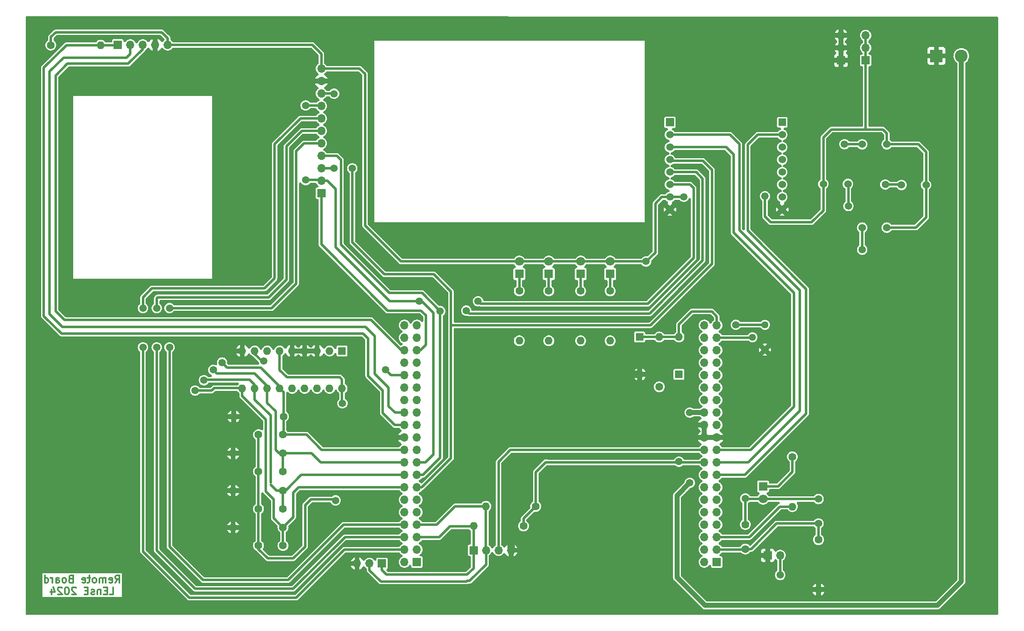
<source format=gbr>
%TF.GenerationSoftware,KiCad,Pcbnew,8.0.2*%
%TF.CreationDate,2024-05-27T11:22:32+02:00*%
%TF.ProjectId,Remote_Board_L476RG,52656d6f-7465-45f4-926f-6172645f4c34,rev?*%
%TF.SameCoordinates,Original*%
%TF.FileFunction,Copper,L2,Bot*%
%TF.FilePolarity,Positive*%
%FSLAX46Y46*%
G04 Gerber Fmt 4.6, Leading zero omitted, Abs format (unit mm)*
G04 Created by KiCad (PCBNEW 8.0.2) date 2024-05-27 11:22:32*
%MOMM*%
%LPD*%
G01*
G04 APERTURE LIST*
%ADD10C,0.300000*%
%TA.AperFunction,NonConductor*%
%ADD11C,0.300000*%
%TD*%
%TA.AperFunction,ComponentPad*%
%ADD12R,1.700000X1.700000*%
%TD*%
%TA.AperFunction,ComponentPad*%
%ADD13O,1.700000X1.700000*%
%TD*%
%TA.AperFunction,ComponentPad*%
%ADD14C,1.600000*%
%TD*%
%TA.AperFunction,ComponentPad*%
%ADD15O,1.600000X1.600000*%
%TD*%
%TA.AperFunction,ComponentPad*%
%ADD16R,1.676400X1.676400*%
%TD*%
%TA.AperFunction,ComponentPad*%
%ADD17C,1.524000*%
%TD*%
%TA.AperFunction,ComponentPad*%
%ADD18R,1.524000X1.524000*%
%TD*%
%TA.AperFunction,ComponentPad*%
%ADD19R,1.800000X1.800000*%
%TD*%
%TA.AperFunction,ComponentPad*%
%ADD20C,1.800000*%
%TD*%
%TA.AperFunction,ComponentPad*%
%ADD21R,1.600000X1.600000*%
%TD*%
%TA.AperFunction,ComponentPad*%
%ADD22R,2.600000X2.600000*%
%TD*%
%TA.AperFunction,ComponentPad*%
%ADD23C,2.600000*%
%TD*%
%TA.AperFunction,ComponentPad*%
%ADD24C,1.440000*%
%TD*%
%TA.AperFunction,ViaPad*%
%ADD25C,1.500000*%
%TD*%
%TA.AperFunction,Conductor*%
%ADD26C,1.500000*%
%TD*%
%TA.AperFunction,Conductor*%
%ADD27C,0.500000*%
%TD*%
%TA.AperFunction,Conductor*%
%ADD28C,1.000000*%
%TD*%
G04 APERTURE END LIST*
D10*
D11*
X94749999Y-145970870D02*
X95249999Y-145256584D01*
X95607142Y-145970870D02*
X95607142Y-144470870D01*
X95607142Y-144470870D02*
X95035713Y-144470870D01*
X95035713Y-144470870D02*
X94892856Y-144542299D01*
X94892856Y-144542299D02*
X94821427Y-144613727D01*
X94821427Y-144613727D02*
X94749999Y-144756584D01*
X94749999Y-144756584D02*
X94749999Y-144970870D01*
X94749999Y-144970870D02*
X94821427Y-145113727D01*
X94821427Y-145113727D02*
X94892856Y-145185156D01*
X94892856Y-145185156D02*
X95035713Y-145256584D01*
X95035713Y-145256584D02*
X95607142Y-145256584D01*
X93535713Y-145899442D02*
X93678570Y-145970870D01*
X93678570Y-145970870D02*
X93964285Y-145970870D01*
X93964285Y-145970870D02*
X94107142Y-145899442D01*
X94107142Y-145899442D02*
X94178570Y-145756584D01*
X94178570Y-145756584D02*
X94178570Y-145185156D01*
X94178570Y-145185156D02*
X94107142Y-145042299D01*
X94107142Y-145042299D02*
X93964285Y-144970870D01*
X93964285Y-144970870D02*
X93678570Y-144970870D01*
X93678570Y-144970870D02*
X93535713Y-145042299D01*
X93535713Y-145042299D02*
X93464285Y-145185156D01*
X93464285Y-145185156D02*
X93464285Y-145328013D01*
X93464285Y-145328013D02*
X94178570Y-145470870D01*
X92821428Y-145970870D02*
X92821428Y-144970870D01*
X92821428Y-145113727D02*
X92749999Y-145042299D01*
X92749999Y-145042299D02*
X92607142Y-144970870D01*
X92607142Y-144970870D02*
X92392856Y-144970870D01*
X92392856Y-144970870D02*
X92249999Y-145042299D01*
X92249999Y-145042299D02*
X92178571Y-145185156D01*
X92178571Y-145185156D02*
X92178571Y-145970870D01*
X92178571Y-145185156D02*
X92107142Y-145042299D01*
X92107142Y-145042299D02*
X91964285Y-144970870D01*
X91964285Y-144970870D02*
X91749999Y-144970870D01*
X91749999Y-144970870D02*
X91607142Y-145042299D01*
X91607142Y-145042299D02*
X91535713Y-145185156D01*
X91535713Y-145185156D02*
X91535713Y-145970870D01*
X90607142Y-145970870D02*
X90749999Y-145899442D01*
X90749999Y-145899442D02*
X90821428Y-145828013D01*
X90821428Y-145828013D02*
X90892856Y-145685156D01*
X90892856Y-145685156D02*
X90892856Y-145256584D01*
X90892856Y-145256584D02*
X90821428Y-145113727D01*
X90821428Y-145113727D02*
X90749999Y-145042299D01*
X90749999Y-145042299D02*
X90607142Y-144970870D01*
X90607142Y-144970870D02*
X90392856Y-144970870D01*
X90392856Y-144970870D02*
X90249999Y-145042299D01*
X90249999Y-145042299D02*
X90178571Y-145113727D01*
X90178571Y-145113727D02*
X90107142Y-145256584D01*
X90107142Y-145256584D02*
X90107142Y-145685156D01*
X90107142Y-145685156D02*
X90178571Y-145828013D01*
X90178571Y-145828013D02*
X90249999Y-145899442D01*
X90249999Y-145899442D02*
X90392856Y-145970870D01*
X90392856Y-145970870D02*
X90607142Y-145970870D01*
X89678570Y-144970870D02*
X89107142Y-144970870D01*
X89464285Y-144470870D02*
X89464285Y-145756584D01*
X89464285Y-145756584D02*
X89392856Y-145899442D01*
X89392856Y-145899442D02*
X89249999Y-145970870D01*
X89249999Y-145970870D02*
X89107142Y-145970870D01*
X88035713Y-145899442D02*
X88178570Y-145970870D01*
X88178570Y-145970870D02*
X88464285Y-145970870D01*
X88464285Y-145970870D02*
X88607142Y-145899442D01*
X88607142Y-145899442D02*
X88678570Y-145756584D01*
X88678570Y-145756584D02*
X88678570Y-145185156D01*
X88678570Y-145185156D02*
X88607142Y-145042299D01*
X88607142Y-145042299D02*
X88464285Y-144970870D01*
X88464285Y-144970870D02*
X88178570Y-144970870D01*
X88178570Y-144970870D02*
X88035713Y-145042299D01*
X88035713Y-145042299D02*
X87964285Y-145185156D01*
X87964285Y-145185156D02*
X87964285Y-145328013D01*
X87964285Y-145328013D02*
X88678570Y-145470870D01*
X85678571Y-145185156D02*
X85464285Y-145256584D01*
X85464285Y-145256584D02*
X85392856Y-145328013D01*
X85392856Y-145328013D02*
X85321428Y-145470870D01*
X85321428Y-145470870D02*
X85321428Y-145685156D01*
X85321428Y-145685156D02*
X85392856Y-145828013D01*
X85392856Y-145828013D02*
X85464285Y-145899442D01*
X85464285Y-145899442D02*
X85607142Y-145970870D01*
X85607142Y-145970870D02*
X86178571Y-145970870D01*
X86178571Y-145970870D02*
X86178571Y-144470870D01*
X86178571Y-144470870D02*
X85678571Y-144470870D01*
X85678571Y-144470870D02*
X85535714Y-144542299D01*
X85535714Y-144542299D02*
X85464285Y-144613727D01*
X85464285Y-144613727D02*
X85392856Y-144756584D01*
X85392856Y-144756584D02*
X85392856Y-144899442D01*
X85392856Y-144899442D02*
X85464285Y-145042299D01*
X85464285Y-145042299D02*
X85535714Y-145113727D01*
X85535714Y-145113727D02*
X85678571Y-145185156D01*
X85678571Y-145185156D02*
X86178571Y-145185156D01*
X84464285Y-145970870D02*
X84607142Y-145899442D01*
X84607142Y-145899442D02*
X84678571Y-145828013D01*
X84678571Y-145828013D02*
X84749999Y-145685156D01*
X84749999Y-145685156D02*
X84749999Y-145256584D01*
X84749999Y-145256584D02*
X84678571Y-145113727D01*
X84678571Y-145113727D02*
X84607142Y-145042299D01*
X84607142Y-145042299D02*
X84464285Y-144970870D01*
X84464285Y-144970870D02*
X84249999Y-144970870D01*
X84249999Y-144970870D02*
X84107142Y-145042299D01*
X84107142Y-145042299D02*
X84035714Y-145113727D01*
X84035714Y-145113727D02*
X83964285Y-145256584D01*
X83964285Y-145256584D02*
X83964285Y-145685156D01*
X83964285Y-145685156D02*
X84035714Y-145828013D01*
X84035714Y-145828013D02*
X84107142Y-145899442D01*
X84107142Y-145899442D02*
X84249999Y-145970870D01*
X84249999Y-145970870D02*
X84464285Y-145970870D01*
X82678571Y-145970870D02*
X82678571Y-145185156D01*
X82678571Y-145185156D02*
X82749999Y-145042299D01*
X82749999Y-145042299D02*
X82892856Y-144970870D01*
X82892856Y-144970870D02*
X83178571Y-144970870D01*
X83178571Y-144970870D02*
X83321428Y-145042299D01*
X82678571Y-145899442D02*
X82821428Y-145970870D01*
X82821428Y-145970870D02*
X83178571Y-145970870D01*
X83178571Y-145970870D02*
X83321428Y-145899442D01*
X83321428Y-145899442D02*
X83392856Y-145756584D01*
X83392856Y-145756584D02*
X83392856Y-145613727D01*
X83392856Y-145613727D02*
X83321428Y-145470870D01*
X83321428Y-145470870D02*
X83178571Y-145399442D01*
X83178571Y-145399442D02*
X82821428Y-145399442D01*
X82821428Y-145399442D02*
X82678571Y-145328013D01*
X81964285Y-145970870D02*
X81964285Y-144970870D01*
X81964285Y-145256584D02*
X81892856Y-145113727D01*
X81892856Y-145113727D02*
X81821428Y-145042299D01*
X81821428Y-145042299D02*
X81678570Y-144970870D01*
X81678570Y-144970870D02*
X81535713Y-144970870D01*
X80392857Y-145970870D02*
X80392857Y-144470870D01*
X80392857Y-145899442D02*
X80535714Y-145970870D01*
X80535714Y-145970870D02*
X80821428Y-145970870D01*
X80821428Y-145970870D02*
X80964285Y-145899442D01*
X80964285Y-145899442D02*
X81035714Y-145828013D01*
X81035714Y-145828013D02*
X81107142Y-145685156D01*
X81107142Y-145685156D02*
X81107142Y-145256584D01*
X81107142Y-145256584D02*
X81035714Y-145113727D01*
X81035714Y-145113727D02*
X80964285Y-145042299D01*
X80964285Y-145042299D02*
X80821428Y-144970870D01*
X80821428Y-144970870D02*
X80535714Y-144970870D01*
X80535714Y-144970870D02*
X80392857Y-145042299D01*
X93607142Y-148385786D02*
X94321428Y-148385786D01*
X94321428Y-148385786D02*
X94321428Y-146885786D01*
X93107142Y-147600072D02*
X92607142Y-147600072D01*
X92392856Y-148385786D02*
X93107142Y-148385786D01*
X93107142Y-148385786D02*
X93107142Y-146885786D01*
X93107142Y-146885786D02*
X92392856Y-146885786D01*
X91749999Y-147385786D02*
X91749999Y-148385786D01*
X91749999Y-147528643D02*
X91678570Y-147457215D01*
X91678570Y-147457215D02*
X91535713Y-147385786D01*
X91535713Y-147385786D02*
X91321427Y-147385786D01*
X91321427Y-147385786D02*
X91178570Y-147457215D01*
X91178570Y-147457215D02*
X91107142Y-147600072D01*
X91107142Y-147600072D02*
X91107142Y-148385786D01*
X90464284Y-148314358D02*
X90321427Y-148385786D01*
X90321427Y-148385786D02*
X90035713Y-148385786D01*
X90035713Y-148385786D02*
X89892856Y-148314358D01*
X89892856Y-148314358D02*
X89821427Y-148171500D01*
X89821427Y-148171500D02*
X89821427Y-148100072D01*
X89821427Y-148100072D02*
X89892856Y-147957215D01*
X89892856Y-147957215D02*
X90035713Y-147885786D01*
X90035713Y-147885786D02*
X90249999Y-147885786D01*
X90249999Y-147885786D02*
X90392856Y-147814358D01*
X90392856Y-147814358D02*
X90464284Y-147671500D01*
X90464284Y-147671500D02*
X90464284Y-147600072D01*
X90464284Y-147600072D02*
X90392856Y-147457215D01*
X90392856Y-147457215D02*
X90249999Y-147385786D01*
X90249999Y-147385786D02*
X90035713Y-147385786D01*
X90035713Y-147385786D02*
X89892856Y-147457215D01*
X89178570Y-147600072D02*
X88678570Y-147600072D01*
X88464284Y-148385786D02*
X89178570Y-148385786D01*
X89178570Y-148385786D02*
X89178570Y-146885786D01*
X89178570Y-146885786D02*
X88464284Y-146885786D01*
X86749998Y-147028643D02*
X86678570Y-146957215D01*
X86678570Y-146957215D02*
X86535713Y-146885786D01*
X86535713Y-146885786D02*
X86178570Y-146885786D01*
X86178570Y-146885786D02*
X86035713Y-146957215D01*
X86035713Y-146957215D02*
X85964284Y-147028643D01*
X85964284Y-147028643D02*
X85892855Y-147171500D01*
X85892855Y-147171500D02*
X85892855Y-147314358D01*
X85892855Y-147314358D02*
X85964284Y-147528643D01*
X85964284Y-147528643D02*
X86821427Y-148385786D01*
X86821427Y-148385786D02*
X85892855Y-148385786D01*
X84964284Y-146885786D02*
X84821427Y-146885786D01*
X84821427Y-146885786D02*
X84678570Y-146957215D01*
X84678570Y-146957215D02*
X84607142Y-147028643D01*
X84607142Y-147028643D02*
X84535713Y-147171500D01*
X84535713Y-147171500D02*
X84464284Y-147457215D01*
X84464284Y-147457215D02*
X84464284Y-147814358D01*
X84464284Y-147814358D02*
X84535713Y-148100072D01*
X84535713Y-148100072D02*
X84607142Y-148242929D01*
X84607142Y-148242929D02*
X84678570Y-148314358D01*
X84678570Y-148314358D02*
X84821427Y-148385786D01*
X84821427Y-148385786D02*
X84964284Y-148385786D01*
X84964284Y-148385786D02*
X85107142Y-148314358D01*
X85107142Y-148314358D02*
X85178570Y-148242929D01*
X85178570Y-148242929D02*
X85249999Y-148100072D01*
X85249999Y-148100072D02*
X85321427Y-147814358D01*
X85321427Y-147814358D02*
X85321427Y-147457215D01*
X85321427Y-147457215D02*
X85249999Y-147171500D01*
X85249999Y-147171500D02*
X85178570Y-147028643D01*
X85178570Y-147028643D02*
X85107142Y-146957215D01*
X85107142Y-146957215D02*
X84964284Y-146885786D01*
X83892856Y-147028643D02*
X83821428Y-146957215D01*
X83821428Y-146957215D02*
X83678571Y-146885786D01*
X83678571Y-146885786D02*
X83321428Y-146885786D01*
X83321428Y-146885786D02*
X83178571Y-146957215D01*
X83178571Y-146957215D02*
X83107142Y-147028643D01*
X83107142Y-147028643D02*
X83035713Y-147171500D01*
X83035713Y-147171500D02*
X83035713Y-147314358D01*
X83035713Y-147314358D02*
X83107142Y-147528643D01*
X83107142Y-147528643D02*
X83964285Y-148385786D01*
X83964285Y-148385786D02*
X83035713Y-148385786D01*
X81750000Y-147385786D02*
X81750000Y-148385786D01*
X82107142Y-146814358D02*
X82464285Y-147885786D01*
X82464285Y-147885786D02*
X81535714Y-147885786D01*
D12*
%TO.P,J5,1,Pin_1*%
%TO.N,unconnected-(J5-Pin_1-Pad1)*%
X217200000Y-141760000D03*
D13*
%TO.P,J5,2,Pin_2*%
%TO.N,unconnected-(J5-Pin_2-Pad2)*%
X214660000Y-141760000D03*
%TO.P,J5,3,Pin_3*%
%TO.N,SW5_OUT*%
X217200000Y-139220000D03*
%TO.P,J5,4,Pin_4*%
%TO.N,unconnected-(J5-Pin_4-Pad4)*%
X214660000Y-139220000D03*
%TO.P,J5,5,Pin_5*%
%TO.N,LED_OUT*%
X217200000Y-136680000D03*
%TO.P,J5,6,Pin_6*%
%TO.N,unconnected-(J5-Pin_6-Pad6)*%
X214660000Y-136680000D03*
%TO.P,J5,7,Pin_7*%
%TO.N,unconnected-(J5-Pin_7-Pad7)*%
X217200000Y-134140000D03*
%TO.P,J5,8,Pin_8*%
%TO.N,unconnected-(J5-Pin_8-Pad8)*%
X214660000Y-134140000D03*
%TO.P,J5,9,Pin_9*%
%TO.N,unconnected-(J5-Pin_9-Pad9)*%
X217200000Y-131600000D03*
%TO.P,J5,10,Pin_10*%
%TO.N,unconnected-(J5-Pin_10-Pad10)*%
X214660000Y-131600000D03*
%TO.P,J5,11,Pin_11*%
%TO.N,unconnected-(J5-Pin_11-Pad11)*%
X217200000Y-129060000D03*
%TO.P,J5,12,Pin_12*%
%TO.N,unconnected-(J5-Pin_12-Pad12)*%
X214660000Y-129060000D03*
%TO.P,J5,13,Pin_13*%
%TO.N,unconnected-(J5-Pin_13-Pad13)*%
X217200000Y-126520000D03*
%TO.P,J5,14,Pin_14*%
%TO.N,unconnected-(J5-Pin_14-Pad14)*%
X214660000Y-126520000D03*
%TO.P,J5,15,Pin_15*%
%TO.N,nRF_INT*%
X217200000Y-123980000D03*
%TO.P,J5,16,Pin_16*%
%TO.N,unconnected-(J5-Pin_16-Pad16)*%
X214660000Y-123980000D03*
%TO.P,J5,17,Pin_17*%
%TO.N,nRF_CE*%
X217200000Y-121440000D03*
%TO.P,J5,18,Pin_18*%
%TO.N,3.3V_NUC*%
X214660000Y-121440000D03*
%TO.P,J5,19,Pin_19*%
%TO.N,nRF_CS*%
X217200000Y-118900000D03*
%TO.P,J5,20,Pin_20*%
%TO.N,5V_NUC*%
X214660000Y-118900000D03*
%TO.P,J5,21,Pin_21*%
%TO.N,GND*%
X217200000Y-116360000D03*
%TO.P,J5,22,Pin_22*%
X214660000Y-116360000D03*
%TO.P,J5,23,Pin_23*%
%TO.N,unconnected-(J5-Pin_23-Pad23)*%
X217200000Y-113820000D03*
%TO.P,J5,24,Pin_24*%
%TO.N,GND*%
X214660000Y-113820000D03*
%TO.P,J5,25,Pin_25*%
%TO.N,USER_BUTTON*%
X217200000Y-111280000D03*
%TO.P,J5,26,Pin_26*%
%TO.N,VIN*%
X214660000Y-111280000D03*
%TO.P,J5,27,Pin_27*%
%TO.N,unconnected-(J5-Pin_27-Pad27)*%
X217200000Y-108740000D03*
%TO.P,J5,28,Pin_28*%
%TO.N,unconnected-(J5-Pin_28-Pad28)*%
X214660000Y-108740000D03*
%TO.P,J5,29,Pin_29*%
%TO.N,unconnected-(J5-Pin_29-Pad29)*%
X217200000Y-106200000D03*
%TO.P,J5,30,Pin_30*%
%TO.N,unconnected-(J5-Pin_30-Pad30)*%
X214660000Y-106200000D03*
%TO.P,J5,31,Pin_31*%
%TO.N,unconnected-(J5-Pin_31-Pad31)*%
X217200000Y-103660000D03*
%TO.P,J5,32,Pin_32*%
%TO.N,unconnected-(J5-Pin_32-Pad32)*%
X214660000Y-103660000D03*
%TO.P,J5,33,Pin_33*%
%TO.N,unconnected-(J5-Pin_33-Pad33)*%
X217200000Y-101120000D03*
%TO.P,J5,34,Pin_34*%
%TO.N,ADC_OUT*%
X214660000Y-101120000D03*
%TO.P,J5,35,Pin_35*%
%TO.N,unconnected-(J5-Pin_35-Pad35)*%
X217200000Y-98580000D03*
%TO.P,J5,36,Pin_36*%
%TO.N,unconnected-(J5-Pin_36-Pad36)*%
X214660000Y-98580000D03*
%TO.P,J5,37,Pin_37*%
%TO.N,POT_OUT*%
X217200000Y-96040000D03*
%TO.P,J5,38,Pin_38*%
%TO.N,unconnected-(J5-Pin_38-Pad38)*%
X214660000Y-96040000D03*
%TO.P,J5,39,Pin_39*%
%TO.N,AN_IN*%
X217200000Y-93500000D03*
%TO.P,J5,40,Pin_40*%
%TO.N,unconnected-(J5-Pin_40-Pad40)*%
X214660000Y-93500000D03*
%TD*%
D12*
%TO.P,J6,1,Pin_1*%
%TO.N,unconnected-(J6-Pin_1-Pad1)*%
X156160001Y-141760000D03*
D13*
%TO.P,J6,2,Pin_2*%
%TO.N,unconnected-(J6-Pin_2-Pad2)*%
X153620001Y-141760000D03*
%TO.P,J6,3,Pin_3*%
%TO.N,unconnected-(J6-Pin_3-Pad3)*%
X156160001Y-139220000D03*
%TO.P,J6,4,Pin_4*%
%TO.N,LCD_DC*%
X153620001Y-139220000D03*
%TO.P,J6,5,Pin_5*%
%TO.N,SCL*%
X156160001Y-136680000D03*
%TO.P,J6,6,Pin_6*%
%TO.N,LCD_RES*%
X153620001Y-136680000D03*
%TO.P,J6,7,Pin_7*%
%TO.N,SDA*%
X156160001Y-134140000D03*
%TO.P,J6,8,Pin_8*%
%TO.N,LCD_CS*%
X153620001Y-134140000D03*
%TO.P,J6,9,Pin_9*%
%TO.N,unconnected-(J6-Pin_9-Pad9)*%
X156160001Y-131600000D03*
%TO.P,J6,10,Pin_10*%
%TO.N,unconnected-(J6-Pin_10-Pad10)*%
X153620001Y-131600000D03*
%TO.P,J6,11,Pin_11*%
%TO.N,unconnected-(J6-Pin_11-Pad11)*%
X156160001Y-129060000D03*
%TO.P,J6,12,Pin_12*%
%TO.N,unconnected-(J6-Pin_12-Pad12)*%
X153620001Y-129060000D03*
%TO.P,J6,13,Pin_13*%
%TO.N,SCK*%
X156160001Y-126520000D03*
%TO.P,J6,14,Pin_14*%
%TO.N,SW1_OUT*%
X153620001Y-126520000D03*
%TO.P,J6,15,Pin_15*%
%TO.N,MISO*%
X156160001Y-123980000D03*
%TO.P,J6,16,Pin_16*%
%TO.N,SW2_OUT*%
X153620001Y-123980000D03*
%TO.P,J6,17,Pin_17*%
%TO.N,MOSI*%
X156160001Y-121440000D03*
%TO.P,J6,18,Pin_18*%
%TO.N,SW3_OUT*%
X153620001Y-121440000D03*
%TO.P,J6,19,Pin_19*%
%TO.N,unconnected-(J6-Pin_19-Pad19)*%
X156160001Y-118900000D03*
%TO.P,J6,20,Pin_20*%
%TO.N,SW4_OUT*%
X153620001Y-118900000D03*
%TO.P,J6,21,Pin_21*%
%TO.N,unconnected-(J6-Pin_21-Pad21)*%
X156160001Y-116360000D03*
%TO.P,J6,22,Pin_22*%
%TO.N,GND*%
X153620001Y-116360000D03*
%TO.P,J6,23,Pin_23*%
%TO.N,unconnected-(J6-Pin_23-Pad23)*%
X156160001Y-113820000D03*
%TO.P,J6,24,Pin_24*%
%TO.N,JOYSW*%
X153620001Y-113820000D03*
%TO.P,J6,25,Pin_25*%
%TO.N,unconnected-(J6-Pin_25-Pad25)*%
X156160001Y-111280000D03*
%TO.P,J6,26,Pin_26*%
%TO.N,JOYY*%
X153620001Y-111280000D03*
%TO.P,J6,27,Pin_27*%
%TO.N,unconnected-(J6-Pin_27-Pad27)*%
X156160001Y-108740000D03*
%TO.P,J6,28,Pin_28*%
%TO.N,unconnected-(J6-Pin_28-Pad28)*%
X153620001Y-108740000D03*
%TO.P,J6,29,Pin_29*%
%TO.N,unconnected-(J6-Pin_29-Pad29)*%
X156160001Y-106200000D03*
%TO.P,J6,30,Pin_30*%
%TO.N,unconnected-(J6-Pin_30-Pad30)*%
X153620001Y-106200000D03*
%TO.P,J6,31,Pin_31*%
%TO.N,unconnected-(J6-Pin_31-Pad31)*%
X156160001Y-103660000D03*
%TO.P,J6,32,Pin_32*%
%TO.N,MCP_INT*%
X153620001Y-103660000D03*
%TO.P,J6,33,Pin_33*%
%TO.N,unconnected-(J6-Pin_33-Pad33)*%
X156160001Y-101120000D03*
%TO.P,J6,34,Pin_34*%
%TO.N,unconnected-(J6-Pin_34-Pad34)*%
X153620001Y-101120000D03*
%TO.P,J6,35,Pin_35*%
%TO.N,SD_CS*%
X156160001Y-98580000D03*
%TO.P,J6,36,Pin_36*%
%TO.N,JOYX*%
X153620001Y-98580000D03*
%TO.P,J6,37,Pin_37*%
%TO.N,unconnected-(J6-Pin_37-Pad37)*%
X156160001Y-96040000D03*
%TO.P,J6,38,Pin_38*%
%TO.N,unconnected-(J6-Pin_38-Pad38)*%
X153620001Y-96040000D03*
%TO.P,J6,39,Pin_39*%
%TO.N,unconnected-(J6-Pin_39-Pad39)*%
X156160001Y-93500000D03*
%TO.P,J6,40,Pin_40*%
%TO.N,unconnected-(J6-Pin_40-Pad40)*%
X153620001Y-93500000D03*
%TD*%
D14*
%TO.P,R2,1*%
%TO.N,SW1_OUT*%
X128900000Y-134700000D03*
D15*
%TO.P,R2,2*%
%TO.N,GND*%
X118740000Y-134700000D03*
%TD*%
D16*
%TO.P,CON1,P1,AN*%
%TO.N,unconnected-(CON1-AN-PadP1)*%
X207670000Y-52130000D03*
D17*
%TO.P,CON1,P2,RST*%
%TO.N,nRF_CE*%
X207670000Y-54670000D03*
%TO.P,CON1,P3,CS*%
%TO.N,nRF_CS*%
X207670000Y-57210000D03*
%TO.P,CON1,P4,SCK*%
%TO.N,SCK*%
X207670000Y-59750000D03*
%TO.P,CON1,P5,MISO*%
%TO.N,MISO*%
X207670000Y-62290000D03*
%TO.P,CON1,P6,MOSI*%
%TO.N,MOSI*%
X207670000Y-64830000D03*
%TO.P,CON1,P7,3V3*%
%TO.N,3.3V_NUC*%
X207670000Y-67370000D03*
%TO.P,CON1,P8,GND1*%
%TO.N,GND*%
X207670000Y-69910000D03*
%TO.P,CON1,P9,GND2*%
X230530000Y-69910000D03*
%TO.P,CON1,P10,5V*%
%TO.N,unconnected-(CON1-5V-PadP10)*%
X230530000Y-67370000D03*
%TO.P,CON1,P11,SDA*%
%TO.N,unconnected-(CON1-SDA-PadP11)*%
X230530000Y-64830000D03*
%TO.P,CON1,P12,SCL*%
%TO.N,unconnected-(CON1-SCL-PadP12)*%
X230530000Y-62290000D03*
%TO.P,CON1,P13,RX*%
%TO.N,unconnected-(CON1-RX-PadP13)*%
X230530000Y-59750000D03*
%TO.P,CON1,P14,TX*%
%TO.N,unconnected-(CON1-TX-PadP14)*%
X230530000Y-57210000D03*
%TO.P,CON1,P15,INT*%
%TO.N,nRF_INT*%
X230530000Y-54670000D03*
D18*
%TO.P,CON1,P16,PWM*%
%TO.N,unconnected-(CON1-PWM-PadP16)*%
X230530000Y-52130000D03*
%TD*%
D19*
%TO.P,D5,1,K*%
%TO.N,Net-(D5-K)*%
X189500000Y-83040000D03*
D20*
%TO.P,D5,2,A*%
%TO.N,3.3V_NUC*%
X189500000Y-80500000D03*
%TD*%
D21*
%TO.P,D2,1,K*%
%TO.N,AN_IN*%
X201500000Y-95880000D03*
D15*
%TO.P,D2,2,A*%
%TO.N,GND*%
X201500000Y-103500000D03*
%TD*%
D21*
%TO.P,D1,1,K*%
%TO.N,3.3V_NUC*%
X209500000Y-103500000D03*
D15*
%TO.P,D1,2,A*%
%TO.N,AN_IN*%
X209500000Y-95880000D03*
%TD*%
D14*
%TO.P,R8,1*%
%TO.N,3.3V_NUC*%
X177860000Y-134400000D03*
D15*
%TO.P,R8,2*%
%TO.N,SCL*%
X167700000Y-134400000D03*
%TD*%
D14*
%TO.P,R5,1*%
%TO.N,SW2_OUT*%
X128900000Y-127200000D03*
D15*
%TO.P,R5,2*%
%TO.N,GND*%
X118740000Y-127200000D03*
%TD*%
D14*
%TO.P,C4,1*%
%TO.N,3.3V_NUC*%
X123900000Y-123300000D03*
%TO.P,C4,2*%
%TO.N,SW3_OUT*%
X128900000Y-123300000D03*
%TD*%
D22*
%TO.P,J4,1,Pin_1*%
%TO.N,GND*%
X261910000Y-38600000D03*
D23*
%TO.P,J4,2,Pin_2*%
%TO.N,VIN*%
X266990000Y-38600000D03*
%TD*%
D14*
%TO.P,R13,1*%
%TO.N,Net-(D5-K)*%
X189500000Y-86500000D03*
D15*
%TO.P,R13,2*%
%TO.N,LED2*%
X189500000Y-96660000D03*
%TD*%
D12*
%TO.P,J7,1,Pin_1*%
%TO.N,SCL*%
X149050000Y-142050000D03*
D13*
%TO.P,J7,2,Pin_2*%
%TO.N,SDA*%
X146510000Y-142050000D03*
%TO.P,J7,3,Pin_3*%
%TO.N,GND*%
X143970000Y-142050000D03*
%TD*%
D14*
%TO.P,R3,1*%
%TO.N,3.3V_NUC*%
X81640000Y-36400000D03*
D15*
%TO.P,R3,2*%
%TO.N,JOYSW*%
X91800000Y-36400000D03*
%TD*%
D12*
%TO.P,J1,1,Pin_1*%
%TO.N,SD_CS*%
X136700000Y-66580000D03*
D13*
%TO.P,J1,2,Pin_2*%
%TO.N,MOSI*%
X136700000Y-64040000D03*
%TO.P,J1,3,Pin_3*%
%TO.N,SCK*%
X136700000Y-61500000D03*
%TO.P,J1,4,Pin_4*%
%TO.N,MISO*%
X136700000Y-58960000D03*
%TO.P,J1,5,Pin_5*%
%TO.N,LCD_CS*%
X136700000Y-56420000D03*
%TO.P,J1,6,Pin_6*%
%TO.N,LCD_RES*%
X136700000Y-53880000D03*
%TO.P,J1,7,Pin_7*%
%TO.N,LCD_DC*%
X136700000Y-51340000D03*
%TO.P,J1,8,Pin_8*%
%TO.N,MOSI*%
X136700000Y-48800000D03*
%TO.P,J1,9,Pin_9*%
%TO.N,SCK*%
X136700000Y-46260000D03*
%TO.P,J1,10,Pin_10*%
%TO.N,GND*%
X136700000Y-43720000D03*
%TO.P,J1,11,Pin_11*%
%TO.N,3.3V_NUC*%
X136700000Y-41180000D03*
%TD*%
D14*
%TO.P,R12,1*%
%TO.N,Net-(D4-K)*%
X195500000Y-86500000D03*
D15*
%TO.P,R12,2*%
%TO.N,LED1*%
X195500000Y-96660000D03*
%TD*%
D17*
%TO.P,SW5,1,1*%
%TO.N,3.3V_NUC*%
X237900000Y-128900000D03*
%TO.P,SW5,2,2*%
%TO.N,SW5_OUT*%
X237900000Y-133900000D03*
%TD*%
D12*
%TO.P,J8,1,Pin_1*%
%TO.N,SCL*%
X167700000Y-139350000D03*
D13*
%TO.P,J8,2,Pin_2*%
%TO.N,SDA*%
X170240000Y-139350000D03*
%TO.P,J8,3,Pin_3*%
%TO.N,5V_NUC*%
X172780000Y-139350000D03*
%TO.P,J8,4,Pin_4*%
%TO.N,GND*%
X175320000Y-139350000D03*
%TD*%
D14*
%TO.P,R7,1*%
%TO.N,SW4_OUT*%
X129000000Y-112100000D03*
D15*
%TO.P,R7,2*%
%TO.N,GND*%
X118840000Y-112100000D03*
%TD*%
D14*
%TO.P,R14,1*%
%TO.N,Net-(D6-K)*%
X183000000Y-86500000D03*
D15*
%TO.P,R14,2*%
%TO.N,LED3*%
X183000000Y-96660000D03*
%TD*%
D12*
%TO.P,J9,1,Pin_1*%
%TO.N,GND*%
X242500000Y-39500000D03*
D13*
%TO.P,J9,2,Pin_2*%
X242500000Y-36960000D03*
%TO.P,J9,3,Pin_3*%
X242500000Y-34420000D03*
%TD*%
D12*
%TO.P,J2,1,Pin_1*%
%TO.N,JOYSW*%
X95275000Y-36350000D03*
D13*
%TO.P,J2,2,Pin_2*%
%TO.N,JOYY*%
X97815000Y-36350000D03*
%TO.P,J2,3,Pin_3*%
%TO.N,JOYX*%
X100355000Y-36350000D03*
%TO.P,J2,4,Pin_4*%
%TO.N,GND*%
X102895000Y-36350000D03*
%TO.P,J2,5,Pin_5*%
%TO.N,3.3V_NUC*%
X105435000Y-36350000D03*
%TD*%
D17*
%TO.P,SW1,1,1*%
%TO.N,3.3V_NUC*%
X251800000Y-56600000D03*
%TO.P,SW1,2,2*%
%TO.N,SW1_OUT*%
X246800000Y-56600000D03*
%TD*%
D19*
%TO.P,D7,1,K*%
%TO.N,Net-(D7-K)*%
X177000000Y-83040000D03*
D20*
%TO.P,D7,2,A*%
%TO.N,3.3V_NUC*%
X177000000Y-80500000D03*
%TD*%
D14*
%TO.P,R16,1*%
%TO.N,SW5_OUT*%
X237900000Y-137200000D03*
D15*
%TO.P,R16,2*%
%TO.N,GND*%
X237900000Y-147360000D03*
%TD*%
D14*
%TO.P,R11,1*%
%TO.N,Net-(D3-K)*%
X232600000Y-120300000D03*
D15*
%TO.P,R11,2*%
%TO.N,LED_OUT*%
X232600000Y-130460000D03*
%TD*%
D14*
%TO.P,R9,1*%
%TO.N,3.3V_NUC*%
X180360000Y-130400000D03*
D15*
%TO.P,R9,2*%
%TO.N,SDA*%
X170200000Y-130400000D03*
%TD*%
D19*
%TO.P,D4,1,K*%
%TO.N,Net-(D4-K)*%
X195500000Y-83040000D03*
D20*
%TO.P,D4,2,A*%
%TO.N,3.3V_NUC*%
X195500000Y-80500000D03*
%TD*%
D14*
%TO.P,C3,1*%
%TO.N,3.3V_NUC*%
X123900000Y-130900000D03*
%TO.P,C3,2*%
%TO.N,SW2_OUT*%
X128900000Y-130900000D03*
%TD*%
%TO.P,R6,1*%
%TO.N,SW3_OUT*%
X128900000Y-119600000D03*
D15*
%TO.P,R6,2*%
%TO.N,GND*%
X118740000Y-119600000D03*
%TD*%
D19*
%TO.P,D6,1,K*%
%TO.N,Net-(D6-K)*%
X183000000Y-83040000D03*
D20*
%TO.P,D6,2,A*%
%TO.N,3.3V_NUC*%
X183000000Y-80500000D03*
%TD*%
D14*
%TO.P,C2,1*%
%TO.N,3.3V_NUC*%
X123900000Y-138400000D03*
%TO.P,C2,2*%
%TO.N,SW1_OUT*%
X128900000Y-138400000D03*
%TD*%
D24*
%TO.P,RV1,1,1*%
%TO.N,3.3V_NUC*%
X227000000Y-93400000D03*
%TO.P,RV1,2,2*%
%TO.N,POT_OUT*%
X224460000Y-95940000D03*
%TO.P,RV1,3,3*%
%TO.N,GND*%
X227000000Y-98480000D03*
%TD*%
D17*
%TO.P,SW3,1,1*%
%TO.N,3.3V_NUC*%
X259800000Y-64900000D03*
%TO.P,SW3,2,2*%
%TO.N,SW3_OUT*%
X254800000Y-64900000D03*
%TD*%
%TO.P,SW4,1,1*%
%TO.N,3.3V_NUC*%
X251800000Y-73600000D03*
%TO.P,SW4,2,2*%
%TO.N,SW4_OUT*%
X246800000Y-73600000D03*
%TD*%
D12*
%TO.P,J3,1,Pin_1*%
%TO.N,GND*%
X227560000Y-140400000D03*
D13*
%TO.P,J3,2,Pin_2*%
%TO.N,Net-(J3-Pin_2)*%
X230100000Y-140400000D03*
%TD*%
D17*
%TO.P,SW2,1,1*%
%TO.N,3.3V_NUC*%
X238900000Y-64700000D03*
%TO.P,SW2,2,2*%
%TO.N,SW2_OUT*%
X243900000Y-64700000D03*
%TD*%
D14*
%TO.P,R15,1*%
%TO.N,Net-(D7-K)*%
X177000000Y-86500000D03*
D15*
%TO.P,R15,2*%
%TO.N,LED4*%
X177000000Y-96660000D03*
%TD*%
D12*
%TO.P,J10,1,Pin_1*%
%TO.N,3.3V_NUC*%
X247500000Y-39500000D03*
D13*
%TO.P,J10,2,Pin_2*%
X247500000Y-36960000D03*
%TO.P,J10,3,Pin_3*%
X247500000Y-34420000D03*
%TD*%
D21*
%TO.P,U1,1,SCL*%
%TO.N,SCL*%
X140920000Y-98740000D03*
D15*
%TO.P,U1,2,SDA*%
%TO.N,SDA*%
X138380000Y-98740000D03*
%TO.P,U1,3,A2*%
%TO.N,GND*%
X135840000Y-98740000D03*
%TO.P,U1,4,A1*%
X133300000Y-98740000D03*
%TO.P,U1,5,A0*%
X130760000Y-98740000D03*
%TO.P,U1,6,~{RESET}*%
%TO.N,3.3V_NUC*%
X128220000Y-98740000D03*
%TO.P,U1,7,NC*%
%TO.N,unconnected-(U1-NC-Pad7)*%
X125680000Y-98740000D03*
%TO.P,U1,8,INT*%
%TO.N,MCP_INT*%
X123140000Y-98740000D03*
%TO.P,U1,9,VSS*%
%TO.N,GND*%
X120600000Y-98740000D03*
%TO.P,U1,10,GP0*%
%TO.N,SW1_OUT*%
X120600000Y-106360000D03*
%TO.P,U1,11,GP1*%
%TO.N,SW2_OUT*%
X123140000Y-106360000D03*
%TO.P,U1,12,GP2*%
%TO.N,SW3_OUT*%
X125680000Y-106360000D03*
%TO.P,U1,13,GP3*%
%TO.N,SW4_OUT*%
X128220000Y-106360000D03*
%TO.P,U1,14,GP4*%
%TO.N,LED1*%
X130760000Y-106360000D03*
%TO.P,U1,15,GP5*%
%TO.N,LED2*%
X133300000Y-106360000D03*
%TO.P,U1,16,GP6*%
%TO.N,LED3*%
X135840000Y-106360000D03*
%TO.P,U1,17,GP7*%
%TO.N,LED4*%
X138380000Y-106360000D03*
%TO.P,U1,18,VDD*%
%TO.N,3.3V_NUC*%
X140920000Y-106360000D03*
%TD*%
D14*
%TO.P,C5,1*%
%TO.N,3.3V_NUC*%
X123900000Y-115800000D03*
%TO.P,C5,2*%
%TO.N,SW4_OUT*%
X128900000Y-115800000D03*
%TD*%
%TO.P,R4,1*%
%TO.N,Net-(J3-Pin_2)*%
X205500000Y-106040000D03*
D15*
%TO.P,R4,2*%
%TO.N,AN_IN*%
X205500000Y-95880000D03*
%TD*%
D19*
%TO.P,D3,1,K*%
%TO.N,Net-(D3-K)*%
X226625000Y-126325000D03*
D20*
%TO.P,D3,2,A*%
%TO.N,3.3V_NUC*%
X226625000Y-128865000D03*
%TD*%
D14*
%TO.P,C6,1*%
%TO.N,3.3V_NUC*%
X223000000Y-134100000D03*
%TO.P,C6,2*%
%TO.N,SW5_OUT*%
X223000000Y-139100000D03*
%TD*%
D25*
%TO.N,GND*%
X177100000Y-115500000D03*
X177100000Y-122900000D03*
%TO.N,SW1_OUT*%
X111000000Y-106800000D03*
X243200000Y-56600000D03*
%TO.N,SW2_OUT*%
X244000000Y-69200000D03*
X112800000Y-104700000D03*
%TO.N,SW3_OUT*%
X251500000Y-64800000D03*
X114700000Y-102600000D03*
%TO.N,VIN*%
X211700000Y-125600000D03*
X211700000Y-111300000D03*
%TO.N,SW4_OUT*%
X116500000Y-101100000D03*
X246800000Y-78100000D03*
X246800000Y-78100000D03*
%TO.N,LCD_CS*%
X105800000Y-90000000D03*
X105800000Y-98000000D03*
%TO.N,LCD_RES*%
X103200000Y-98000000D03*
X103200000Y-90000000D03*
%TO.N,LCD_DC*%
X100400000Y-90000000D03*
X100400000Y-98000000D03*
%TO.N,Net-(J3-Pin_2)*%
X230100000Y-144400000D03*
%TO.N,3.3V_NUC*%
X221100000Y-93400000D03*
X202800000Y-80500000D03*
X141000000Y-109400000D03*
X139600000Y-129200000D03*
X227000000Y-67200000D03*
X223000000Y-128800000D03*
X209500000Y-121300000D03*
X210500000Y-67300000D03*
%TO.N,SCK*%
X139300000Y-46300000D03*
X139300000Y-61500000D03*
X143000000Y-61500000D03*
%TO.N,MISO*%
X160900000Y-90600000D03*
X166200000Y-90500000D03*
X166200000Y-90500000D03*
%TO.N,MOSI*%
X168600000Y-88600000D03*
X133500000Y-48700000D03*
X156600000Y-88600000D03*
X133500000Y-63900000D03*
%TO.N,MCP_INT*%
X125000000Y-100800000D03*
X149800000Y-102600000D03*
%TD*%
D26*
%TO.N,GND*%
X175320000Y-139350000D02*
X175320000Y-124680000D01*
X175320000Y-124680000D02*
X177100000Y-122900000D01*
X189100000Y-103500000D02*
X201500000Y-103500000D01*
X177100000Y-115500000D02*
X189100000Y-103500000D01*
D27*
%TO.N,JOYSW*%
X91800000Y-36400000D02*
X84800000Y-36400000D01*
X145200000Y-95200000D02*
X146200000Y-96200000D01*
X83800000Y-95200000D02*
X145200000Y-95200000D01*
X95205000Y-36420000D02*
X95275000Y-36350000D01*
X146200000Y-96200000D02*
X146200000Y-103800000D01*
X95225000Y-36400000D02*
X95275000Y-36350000D01*
X80200000Y-91600000D02*
X83800000Y-95200000D01*
X146200000Y-103800000D02*
X149200000Y-106800000D01*
X149200000Y-106800000D02*
X149200000Y-111400000D01*
X84800000Y-36400000D02*
X80200000Y-41000000D01*
X149200000Y-111400000D02*
X151620000Y-113820000D01*
X91800000Y-36400000D02*
X95225000Y-36400000D01*
X80200000Y-41000000D02*
X80200000Y-91600000D01*
X151620000Y-113820000D02*
X153620001Y-113820000D01*
%TO.N,SW1_OUT*%
X131000000Y-132600000D02*
X131000000Y-127600000D01*
X131000000Y-127600000D02*
X132080000Y-126520000D01*
X120600000Y-106360000D02*
X120540000Y-106300000D01*
X114900000Y-106300000D02*
X114400000Y-106800000D01*
X120600000Y-106360000D02*
X120600000Y-107900000D01*
X132080000Y-126520000D02*
X153620001Y-126520000D01*
X127000000Y-129000000D02*
X127000000Y-132800000D01*
X114400000Y-106800000D02*
X111000000Y-106800000D01*
X125400000Y-127400000D02*
X127000000Y-129000000D01*
X127000000Y-132800000D02*
X128900000Y-134700000D01*
X125400000Y-112700000D02*
X125400000Y-127400000D01*
X243200000Y-56600000D02*
X246800000Y-56600000D01*
X128900000Y-138400000D02*
X128900000Y-134700000D01*
X128900000Y-134700000D02*
X131000000Y-132600000D01*
X120600000Y-107900000D02*
X125400000Y-112700000D01*
X120540000Y-106300000D02*
X114900000Y-106300000D01*
%TO.N,SW2_OUT*%
X122100000Y-104600000D02*
X123140000Y-105640000D01*
X132620000Y-123980000D02*
X153620001Y-123980000D01*
X128900000Y-127200000D02*
X129000000Y-127100000D01*
X129500000Y-127100000D02*
X132620000Y-123980000D01*
X126400000Y-111900000D02*
X126400000Y-125600000D01*
X127600000Y-127200000D02*
X128900000Y-127200000D01*
X244000000Y-64800000D02*
X243900000Y-64700000D01*
X112800000Y-104700000D02*
X112900000Y-104600000D01*
X123140000Y-108640000D02*
X126400000Y-111900000D01*
X128900000Y-127200000D02*
X128900000Y-130900000D01*
X123140000Y-105640000D02*
X123140000Y-106360000D01*
X126400000Y-126000000D02*
X127600000Y-127200000D01*
X123140000Y-106360000D02*
X123140000Y-108640000D01*
X112900000Y-104600000D02*
X122100000Y-104600000D01*
X128900000Y-126800000D02*
X128900000Y-127200000D01*
X244000000Y-69200000D02*
X244000000Y-64800000D01*
X129000000Y-127100000D02*
X129500000Y-127100000D01*
%TO.N,SW3_OUT*%
X128900000Y-119600000D02*
X134720000Y-119600000D01*
X128900000Y-119600000D02*
X128900000Y-123300000D01*
X128100000Y-119600000D02*
X128900000Y-119600000D01*
X136560000Y-121440000D02*
X153620001Y-121440000D01*
X115400000Y-103300000D02*
X123100000Y-103300000D01*
X127400000Y-111050000D02*
X127400000Y-118900000D01*
X125680000Y-109330000D02*
X127400000Y-111050000D01*
X134720000Y-119600000D02*
X136560000Y-121440000D01*
X127400000Y-118900000D02*
X128100000Y-119600000D01*
X123100000Y-103300000D02*
X125680000Y-105880000D01*
X114700000Y-102600000D02*
X115400000Y-103300000D01*
X125680000Y-105880000D02*
X125680000Y-106360000D01*
X254700000Y-64800000D02*
X254800000Y-64900000D01*
X251500000Y-64800000D02*
X254700000Y-64800000D01*
X125680000Y-106360000D02*
X125680000Y-109330000D01*
D28*
%TO.N,VIN*%
X211720000Y-111280000D02*
X211700000Y-111300000D01*
X209100000Y-128200000D02*
X209100000Y-144900000D01*
X214660000Y-111280000D02*
X211720000Y-111280000D01*
X214800000Y-150600000D02*
X262100000Y-150600000D01*
X266990000Y-145710000D02*
X266990000Y-38600000D01*
X209100000Y-144900000D02*
X214800000Y-150600000D01*
X211700000Y-125600000D02*
X209100000Y-128200000D01*
X262100000Y-150600000D02*
X266990000Y-145710000D01*
D27*
%TO.N,5V_NUC*%
X172780000Y-121320000D02*
X175200000Y-118900000D01*
X175200000Y-118900000D02*
X214660000Y-118900000D01*
X172780000Y-139350000D02*
X172780000Y-121320000D01*
%TO.N,SW4_OUT*%
X129000000Y-107140000D02*
X128220000Y-106360000D01*
X117500000Y-102100000D02*
X124400000Y-102100000D01*
X128900000Y-115800000D02*
X133650000Y-115800000D01*
X153520001Y-118800000D02*
X153620001Y-118900000D01*
X246800000Y-73600000D02*
X246800000Y-78100000D01*
X136750000Y-118900000D02*
X153620001Y-118900000D01*
X129000000Y-115700000D02*
X129000000Y-107140000D01*
X128220000Y-105920000D02*
X128220000Y-106360000D01*
X116500000Y-101100000D02*
X117500000Y-102100000D01*
X129000000Y-112100000D02*
X129000000Y-111100000D01*
X124400000Y-102100000D02*
X128220000Y-105920000D01*
X128900000Y-115800000D02*
X129000000Y-115700000D01*
X133650000Y-115800000D02*
X136750000Y-118900000D01*
%TO.N,nRF_CS*%
X220600000Y-74600000D02*
X232900000Y-86900000D01*
X219110000Y-57210000D02*
X220600000Y-58700000D01*
X207670000Y-57210000D02*
X219110000Y-57210000D01*
X224100000Y-118900000D02*
X217200000Y-118900000D01*
X232900000Y-110100000D02*
X224100000Y-118900000D01*
X232900000Y-86900000D02*
X232900000Y-110100000D01*
X220600000Y-58700000D02*
X220600000Y-74600000D01*
%TO.N,nRF_CE*%
X221800000Y-74100000D02*
X221800000Y-56600000D01*
X234100000Y-110900000D02*
X234100000Y-86400000D01*
X219870000Y-54670000D02*
X207670000Y-54670000D01*
X221800000Y-56600000D02*
X219870000Y-54670000D01*
X234100000Y-86400000D02*
X221800000Y-74100000D01*
X223560000Y-121440000D02*
X234100000Y-110900000D01*
X217200000Y-121440000D02*
X223560000Y-121440000D01*
%TO.N,nRF_INT*%
X223500000Y-74200000D02*
X223500000Y-56700000D01*
X235400000Y-111500000D02*
X235400000Y-86100000D01*
X222920000Y-123980000D02*
X235400000Y-111500000D01*
X225530000Y-54670000D02*
X230530000Y-54670000D01*
X217200000Y-123980000D02*
X222920000Y-123980000D01*
X223500000Y-56700000D02*
X225530000Y-54670000D01*
X235400000Y-86100000D02*
X223500000Y-74200000D01*
%TO.N,AN_IN*%
X209500000Y-95880000D02*
X209500000Y-93300000D01*
X201500000Y-95880000D02*
X205500000Y-95880000D01*
X212100000Y-90700000D02*
X216200000Y-90700000D01*
X209500000Y-93300000D02*
X212100000Y-90700000D01*
X205500000Y-95880000D02*
X209500000Y-95880000D01*
X217200000Y-91700000D02*
X217200000Y-93500000D01*
X216200000Y-90700000D02*
X217200000Y-91700000D01*
%TO.N,Net-(D3-K)*%
X229675000Y-126325000D02*
X232600000Y-123400000D01*
X232600000Y-123400000D02*
X232600000Y-120300000D01*
X226625000Y-126325000D02*
X229675000Y-126325000D01*
%TO.N,Net-(D4-K)*%
X195500000Y-86500000D02*
X195500000Y-83040000D01*
%TO.N,Net-(D5-K)*%
X189500000Y-83040000D02*
X189500000Y-86500000D01*
%TO.N,Net-(D6-K)*%
X183000000Y-83040000D02*
X183000000Y-86500000D01*
%TO.N,Net-(D7-K)*%
X177000000Y-83040000D02*
X177000000Y-86500000D01*
%TO.N,SD_CS*%
X158000000Y-97500000D02*
X156920000Y-98580000D01*
X156920000Y-98580000D02*
X156160001Y-98580000D01*
X157000000Y-90500000D02*
X158000000Y-91500000D01*
X136700000Y-77000000D02*
X150200000Y-90500000D01*
X150200000Y-90500000D02*
X157000000Y-90500000D01*
X158000000Y-91500000D02*
X158000000Y-97500000D01*
X136700000Y-66580000D02*
X136700000Y-77000000D01*
%TO.N,LCD_CS*%
X131600000Y-58000000D02*
X133180000Y-56420000D01*
X105800000Y-138600000D02*
X112600000Y-145400000D01*
X130000000Y-145400000D02*
X141260000Y-134140000D01*
X105800000Y-98000000D02*
X105800000Y-138600000D01*
X126600000Y-90000000D02*
X131600000Y-85000000D01*
X112600000Y-145400000D02*
X130000000Y-145400000D01*
X133180000Y-56420000D02*
X136700000Y-56420000D01*
X105800000Y-90000000D02*
X126600000Y-90000000D01*
X131600000Y-85000000D02*
X131600000Y-58000000D01*
X141260000Y-134140000D02*
X153620001Y-134140000D01*
%TO.N,LCD_RES*%
X126000000Y-87800000D02*
X129600000Y-84200000D01*
X103200000Y-90000000D02*
X103200000Y-88000000D01*
X132720000Y-53880000D02*
X136700000Y-53880000D01*
X111000000Y-147200000D02*
X103200000Y-139400000D01*
X129600000Y-84200000D02*
X129600000Y-57000000D01*
X129600000Y-57000000D02*
X132720000Y-53880000D01*
X103200000Y-139400000D02*
X103200000Y-98000000D01*
X141520000Y-136680000D02*
X131000000Y-147200000D01*
X103200000Y-88000000D02*
X103400000Y-87800000D01*
X153620001Y-136680000D02*
X141520000Y-136680000D01*
X131000000Y-147200000D02*
X111000000Y-147200000D01*
X103400000Y-87800000D02*
X126000000Y-87800000D01*
%TO.N,LCD_DC*%
X109800000Y-149000000D02*
X131600000Y-149000000D01*
X102200000Y-86000000D02*
X125100000Y-86000000D01*
X132460000Y-51340000D02*
X136700000Y-51340000D01*
X141380000Y-139220000D02*
X153620001Y-139220000D01*
X127200000Y-56600000D02*
X132460000Y-51340000D01*
X100400000Y-98000000D02*
X100400000Y-139600000D01*
X127200000Y-83900000D02*
X127200000Y-56600000D01*
X131600000Y-149000000D02*
X141380000Y-139220000D01*
X100400000Y-90000000D02*
X100400000Y-87800000D01*
X100400000Y-139600000D02*
X109800000Y-149000000D01*
X125100000Y-86000000D02*
X127200000Y-83900000D01*
X100400000Y-87800000D02*
X102200000Y-86000000D01*
%TO.N,JOYY*%
X97000000Y-39000000D02*
X84200000Y-39000000D01*
X150400000Y-110000000D02*
X151680000Y-111280000D01*
X81400000Y-41800000D02*
X81400000Y-91200000D01*
X145700000Y-93800000D02*
X147600000Y-95700000D01*
X151680000Y-111280000D02*
X153620001Y-111280000D01*
X97815000Y-38185000D02*
X97000000Y-39000000D01*
X97815000Y-36350000D02*
X97815000Y-38185000D01*
X147600000Y-103400000D02*
X150400000Y-106200000D01*
X147600000Y-95700000D02*
X147600000Y-103400000D01*
X150400000Y-106200000D02*
X150400000Y-110000000D01*
X84000000Y-93800000D02*
X145700000Y-93800000D01*
X81400000Y-91200000D02*
X84000000Y-93800000D01*
X84200000Y-39000000D02*
X81400000Y-41800000D01*
%TO.N,JOYX*%
X82600000Y-90600000D02*
X84400000Y-92400000D01*
X82600000Y-42600000D02*
X82600000Y-90600000D01*
X146800000Y-92400000D02*
X152980000Y-98580000D01*
X100355000Y-36350000D02*
X100355000Y-37245000D01*
X100355000Y-37245000D02*
X97400000Y-40200000D01*
X97400000Y-40200000D02*
X85000000Y-40200000D01*
X152980000Y-98580000D02*
X153620001Y-98580000D01*
X85000000Y-40200000D02*
X82600000Y-42600000D01*
X84400000Y-92400000D02*
X146800000Y-92400000D01*
%TO.N,Net-(J3-Pin_2)*%
X230100000Y-144400000D02*
X230100000Y-140400000D01*
%TO.N,3.3V_NUC*%
X207670000Y-67370000D02*
X210430000Y-67370000D01*
X247500000Y-53500000D02*
X247400000Y-53600000D01*
X145600000Y-42300000D02*
X145600000Y-73200000D01*
X227000000Y-93400000D02*
X221100000Y-93400000D01*
X145600000Y-73200000D02*
X152900000Y-80500000D01*
X136700000Y-41180000D02*
X144480000Y-41180000D01*
X240500000Y-53600000D02*
X247400000Y-53600000D01*
X123900000Y-115800000D02*
X123900000Y-120800000D01*
X183000000Y-80500000D02*
X177000000Y-80500000D01*
X228200000Y-72500000D02*
X236500000Y-72500000D01*
X129700000Y-104100000D02*
X140450000Y-104100000D01*
X204700000Y-78700000D02*
X204700000Y-68700000D01*
X139400000Y-129000000D02*
X134600000Y-129000000D01*
X258200000Y-56600000D02*
X251800000Y-56600000D01*
X81640000Y-36400000D02*
X81640000Y-34760000D01*
X238900000Y-55200000D02*
X240500000Y-53600000D01*
X123900000Y-120800000D02*
X123900000Y-125800000D01*
X206030000Y-67370000D02*
X207670000Y-67370000D01*
X238900000Y-64700000D02*
X238900000Y-55200000D01*
X259800000Y-64900000D02*
X259800000Y-71500000D01*
X227000000Y-67200000D02*
X227000000Y-71300000D01*
X237900000Y-128900000D02*
X223100000Y-128900000D01*
X105435000Y-36350000D02*
X134850000Y-36350000D01*
X182400000Y-121400000D02*
X182600000Y-121400000D01*
X210430000Y-67370000D02*
X210500000Y-67300000D01*
X152900000Y-80500000D02*
X177000000Y-80500000D01*
X140450000Y-104100000D02*
X140920000Y-104570000D01*
X202900000Y-80500000D02*
X204700000Y-78700000D01*
X177860000Y-132900000D02*
X180360000Y-130400000D01*
X182640000Y-121440000D02*
X190760000Y-121440000D01*
X125800000Y-141000000D02*
X123900000Y-139100000D01*
X223100000Y-128900000D02*
X223000000Y-128800000D01*
X128220000Y-98740000D02*
X128220000Y-102620000D01*
X136700000Y-38200000D02*
X136700000Y-41180000D01*
X139600000Y-129200000D02*
X139400000Y-129000000D01*
X259800000Y-58200000D02*
X258200000Y-56600000D01*
X247500000Y-39500000D02*
X247500000Y-53500000D01*
X123900000Y-139100000D02*
X123900000Y-138400000D01*
X123900000Y-125800000D02*
X123900000Y-138400000D01*
X238900000Y-70100000D02*
X238900000Y-64700000D01*
X140920000Y-109320000D02*
X141000000Y-109400000D01*
X259800000Y-71500000D02*
X257700000Y-73600000D01*
X236500000Y-72500000D02*
X238900000Y-70100000D01*
X251800000Y-54400000D02*
X251800000Y-56600000D01*
X259800000Y-64900000D02*
X259800000Y-58200000D01*
X180360000Y-123440000D02*
X182400000Y-121400000D01*
X180360000Y-130400000D02*
X180360000Y-123440000D01*
X202800000Y-80500000D02*
X202900000Y-80500000D01*
X144480000Y-41180000D02*
X145600000Y-42300000D01*
X182600000Y-121400000D02*
X182640000Y-121440000D01*
X195500000Y-80500000D02*
X189500000Y-80500000D01*
X177860000Y-134400000D02*
X177860000Y-132900000D01*
X82600000Y-33800000D02*
X104200000Y-33800000D01*
X131000000Y-141000000D02*
X125800000Y-141000000D01*
X257700000Y-73600000D02*
X251800000Y-73600000D01*
X104200000Y-33800000D02*
X105435000Y-35035000D01*
X128220000Y-102620000D02*
X129700000Y-104100000D01*
X247500000Y-39500000D02*
X247500000Y-36960000D01*
X195500000Y-80500000D02*
X202800000Y-80500000D01*
X227000000Y-71300000D02*
X228200000Y-72500000D01*
X214660000Y-121440000D02*
X190760000Y-121440000D01*
X247500000Y-34420000D02*
X247500000Y-36960000D01*
X133400000Y-138600000D02*
X131000000Y-141000000D01*
X247400000Y-53600000D02*
X251000000Y-53600000D01*
X140920000Y-104570000D02*
X140920000Y-106360000D01*
X133400000Y-130200000D02*
X133400000Y-138600000D01*
X105435000Y-35035000D02*
X105435000Y-36350000D01*
X223000000Y-128800000D02*
X223000000Y-134100000D01*
X81640000Y-34760000D02*
X82600000Y-33800000D01*
X204700000Y-68700000D02*
X206030000Y-67370000D01*
X134850000Y-36350000D02*
X136700000Y-38200000D01*
X251000000Y-53600000D02*
X251800000Y-54400000D01*
X140920000Y-106360000D02*
X140920000Y-109320000D01*
X134600000Y-129000000D02*
X133400000Y-130200000D01*
X189500000Y-80500000D02*
X183000000Y-80500000D01*
%TO.N,SCK*%
X163100000Y-86600000D02*
X163100000Y-91000000D01*
X159600000Y-83100000D02*
X163100000Y-86600000D01*
X216200000Y-81000000D02*
X203700000Y-93500000D01*
X216200000Y-61800000D02*
X216200000Y-81000000D01*
X163100000Y-120600000D02*
X163100000Y-91000000D01*
X143000000Y-61500000D02*
X143000000Y-76600000D01*
X203700000Y-93500000D02*
X163100000Y-93500000D01*
X157180000Y-126520000D02*
X163100000Y-120600000D01*
X136700000Y-61500000D02*
X139300000Y-61500000D01*
X214400000Y-60000000D02*
X216200000Y-61800000D01*
X136700000Y-46260000D02*
X139460000Y-46260000D01*
X207420000Y-60000000D02*
X214400000Y-60000000D01*
X207670000Y-59750000D02*
X207420000Y-60000000D01*
X143000000Y-76600000D02*
X149500000Y-83100000D01*
X156160001Y-126520000D02*
X157180000Y-126520000D01*
X163100000Y-93500000D02*
X163100000Y-91000000D01*
X149500000Y-83100000D02*
X159600000Y-83100000D01*
%TO.N,MISO*%
X157420000Y-123980000D02*
X160900000Y-120500000D01*
X157200000Y-86900000D02*
X150500000Y-86900000D01*
X160900000Y-120500000D02*
X160900000Y-90600000D01*
X214300000Y-80300000D02*
X214300000Y-63600000D01*
X150500000Y-86900000D02*
X140700000Y-77100000D01*
X212990000Y-62290000D02*
X207670000Y-62290000D01*
X214300000Y-63600000D02*
X212990000Y-62290000D01*
X166200000Y-90500000D02*
X166800000Y-91100000D01*
X160900000Y-90600000D02*
X157200000Y-86900000D01*
X140700000Y-77100000D02*
X140700000Y-59800000D01*
X140700000Y-59800000D02*
X139860000Y-58960000D01*
X139860000Y-58960000D02*
X136700000Y-58960000D01*
X203500000Y-91100000D02*
X214300000Y-80300000D01*
X156160001Y-123980000D02*
X157420000Y-123980000D01*
X166800000Y-91100000D02*
X203500000Y-91100000D01*
%TO.N,MOSI*%
X139600000Y-77600000D02*
X139600000Y-65700000D01*
X212500000Y-65600000D02*
X211730000Y-64830000D01*
X133500000Y-63900000D02*
X136560000Y-63900000D01*
X156600000Y-88600000D02*
X150600000Y-88600000D01*
X168600000Y-88600000D02*
X169100000Y-89100000D01*
X133500000Y-48700000D02*
X136600000Y-48700000D01*
X136700000Y-64040000D02*
X136540000Y-64200000D01*
X159500000Y-119800000D02*
X159500000Y-91000000D01*
X212500000Y-79800000D02*
X212500000Y-65600000D01*
X137940000Y-64040000D02*
X136700000Y-64040000D01*
X156160001Y-121440000D02*
X157860000Y-121440000D01*
X169100000Y-89100000D02*
X203200000Y-89100000D01*
X139600000Y-65700000D02*
X137940000Y-64040000D01*
X211730000Y-64830000D02*
X207670000Y-64830000D01*
X136600000Y-48700000D02*
X136700000Y-48800000D01*
X157100000Y-88600000D02*
X156600000Y-88600000D01*
X159500000Y-91000000D02*
X157100000Y-88600000D01*
X150600000Y-88600000D02*
X139600000Y-77600000D01*
X157860000Y-121440000D02*
X159500000Y-119800000D01*
X203200000Y-89100000D02*
X212500000Y-79800000D01*
X136560000Y-63900000D02*
X136700000Y-64040000D01*
%TO.N,POT_OUT*%
X217200000Y-96040000D02*
X224240000Y-96040000D01*
%TO.N,SDA*%
X166300000Y-145700000D02*
X148800000Y-145700000D01*
X166900000Y-145600000D02*
X166400000Y-145600000D01*
X170240000Y-142260000D02*
X166900000Y-145600000D01*
X170240000Y-139350000D02*
X170240000Y-142260000D01*
X170200000Y-139310000D02*
X170240000Y-139350000D01*
X148800000Y-145700000D02*
X146510000Y-143410000D01*
X160160000Y-134140000D02*
X156160001Y-134140000D01*
X170200000Y-130400000D02*
X163900000Y-130400000D01*
X163900000Y-130400000D02*
X160160000Y-134140000D01*
X146510000Y-143410000D02*
X146510000Y-142050000D01*
X170200000Y-130400000D02*
X170200000Y-139310000D01*
X166400000Y-145600000D02*
X166300000Y-145700000D01*
%TO.N,SCL*%
X166400000Y-144300000D02*
X149950000Y-144300000D01*
X167700000Y-139350000D02*
X167700000Y-143000000D01*
X149050000Y-143400000D02*
X149050000Y-142050000D01*
X167700000Y-134400000D02*
X167700000Y-139350000D01*
X160720000Y-136680000D02*
X162900000Y-134500000D01*
X149950000Y-144300000D02*
X149050000Y-143400000D01*
X162900000Y-134500000D02*
X167500000Y-134500000D01*
X167700000Y-143000000D02*
X166400000Y-144300000D01*
X156160001Y-136680000D02*
X160720000Y-136680000D01*
%TO.N,MCP_INT*%
X124600000Y-100800000D02*
X123140000Y-99340000D01*
X150860000Y-103660000D02*
X149800000Y-102600000D01*
X153620001Y-103660000D02*
X150860000Y-103660000D01*
X123140000Y-99340000D02*
X123140000Y-98740000D01*
X125000000Y-100800000D02*
X124600000Y-100800000D01*
%TO.N,LED_OUT*%
X230040000Y-130460000D02*
X232600000Y-130460000D01*
X223820000Y-136680000D02*
X230040000Y-130460000D01*
X217200000Y-136680000D02*
X223820000Y-136680000D01*
%TO.N,SW5_OUT*%
X224200000Y-139100000D02*
X229400000Y-133900000D01*
X229400000Y-133900000D02*
X237900000Y-133900000D01*
X217200000Y-139220000D02*
X222980000Y-139220000D01*
X223000000Y-139100000D02*
X224200000Y-139100000D01*
X237900000Y-133900000D02*
X237900000Y-137200000D01*
%TO.N,unconnected-(J5-Pin_38-Pad38)*%
X214500000Y-95880000D02*
X214660000Y-96040000D01*
%TD*%
%TA.AperFunction,Conductor*%
%TO.N,GND*%
G36*
X218873998Y-57779758D02*
G01*
X218956077Y-57834602D01*
X219975398Y-58853923D01*
X220030242Y-58936002D01*
X220049500Y-59032821D01*
X220049500Y-74672474D01*
X220070407Y-74750500D01*
X220087015Y-74812484D01*
X220087018Y-74812489D01*
X220159487Y-74938012D01*
X232275398Y-87053923D01*
X232330242Y-87136002D01*
X232349500Y-87232821D01*
X232349500Y-109767179D01*
X232330242Y-109863998D01*
X232275398Y-109946077D01*
X223946077Y-118275398D01*
X223863998Y-118330242D01*
X223767179Y-118349500D01*
X218351959Y-118349500D01*
X218255140Y-118330242D01*
X218173061Y-118275398D01*
X218150061Y-118248967D01*
X218053873Y-118121594D01*
X218053872Y-118121593D01*
X217896302Y-117977948D01*
X217879097Y-117967295D01*
X217806919Y-117899953D01*
X217766004Y-117810116D01*
X217762584Y-117711459D01*
X217797178Y-117619004D01*
X217864521Y-117546825D01*
X217891870Y-117529683D01*
X217945301Y-117500767D01*
X217945305Y-117500764D01*
X218122893Y-117362542D01*
X218122898Y-117362537D01*
X218275328Y-117196953D01*
X218275329Y-117196952D01*
X218398418Y-117008550D01*
X218398420Y-117008546D01*
X218463580Y-116860000D01*
X217265826Y-116860000D01*
X217392993Y-116825925D01*
X217507007Y-116760099D01*
X217600099Y-116667007D01*
X217665925Y-116552993D01*
X217700000Y-116425826D01*
X217700000Y-116294174D01*
X217665925Y-116167007D01*
X217600099Y-116052993D01*
X217507007Y-115959901D01*
X217392993Y-115894075D01*
X217265826Y-115860000D01*
X218463579Y-115860000D01*
X218463579Y-115859999D01*
X218398420Y-115711453D01*
X218398418Y-115711449D01*
X218275329Y-115523047D01*
X218275328Y-115523046D01*
X218122898Y-115357462D01*
X218122893Y-115357457D01*
X217945305Y-115219235D01*
X217945300Y-115219232D01*
X217891868Y-115190315D01*
X217815884Y-115127296D01*
X217769801Y-115039997D01*
X217760634Y-114941708D01*
X217789778Y-114847393D01*
X217852797Y-114771409D01*
X217879089Y-114752709D01*
X217896302Y-114742052D01*
X218053872Y-114598407D01*
X218182366Y-114428255D01*
X218277405Y-114237389D01*
X218335756Y-114032310D01*
X218355429Y-113820000D01*
X218335756Y-113607690D01*
X218277405Y-113402611D01*
X218182366Y-113211745D01*
X218151936Y-113171449D01*
X218053874Y-113041595D01*
X218053872Y-113041593D01*
X217896302Y-112897948D01*
X217896299Y-112897946D01*
X217715018Y-112785701D01*
X217704551Y-112780490D01*
X217705146Y-112779293D01*
X217632250Y-112732987D01*
X217575523Y-112652198D01*
X217554031Y-112555851D01*
X217571045Y-112458612D01*
X217623976Y-112375287D01*
X217704765Y-112318560D01*
X217714844Y-112314384D01*
X217715014Y-112314299D01*
X217715019Y-112314298D01*
X217896302Y-112202052D01*
X218053872Y-112058407D01*
X218182366Y-111888255D01*
X218277405Y-111697389D01*
X218335756Y-111492310D01*
X218355429Y-111280000D01*
X218335756Y-111067690D01*
X218277405Y-110862611D01*
X218182366Y-110671745D01*
X218160660Y-110643002D01*
X218053874Y-110501595D01*
X218029637Y-110479500D01*
X217896302Y-110357948D01*
X217842715Y-110324768D01*
X217715018Y-110245701D01*
X217704551Y-110240490D01*
X217705146Y-110239293D01*
X217632250Y-110192987D01*
X217575523Y-110112198D01*
X217554031Y-110015851D01*
X217571045Y-109918612D01*
X217623976Y-109835287D01*
X217704765Y-109778560D01*
X217714844Y-109774384D01*
X217715014Y-109774299D01*
X217715019Y-109774298D01*
X217896302Y-109662052D01*
X218053872Y-109518407D01*
X218182366Y-109348255D01*
X218277405Y-109157389D01*
X218335756Y-108952310D01*
X218355429Y-108740000D01*
X218335756Y-108527690D01*
X218277405Y-108322611D01*
X218182366Y-108131745D01*
X218182364Y-108131742D01*
X218053874Y-107961595D01*
X217937584Y-107855582D01*
X217896302Y-107817948D01*
X217827315Y-107775233D01*
X217715018Y-107705701D01*
X217704551Y-107700490D01*
X217705146Y-107699293D01*
X217632250Y-107652987D01*
X217575523Y-107572198D01*
X217554031Y-107475851D01*
X217571045Y-107378612D01*
X217623976Y-107295287D01*
X217704765Y-107238560D01*
X217714844Y-107234384D01*
X217715014Y-107234299D01*
X217715019Y-107234298D01*
X217896302Y-107122052D01*
X218053872Y-106978407D01*
X218182366Y-106808255D01*
X218277405Y-106617389D01*
X218335756Y-106412310D01*
X218355429Y-106200000D01*
X218335756Y-105987690D01*
X218277405Y-105782611D01*
X218182366Y-105591745D01*
X218182364Y-105591742D01*
X218053874Y-105421595D01*
X218053872Y-105421593D01*
X217896302Y-105277948D01*
X217895714Y-105277584D01*
X217715018Y-105165701D01*
X217704551Y-105160490D01*
X217705146Y-105159293D01*
X217632250Y-105112987D01*
X217575523Y-105032198D01*
X217554031Y-104935851D01*
X217571045Y-104838612D01*
X217623976Y-104755287D01*
X217704765Y-104698560D01*
X217714844Y-104694384D01*
X217715014Y-104694299D01*
X217715019Y-104694298D01*
X217896302Y-104582052D01*
X218053872Y-104438407D01*
X218182366Y-104268255D01*
X218277405Y-104077389D01*
X218335756Y-103872310D01*
X218355429Y-103660000D01*
X218335756Y-103447690D01*
X218277405Y-103242611D01*
X218182366Y-103051745D01*
X218170021Y-103035398D01*
X218053874Y-102881595D01*
X218029626Y-102859490D01*
X217896302Y-102737948D01*
X217888519Y-102733129D01*
X217715018Y-102625701D01*
X217704551Y-102620490D01*
X217705146Y-102619293D01*
X217632250Y-102572987D01*
X217575523Y-102492198D01*
X217554031Y-102395851D01*
X217571045Y-102298612D01*
X217623976Y-102215287D01*
X217704765Y-102158560D01*
X217714844Y-102154384D01*
X217715014Y-102154299D01*
X217715019Y-102154298D01*
X217896302Y-102042052D01*
X218053872Y-101898407D01*
X218182366Y-101728255D01*
X218277405Y-101537389D01*
X218335756Y-101332310D01*
X218355429Y-101120000D01*
X218335756Y-100907690D01*
X218277405Y-100702611D01*
X218182366Y-100511745D01*
X218094995Y-100396048D01*
X218053874Y-100341595D01*
X218053872Y-100341593D01*
X217896302Y-100197948D01*
X217778113Y-100124768D01*
X217715018Y-100085701D01*
X217704551Y-100080490D01*
X217705146Y-100079293D01*
X217632250Y-100032987D01*
X217575523Y-99952198D01*
X217554031Y-99855851D01*
X217571045Y-99758612D01*
X217623976Y-99675287D01*
X217690005Y-99628924D01*
X226558181Y-99628924D01*
X226578393Y-99638350D01*
X226578399Y-99638352D01*
X226785947Y-99693964D01*
X226785950Y-99693965D01*
X226999996Y-99712691D01*
X227000004Y-99712691D01*
X227214049Y-99693965D01*
X227214052Y-99693964D01*
X227421599Y-99638352D01*
X227421607Y-99638349D01*
X227441817Y-99628925D01*
X227441817Y-99628924D01*
X227000000Y-99187107D01*
X226558181Y-99628924D01*
X217690005Y-99628924D01*
X217704765Y-99618560D01*
X217714844Y-99614384D01*
X217715014Y-99614299D01*
X217715019Y-99614298D01*
X217896302Y-99502052D01*
X218053872Y-99358407D01*
X218182366Y-99188255D01*
X218277405Y-98997389D01*
X218335756Y-98792310D01*
X218355429Y-98580000D01*
X218346162Y-98479996D01*
X225767309Y-98479996D01*
X225767309Y-98480003D01*
X225786034Y-98694049D01*
X225786035Y-98694053D01*
X225841648Y-98901606D01*
X225851073Y-98921817D01*
X225851074Y-98921817D01*
X226292892Y-98479999D01*
X226240232Y-98427339D01*
X226600000Y-98427339D01*
X226600000Y-98532661D01*
X226627259Y-98634394D01*
X226679920Y-98725606D01*
X226754394Y-98800080D01*
X226845606Y-98852741D01*
X226947339Y-98880000D01*
X227052661Y-98880000D01*
X227154394Y-98852741D01*
X227245606Y-98800080D01*
X227320080Y-98725606D01*
X227372741Y-98634394D01*
X227400000Y-98532661D01*
X227400000Y-98479999D01*
X227707107Y-98479999D01*
X227707107Y-98480000D01*
X228148924Y-98921817D01*
X228148925Y-98921817D01*
X228158349Y-98901607D01*
X228158352Y-98901599D01*
X228213964Y-98694052D01*
X228213965Y-98694049D01*
X228232691Y-98480003D01*
X228232691Y-98479996D01*
X228213965Y-98265950D01*
X228213964Y-98265947D01*
X228158352Y-98058399D01*
X228158350Y-98058393D01*
X228148924Y-98038181D01*
X227707107Y-98479999D01*
X227400000Y-98479999D01*
X227400000Y-98427339D01*
X227372741Y-98325606D01*
X227320080Y-98234394D01*
X227245606Y-98159920D01*
X227154394Y-98107259D01*
X227052661Y-98080000D01*
X226947339Y-98080000D01*
X226845606Y-98107259D01*
X226754394Y-98159920D01*
X226679920Y-98234394D01*
X226627259Y-98325606D01*
X226600000Y-98427339D01*
X226240232Y-98427339D01*
X225851074Y-98038181D01*
X225841647Y-98058398D01*
X225786035Y-98265946D01*
X225786034Y-98265950D01*
X225767309Y-98479996D01*
X218346162Y-98479996D01*
X218335756Y-98367690D01*
X218277405Y-98162611D01*
X218182366Y-97971745D01*
X218147237Y-97925227D01*
X218053874Y-97801595D01*
X218023742Y-97774126D01*
X217896302Y-97657948D01*
X217882413Y-97649348D01*
X217715018Y-97545701D01*
X217704551Y-97540490D01*
X217705146Y-97539293D01*
X217632250Y-97492987D01*
X217575523Y-97412198D01*
X217557427Y-97331074D01*
X226558181Y-97331074D01*
X226999999Y-97772892D01*
X227441817Y-97331074D01*
X227441817Y-97331073D01*
X227421605Y-97321648D01*
X227421606Y-97321648D01*
X227214053Y-97266035D01*
X227214049Y-97266034D01*
X227000004Y-97247309D01*
X226999996Y-97247309D01*
X226785950Y-97266034D01*
X226785946Y-97266035D01*
X226578398Y-97321647D01*
X226558181Y-97331074D01*
X217557427Y-97331074D01*
X217554031Y-97315851D01*
X217571045Y-97218612D01*
X217623976Y-97135287D01*
X217704765Y-97078560D01*
X217714844Y-97074384D01*
X217715014Y-97074299D01*
X217715019Y-97074298D01*
X217896302Y-96962052D01*
X218053872Y-96818407D01*
X218150061Y-96691032D01*
X218223777Y-96625376D01*
X218317007Y-96592926D01*
X218351959Y-96590500D01*
X223555516Y-96590500D01*
X223652335Y-96609758D01*
X223724607Y-96658049D01*
X223725298Y-96657209D01*
X223733834Y-96664214D01*
X223734414Y-96664602D01*
X223734905Y-96665093D01*
X223734906Y-96665094D01*
X223890297Y-96792621D01*
X224067582Y-96887381D01*
X224259947Y-96945734D01*
X224460000Y-96965438D01*
X224660053Y-96945734D01*
X224852418Y-96887381D01*
X225029703Y-96792621D01*
X225185094Y-96665094D01*
X225312621Y-96509703D01*
X225407381Y-96332418D01*
X225465734Y-96140053D01*
X225485438Y-95940000D01*
X225465734Y-95739947D01*
X225407381Y-95547582D01*
X225312621Y-95370297D01*
X225185094Y-95214906D01*
X225134420Y-95173319D01*
X225029703Y-95087379D01*
X224852418Y-94992619D01*
X224660057Y-94934267D01*
X224660055Y-94934266D01*
X224460000Y-94914562D01*
X224259944Y-94934266D01*
X224259942Y-94934267D01*
X224067582Y-94992619D01*
X224067581Y-94992619D01*
X223890296Y-95087379D01*
X223734906Y-95214905D01*
X223734905Y-95214906D01*
X223607381Y-95370293D01*
X223602860Y-95377061D01*
X223533057Y-95446863D01*
X223441855Y-95484639D01*
X223392499Y-95489500D01*
X218351959Y-95489500D01*
X218255140Y-95470242D01*
X218173061Y-95415398D01*
X218150061Y-95388967D01*
X218053873Y-95261594D01*
X218002658Y-95214905D01*
X217896302Y-95117948D01*
X217845326Y-95086385D01*
X217715018Y-95005701D01*
X217704551Y-95000490D01*
X217705146Y-94999293D01*
X217632250Y-94952987D01*
X217575523Y-94872198D01*
X217554031Y-94775851D01*
X217571045Y-94678612D01*
X217623976Y-94595287D01*
X217704765Y-94538560D01*
X217714844Y-94534384D01*
X217715014Y-94534299D01*
X217715019Y-94534298D01*
X217896302Y-94422052D01*
X218053872Y-94278407D01*
X218182366Y-94108255D01*
X218277405Y-93917389D01*
X218335756Y-93712310D01*
X218355429Y-93500000D01*
X218346163Y-93400000D01*
X220044417Y-93400000D01*
X220064700Y-93605936D01*
X220064702Y-93605942D01*
X220124766Y-93803951D01*
X220222315Y-93986450D01*
X220336096Y-94125094D01*
X220353590Y-94146410D01*
X220513550Y-94277685D01*
X220641496Y-94346074D01*
X220696048Y-94375233D01*
X220796599Y-94405734D01*
X220894066Y-94435300D01*
X221100000Y-94455583D01*
X221305934Y-94435300D01*
X221503954Y-94375232D01*
X221686450Y-94277685D01*
X221846410Y-94146410D01*
X221931278Y-94042998D01*
X222007585Y-93980374D01*
X222102050Y-93951718D01*
X222126849Y-93950500D01*
X226011960Y-93950500D01*
X226108779Y-93969758D01*
X226190858Y-94024602D01*
X226207531Y-94042998D01*
X226229492Y-94069758D01*
X226274906Y-94125094D01*
X226430297Y-94252621D01*
X226607582Y-94347381D01*
X226799947Y-94405734D01*
X227000000Y-94425438D01*
X227200053Y-94405734D01*
X227392418Y-94347381D01*
X227569703Y-94252621D01*
X227725094Y-94125094D01*
X227852621Y-93969703D01*
X227947381Y-93792418D01*
X228005734Y-93600053D01*
X228025438Y-93400000D01*
X228005734Y-93199947D01*
X227947381Y-93007582D01*
X227852621Y-92830297D01*
X227725094Y-92674906D01*
X227699119Y-92653589D01*
X227569703Y-92547379D01*
X227392418Y-92452619D01*
X227200057Y-92394267D01*
X227200055Y-92394266D01*
X227000000Y-92374562D01*
X226799944Y-92394266D01*
X226799942Y-92394267D01*
X226607582Y-92452619D01*
X226607581Y-92452619D01*
X226430296Y-92547379D01*
X226274906Y-92674905D01*
X226274905Y-92674906D01*
X226207531Y-92757002D01*
X226131223Y-92819626D01*
X226036758Y-92848282D01*
X226011960Y-92849500D01*
X222126849Y-92849500D01*
X222030030Y-92830242D01*
X221947951Y-92775398D01*
X221931277Y-92757001D01*
X221846410Y-92653590D01*
X221846409Y-92653589D01*
X221686450Y-92522315D01*
X221503951Y-92424766D01*
X221305942Y-92364702D01*
X221305936Y-92364700D01*
X221100000Y-92344417D01*
X220894063Y-92364700D01*
X220894057Y-92364702D01*
X220696048Y-92424766D01*
X220513549Y-92522315D01*
X220353590Y-92653589D01*
X220353589Y-92653590D01*
X220222315Y-92813549D01*
X220124766Y-92996048D01*
X220064702Y-93194057D01*
X220064700Y-93194063D01*
X220044417Y-93400000D01*
X218346163Y-93400000D01*
X218335756Y-93287690D01*
X218277405Y-93082611D01*
X218182366Y-92891745D01*
X218135961Y-92830296D01*
X218053872Y-92721593D01*
X218053870Y-92721591D01*
X217896303Y-92577948D01*
X217870308Y-92561852D01*
X217798131Y-92494508D01*
X217757219Y-92404670D01*
X217750500Y-92346750D01*
X217750500Y-91627525D01*
X217735618Y-91571987D01*
X217712984Y-91487515D01*
X217705893Y-91475233D01*
X217678350Y-91427526D01*
X217640509Y-91361985D01*
X216538013Y-90259488D01*
X216538012Y-90259487D01*
X216412489Y-90187018D01*
X216412487Y-90187017D01*
X216412485Y-90187016D01*
X216272475Y-90149500D01*
X212027525Y-90149500D01*
X211887515Y-90187016D01*
X211887510Y-90187018D01*
X211761987Y-90259487D01*
X211761986Y-90259489D01*
X209059489Y-92961985D01*
X209001757Y-93061982D01*
X209001757Y-93061983D01*
X208987015Y-93087515D01*
X208949500Y-93227525D01*
X208949500Y-94785559D01*
X208930242Y-94882378D01*
X208875398Y-94964457D01*
X208842780Y-94990294D01*
X208843292Y-94990971D01*
X208833960Y-94998018D01*
X208683237Y-95135419D01*
X208656270Y-95171128D01*
X208612592Y-95228968D01*
X208538880Y-95294624D01*
X208445650Y-95327074D01*
X208410696Y-95329500D01*
X206589304Y-95329500D01*
X206492485Y-95310242D01*
X206410406Y-95255398D01*
X206387411Y-95228973D01*
X206316764Y-95135421D01*
X206252131Y-95076500D01*
X206166047Y-94998023D01*
X206166039Y-94998018D01*
X205992637Y-94890652D01*
X205802456Y-94816976D01*
X205802455Y-94816975D01*
X205802453Y-94816975D01*
X205601979Y-94779500D01*
X205601976Y-94779500D01*
X205398024Y-94779500D01*
X205398021Y-94779500D01*
X205197546Y-94816975D01*
X205102453Y-94853814D01*
X205007363Y-94890652D01*
X205007362Y-94890652D01*
X205007361Y-94890653D01*
X204833952Y-94998023D01*
X204683238Y-95135419D01*
X204683236Y-95135421D01*
X204612592Y-95228968D01*
X204538880Y-95294624D01*
X204445650Y-95327074D01*
X204410696Y-95329500D01*
X202853499Y-95329500D01*
X202756680Y-95310242D01*
X202674601Y-95255398D01*
X202619757Y-95173319D01*
X202600499Y-95076500D01*
X202600499Y-95035140D01*
X202600499Y-95035136D01*
X202597585Y-95010009D01*
X202597584Y-95010007D01*
X202597584Y-95010005D01*
X202568757Y-94944719D01*
X202552206Y-94907235D01*
X202472765Y-94827794D01*
X202369991Y-94782415D01*
X202369988Y-94782414D01*
X202369989Y-94782414D01*
X202348161Y-94779882D01*
X202344865Y-94779500D01*
X202344864Y-94779500D01*
X200655140Y-94779500D01*
X200630005Y-94782415D01*
X200527239Y-94827792D01*
X200527237Y-94827792D01*
X200527235Y-94827794D01*
X200527233Y-94827795D01*
X200527231Y-94827797D01*
X200447797Y-94907231D01*
X200447795Y-94907233D01*
X200447794Y-94907235D01*
X200431243Y-94944719D01*
X200402414Y-95010011D01*
X200399500Y-95035128D01*
X200399500Y-96724859D01*
X200402415Y-96749994D01*
X200441641Y-96838830D01*
X200447794Y-96852765D01*
X200527235Y-96932206D01*
X200630009Y-96977585D01*
X200655135Y-96980500D01*
X202344864Y-96980499D01*
X202369991Y-96977585D01*
X202369993Y-96977584D01*
X202369994Y-96977584D01*
X202399173Y-96964700D01*
X202472765Y-96932206D01*
X202552206Y-96852765D01*
X202597585Y-96749991D01*
X202600500Y-96724865D01*
X202600500Y-96683500D01*
X202619758Y-96586681D01*
X202674602Y-96504602D01*
X202756681Y-96449758D01*
X202853500Y-96430500D01*
X204410696Y-96430500D01*
X204507515Y-96449758D01*
X204589594Y-96504602D01*
X204612588Y-96531026D01*
X204683236Y-96624579D01*
X204719951Y-96658049D01*
X204833952Y-96761976D01*
X204833956Y-96761978D01*
X204833959Y-96761981D01*
X205007363Y-96869348D01*
X205197544Y-96943024D01*
X205277736Y-96958014D01*
X205398021Y-96980500D01*
X205398024Y-96980500D01*
X205601979Y-96980500D01*
X205702216Y-96961762D01*
X205802456Y-96943024D01*
X205992637Y-96869348D01*
X206166041Y-96761981D01*
X206166045Y-96761976D01*
X206166047Y-96761976D01*
X206243867Y-96691033D01*
X206316764Y-96624579D01*
X206387407Y-96531031D01*
X206461120Y-96465376D01*
X206554350Y-96432926D01*
X206589304Y-96430500D01*
X208410696Y-96430500D01*
X208507515Y-96449758D01*
X208589594Y-96504602D01*
X208612588Y-96531026D01*
X208683236Y-96624579D01*
X208719951Y-96658049D01*
X208833952Y-96761976D01*
X208833956Y-96761978D01*
X208833959Y-96761981D01*
X209007363Y-96869348D01*
X209197544Y-96943024D01*
X209277736Y-96958014D01*
X209398021Y-96980500D01*
X209398024Y-96980500D01*
X209601979Y-96980500D01*
X209702216Y-96961762D01*
X209802456Y-96943024D01*
X209992637Y-96869348D01*
X210166041Y-96761981D01*
X210166045Y-96761976D01*
X210166047Y-96761976D01*
X210243867Y-96691033D01*
X210316764Y-96624579D01*
X210439673Y-96461821D01*
X210530582Y-96279250D01*
X210586397Y-96083083D01*
X210605215Y-95880000D01*
X210586397Y-95676917D01*
X210531689Y-95484639D01*
X210530583Y-95480752D01*
X210439674Y-95298181D01*
X210439673Y-95298180D01*
X210439673Y-95298179D01*
X210316764Y-95135421D01*
X210166041Y-94998019D01*
X210166037Y-94998016D01*
X210156708Y-94990971D01*
X210158035Y-94989212D01*
X210098126Y-94933310D01*
X210057217Y-94843470D01*
X210050500Y-94785559D01*
X210050500Y-93632821D01*
X210069758Y-93536002D01*
X210124602Y-93453923D01*
X212253923Y-91324602D01*
X212336002Y-91269758D01*
X212432821Y-91250500D01*
X215867179Y-91250500D01*
X215963998Y-91269758D01*
X216046077Y-91324602D01*
X216575398Y-91853922D01*
X216630241Y-91936001D01*
X216649500Y-92032820D01*
X216649500Y-92346750D01*
X216630242Y-92443569D01*
X216575398Y-92525648D01*
X216529692Y-92561852D01*
X216503696Y-92577948D01*
X216346129Y-92721591D01*
X216346127Y-92721593D01*
X216217635Y-92891742D01*
X216156477Y-93014566D01*
X216096082Y-93092651D01*
X216010402Y-93141679D01*
X215912482Y-93154188D01*
X215817229Y-93128272D01*
X215739144Y-93067877D01*
X215703523Y-93014566D01*
X215661535Y-92930242D01*
X215642366Y-92891745D01*
X215603675Y-92840510D01*
X215513874Y-92721595D01*
X215462658Y-92674905D01*
X215356302Y-92577948D01*
X215175019Y-92465702D01*
X214976198Y-92388679D01*
X214976195Y-92388678D01*
X214976194Y-92388678D01*
X214847922Y-92364700D01*
X214766610Y-92349500D01*
X214553390Y-92349500D01*
X214490818Y-92361196D01*
X214343805Y-92388678D01*
X214343802Y-92388678D01*
X214343802Y-92388679D01*
X214144981Y-92465702D01*
X214144980Y-92465702D01*
X214144979Y-92465703D01*
X213963700Y-92577946D01*
X213806125Y-92721595D01*
X213677635Y-92891742D01*
X213582594Y-93082612D01*
X213524243Y-93287691D01*
X213524243Y-93287693D01*
X213504571Y-93500000D01*
X213524243Y-93712306D01*
X213524243Y-93712308D01*
X213582594Y-93917387D01*
X213677635Y-94108257D01*
X213806125Y-94278404D01*
X213806127Y-94278406D01*
X213806128Y-94278407D01*
X213963698Y-94422052D01*
X214144981Y-94534298D01*
X214155449Y-94539510D01*
X214154853Y-94540706D01*
X214227755Y-94587018D01*
X214284479Y-94667809D01*
X214305969Y-94764158D01*
X214288951Y-94861395D01*
X214236018Y-94944719D01*
X214155227Y-95001443D01*
X214145161Y-95005612D01*
X214144981Y-95005701D01*
X213963700Y-95117946D01*
X213806125Y-95261595D01*
X213677635Y-95431742D01*
X213582594Y-95622612D01*
X213524243Y-95827691D01*
X213524243Y-95827693D01*
X213504571Y-96040000D01*
X213524243Y-96252306D01*
X213524243Y-96252308D01*
X213582594Y-96457387D01*
X213677635Y-96648257D01*
X213806125Y-96818404D01*
X213806126Y-96818405D01*
X213806128Y-96818407D01*
X213963698Y-96962052D01*
X214064984Y-97024766D01*
X214144981Y-97074298D01*
X214155449Y-97079510D01*
X214154853Y-97080706D01*
X214227755Y-97127018D01*
X214284479Y-97207809D01*
X214305969Y-97304158D01*
X214288951Y-97401395D01*
X214236018Y-97484719D01*
X214155227Y-97541443D01*
X214145161Y-97545612D01*
X214144981Y-97545701D01*
X213963700Y-97657946D01*
X213806125Y-97801595D01*
X213677635Y-97971742D01*
X213582594Y-98162612D01*
X213524243Y-98367691D01*
X213524243Y-98367693D01*
X213504571Y-98580000D01*
X213524243Y-98792306D01*
X213524243Y-98792308D01*
X213582594Y-98997387D01*
X213677635Y-99188257D01*
X213806125Y-99358404D01*
X213806127Y-99358406D01*
X213806128Y-99358407D01*
X213963698Y-99502052D01*
X213963700Y-99502053D01*
X214144981Y-99614298D01*
X214155449Y-99619510D01*
X214154853Y-99620706D01*
X214227755Y-99667018D01*
X214284479Y-99747809D01*
X214305969Y-99844158D01*
X214288951Y-99941395D01*
X214236018Y-100024719D01*
X214155227Y-100081443D01*
X214145161Y-100085612D01*
X214144981Y-100085701D01*
X213963700Y-100197946D01*
X213806125Y-100341595D01*
X213677635Y-100511742D01*
X213582594Y-100702612D01*
X213524243Y-100907691D01*
X213524243Y-100907693D01*
X213504571Y-101120000D01*
X213524243Y-101332306D01*
X213524243Y-101332308D01*
X213582594Y-101537387D01*
X213677635Y-101728257D01*
X213806125Y-101898404D01*
X213806127Y-101898406D01*
X213806128Y-101898407D01*
X213963698Y-102042052D01*
X214089073Y-102119681D01*
X214144981Y-102154298D01*
X214155449Y-102159510D01*
X214154853Y-102160706D01*
X214227755Y-102207018D01*
X214284479Y-102287809D01*
X214305969Y-102384158D01*
X214288951Y-102481395D01*
X214236018Y-102564719D01*
X214155227Y-102621443D01*
X214145161Y-102625612D01*
X214144981Y-102625701D01*
X213963700Y-102737946D01*
X213806125Y-102881595D01*
X213677635Y-103051742D01*
X213582594Y-103242612D01*
X213524243Y-103447691D01*
X213524243Y-103447693D01*
X213504571Y-103660000D01*
X213524243Y-103872306D01*
X213524243Y-103872308D01*
X213582594Y-104077387D01*
X213677635Y-104268257D01*
X213806125Y-104438404D01*
X213806126Y-104438405D01*
X213806128Y-104438407D01*
X213963698Y-104582052D01*
X214013652Y-104612982D01*
X214144981Y-104694298D01*
X214155449Y-104699510D01*
X214154853Y-104700706D01*
X214227755Y-104747018D01*
X214284479Y-104827809D01*
X214305969Y-104924158D01*
X214288951Y-105021395D01*
X214236018Y-105104719D01*
X214155227Y-105161443D01*
X214145161Y-105165612D01*
X214144981Y-105165701D01*
X213963700Y-105277946D01*
X213806125Y-105421595D01*
X213677635Y-105591742D01*
X213582594Y-105782612D01*
X213524243Y-105987691D01*
X213524243Y-105987693D01*
X213504571Y-106200000D01*
X213524243Y-106412306D01*
X213524243Y-106412308D01*
X213582594Y-106617387D01*
X213677635Y-106808257D01*
X213806125Y-106978404D01*
X213806127Y-106978406D01*
X213806128Y-106978407D01*
X213963698Y-107122052D01*
X213993727Y-107140645D01*
X214144981Y-107234298D01*
X214155449Y-107239510D01*
X214154853Y-107240706D01*
X214227755Y-107287018D01*
X214284479Y-107367809D01*
X214305969Y-107464158D01*
X214288951Y-107561395D01*
X214236018Y-107644719D01*
X214155227Y-107701443D01*
X214145161Y-107705612D01*
X214144981Y-107705701D01*
X213963700Y-107817946D01*
X213806125Y-107961595D01*
X213677635Y-108131742D01*
X213582594Y-108322612D01*
X213524243Y-108527691D01*
X213524243Y-108527693D01*
X213504571Y-108740000D01*
X213524243Y-108952306D01*
X213524243Y-108952308D01*
X213582594Y-109157387D01*
X213677635Y-109348257D01*
X213806125Y-109518404D01*
X213806127Y-109518406D01*
X213806128Y-109518407D01*
X213963698Y-109662052D01*
X213973329Y-109668015D01*
X214144981Y-109774298D01*
X214155449Y-109779510D01*
X214154853Y-109780706D01*
X214227755Y-109827018D01*
X214284479Y-109907809D01*
X214305969Y-110004158D01*
X214288951Y-110101395D01*
X214236018Y-110184719D01*
X214155227Y-110241443D01*
X214145161Y-110245612D01*
X214144981Y-110245701D01*
X213963694Y-110357950D01*
X213902797Y-110413467D01*
X213818273Y-110464463D01*
X213732350Y-110479500D01*
X212446655Y-110479500D01*
X212349836Y-110460242D01*
X212297153Y-110428664D01*
X212296783Y-110429219D01*
X212286453Y-110422317D01*
X212286451Y-110422316D01*
X212286450Y-110422315D01*
X212166025Y-110357946D01*
X212103951Y-110324766D01*
X211905942Y-110264702D01*
X211905936Y-110264700D01*
X211700000Y-110244417D01*
X211494063Y-110264700D01*
X211494057Y-110264702D01*
X211296048Y-110324766D01*
X211113549Y-110422315D01*
X210953590Y-110553589D01*
X210953589Y-110553590D01*
X210822315Y-110713549D01*
X210724766Y-110896048D01*
X210664702Y-111094057D01*
X210664700Y-111094063D01*
X210644417Y-111300000D01*
X210664700Y-111505936D01*
X210664702Y-111505942D01*
X210724766Y-111703951D01*
X210822315Y-111886450D01*
X210953590Y-112046410D01*
X211113550Y-112177685D01*
X211179058Y-112212700D01*
X211296048Y-112275233D01*
X211387863Y-112303084D01*
X211494066Y-112335300D01*
X211700000Y-112355583D01*
X211905934Y-112335300D01*
X212103954Y-112275232D01*
X212286450Y-112177685D01*
X212334894Y-112137927D01*
X212421953Y-112091394D01*
X212495395Y-112080500D01*
X213732350Y-112080500D01*
X213829169Y-112099758D01*
X213902797Y-112146533D01*
X213963694Y-112202050D01*
X213972655Y-112207598D01*
X213980900Y-112212703D01*
X214053079Y-112280043D01*
X214093994Y-112369881D01*
X214097415Y-112468537D01*
X214062822Y-112560993D01*
X213995481Y-112633173D01*
X213968133Y-112650314D01*
X213914699Y-112679232D01*
X213914694Y-112679235D01*
X213737106Y-112817457D01*
X213737101Y-112817462D01*
X213584671Y-112983046D01*
X213584670Y-112983047D01*
X213461581Y-113171449D01*
X213461579Y-113171453D01*
X213396420Y-113319999D01*
X213396421Y-113320000D01*
X214594174Y-113320000D01*
X214467007Y-113354075D01*
X214352993Y-113419901D01*
X214259901Y-113512993D01*
X214194075Y-113627007D01*
X214160000Y-113754174D01*
X214160000Y-113885826D01*
X214194075Y-114012993D01*
X214259901Y-114127007D01*
X214352993Y-114220099D01*
X214467007Y-114285925D01*
X214594174Y-114320000D01*
X214725826Y-114320000D01*
X214852993Y-114285925D01*
X214967007Y-114220099D01*
X215060099Y-114127007D01*
X215125925Y-114012993D01*
X215160000Y-113885826D01*
X215160000Y-115860000D01*
X217134174Y-115860000D01*
X217007007Y-115894075D01*
X216892993Y-115959901D01*
X216799901Y-116052993D01*
X216734075Y-116167007D01*
X216700000Y-116294174D01*
X216700000Y-116425826D01*
X216734075Y-116552993D01*
X216799901Y-116667007D01*
X216892993Y-116760099D01*
X217007007Y-116825925D01*
X217134174Y-116860000D01*
X214725826Y-116860000D01*
X214852993Y-116825925D01*
X214967007Y-116760099D01*
X215060099Y-116667007D01*
X215125925Y-116552993D01*
X215160000Y-116425826D01*
X215160000Y-116294174D01*
X215125925Y-116167007D01*
X215060099Y-116052993D01*
X214967007Y-115959901D01*
X214852993Y-115894075D01*
X214725826Y-115860000D01*
X214594174Y-115860000D01*
X214467007Y-115894075D01*
X214352993Y-115959901D01*
X214259901Y-116052993D01*
X214194075Y-116167007D01*
X214160000Y-116294174D01*
X214160000Y-116425826D01*
X214194075Y-116552993D01*
X214259901Y-116667007D01*
X214352993Y-116760099D01*
X214467007Y-116825925D01*
X214594174Y-116860000D01*
X213396420Y-116860000D01*
X213461579Y-117008546D01*
X213461581Y-117008550D01*
X213584670Y-117196952D01*
X213584671Y-117196953D01*
X213737101Y-117362537D01*
X213737106Y-117362542D01*
X213914694Y-117500764D01*
X213968130Y-117529683D01*
X214044114Y-117592702D01*
X214090197Y-117680000D01*
X214099365Y-117778290D01*
X214070222Y-117872605D01*
X214007203Y-117948589D01*
X213980905Y-117967293D01*
X213963703Y-117977943D01*
X213806126Y-118121594D01*
X213709939Y-118248967D01*
X213636223Y-118314624D01*
X213542993Y-118347074D01*
X213508041Y-118349500D01*
X175127525Y-118349500D01*
X174987515Y-118387016D01*
X174987510Y-118387018D01*
X174861987Y-118459487D01*
X174861986Y-118459489D01*
X172339489Y-120981985D01*
X172274783Y-121094062D01*
X172274781Y-121094065D01*
X172267016Y-121107513D01*
X172229500Y-121247525D01*
X172229500Y-138196750D01*
X172210242Y-138293569D01*
X172155398Y-138375648D01*
X172109692Y-138411852D01*
X172083696Y-138427948D01*
X171926129Y-138571591D01*
X171926127Y-138571593D01*
X171797635Y-138741742D01*
X171736477Y-138864566D01*
X171676082Y-138942651D01*
X171590402Y-138991679D01*
X171492482Y-139004188D01*
X171397229Y-138978272D01*
X171319144Y-138917877D01*
X171283523Y-138864566D01*
X171275410Y-138848272D01*
X171222366Y-138741745D01*
X171174604Y-138678498D01*
X171093874Y-138571595D01*
X171093870Y-138571591D01*
X170936302Y-138427948D01*
X170936300Y-138427946D01*
X170936297Y-138427944D01*
X170870313Y-138387089D01*
X170798134Y-138319746D01*
X170757220Y-138229908D01*
X170750500Y-138171984D01*
X170750500Y-131494440D01*
X170769758Y-131397621D01*
X170824602Y-131315542D01*
X170857224Y-131289705D01*
X170856712Y-131289026D01*
X170866037Y-131281983D01*
X170866041Y-131281981D01*
X171016764Y-131144579D01*
X171139673Y-130981821D01*
X171230582Y-130799250D01*
X171286397Y-130603083D01*
X171305215Y-130400000D01*
X171286397Y-130196917D01*
X171258412Y-130098560D01*
X171230583Y-130000752D01*
X171139674Y-129818181D01*
X171139673Y-129818180D01*
X171139673Y-129818179D01*
X171016764Y-129655421D01*
X171008569Y-129647950D01*
X170866047Y-129518023D01*
X170854658Y-129510971D01*
X170692637Y-129410652D01*
X170502456Y-129336976D01*
X170502455Y-129336975D01*
X170502453Y-129336975D01*
X170301979Y-129299500D01*
X170301976Y-129299500D01*
X170098024Y-129299500D01*
X170098021Y-129299500D01*
X169897546Y-129336975D01*
X169802453Y-129373814D01*
X169707363Y-129410652D01*
X169707362Y-129410652D01*
X169707361Y-129410653D01*
X169533952Y-129518023D01*
X169391431Y-129647950D01*
X169383236Y-129655421D01*
X169312592Y-129748968D01*
X169238880Y-129814624D01*
X169145650Y-129847074D01*
X169110696Y-129849500D01*
X163827525Y-129849500D01*
X163720495Y-129878178D01*
X163720495Y-129878179D01*
X163704750Y-129882398D01*
X163687514Y-129887016D01*
X163687510Y-129887018D01*
X163561987Y-129959487D01*
X163561986Y-129959489D01*
X160006077Y-133515398D01*
X159923998Y-133570242D01*
X159827179Y-133589500D01*
X157311960Y-133589500D01*
X157215141Y-133570242D01*
X157133062Y-133515398D01*
X157110062Y-133488967D01*
X157087800Y-133459488D01*
X157020709Y-133370645D01*
X157013874Y-133361594D01*
X157000608Y-133349500D01*
X156856303Y-133217948D01*
X156845035Y-133210971D01*
X156675019Y-133105701D01*
X156664552Y-133100490D01*
X156665147Y-133099293D01*
X156592251Y-133052987D01*
X156535524Y-132972198D01*
X156514032Y-132875851D01*
X156531046Y-132778612D01*
X156583977Y-132695287D01*
X156664766Y-132638560D01*
X156674845Y-132634384D01*
X156675015Y-132634299D01*
X156675020Y-132634298D01*
X156856303Y-132522052D01*
X157013873Y-132378407D01*
X157142367Y-132208255D01*
X157237406Y-132017389D01*
X157295757Y-131812310D01*
X157315430Y-131600000D01*
X157295757Y-131387690D01*
X157237406Y-131182611D01*
X157142367Y-130991745D01*
X157134873Y-130981821D01*
X157013875Y-130821595D01*
X156989364Y-130799250D01*
X156856303Y-130677948D01*
X156832297Y-130663084D01*
X156675019Y-130565701D01*
X156664552Y-130560490D01*
X156665147Y-130559293D01*
X156592251Y-130512987D01*
X156535524Y-130432198D01*
X156514032Y-130335851D01*
X156531046Y-130238612D01*
X156583977Y-130155287D01*
X156664766Y-130098560D01*
X156674845Y-130094384D01*
X156675015Y-130094299D01*
X156675020Y-130094298D01*
X156856303Y-129982052D01*
X157013873Y-129838407D01*
X157142367Y-129668255D01*
X157237406Y-129477389D01*
X157295757Y-129272310D01*
X157315430Y-129060000D01*
X157295757Y-128847690D01*
X157237406Y-128642611D01*
X157142367Y-128451745D01*
X157110890Y-128410063D01*
X157013875Y-128281595D01*
X156986898Y-128257002D01*
X156856303Y-128137948D01*
X156829190Y-128121160D01*
X156675019Y-128025701D01*
X156664552Y-128020490D01*
X156665147Y-128019293D01*
X156592251Y-127972987D01*
X156535524Y-127892198D01*
X156514032Y-127795851D01*
X156531046Y-127698612D01*
X156583977Y-127615287D01*
X156664766Y-127558560D01*
X156674845Y-127554384D01*
X156675015Y-127554299D01*
X156675020Y-127554298D01*
X156856303Y-127442052D01*
X157013873Y-127298407D01*
X157116703Y-127162238D01*
X157190419Y-127096582D01*
X157253118Y-127070327D01*
X157392485Y-127032984D01*
X157401940Y-127027525D01*
X157518015Y-126960510D01*
X163540510Y-120938015D01*
X163612984Y-120812485D01*
X163624502Y-120769500D01*
X163650500Y-120672475D01*
X163650500Y-115859999D01*
X213396420Y-115859999D01*
X213396421Y-115860000D01*
X214160000Y-115860000D01*
X214160000Y-114320000D01*
X213396420Y-114320000D01*
X213461579Y-114468546D01*
X213461581Y-114468550D01*
X213584670Y-114656952D01*
X213584671Y-114656953D01*
X213737101Y-114822537D01*
X213824223Y-114890348D01*
X213888797Y-114965014D01*
X213919883Y-115058707D01*
X213912748Y-115157165D01*
X213868478Y-115245397D01*
X213824223Y-115289652D01*
X213737101Y-115357462D01*
X213584671Y-115523046D01*
X213584670Y-115523047D01*
X213461581Y-115711449D01*
X213461579Y-115711453D01*
X213396420Y-115859999D01*
X163650500Y-115859999D01*
X163650500Y-106040000D01*
X204394785Y-106040000D01*
X204413602Y-106243079D01*
X204413603Y-106243084D01*
X204469416Y-106439247D01*
X204560325Y-106621818D01*
X204560326Y-106621819D01*
X204560327Y-106621821D01*
X204683236Y-106784579D01*
X204683237Y-106784580D01*
X204833952Y-106921976D01*
X204833956Y-106921978D01*
X204833959Y-106921981D01*
X205007363Y-107029348D01*
X205197544Y-107103024D01*
X205277736Y-107118014D01*
X205398021Y-107140500D01*
X205398024Y-107140500D01*
X205601979Y-107140500D01*
X205702216Y-107121762D01*
X205802456Y-107103024D01*
X205992637Y-107029348D01*
X206166041Y-106921981D01*
X206166045Y-106921976D01*
X206166047Y-106921976D01*
X206290790Y-106808257D01*
X206316764Y-106784579D01*
X206439673Y-106621821D01*
X206530582Y-106439250D01*
X206586397Y-106243083D01*
X206605215Y-106040000D01*
X206586397Y-105836917D01*
X206551585Y-105714566D01*
X206530583Y-105640752D01*
X206439674Y-105458181D01*
X206439673Y-105458180D01*
X206439673Y-105458179D01*
X206316764Y-105295421D01*
X206316762Y-105295419D01*
X206166047Y-105158023D01*
X206145906Y-105145552D01*
X205992637Y-105050652D01*
X205802456Y-104976976D01*
X205802455Y-104976975D01*
X205802453Y-104976975D01*
X205601979Y-104939500D01*
X205601976Y-104939500D01*
X205398024Y-104939500D01*
X205398021Y-104939500D01*
X205197546Y-104976975D01*
X205142144Y-104998438D01*
X205007363Y-105050652D01*
X205007362Y-105050652D01*
X205007361Y-105050653D01*
X204833952Y-105158023D01*
X204683237Y-105295419D01*
X204560325Y-105458181D01*
X204469416Y-105640752D01*
X204413603Y-105836915D01*
X204413602Y-105836920D01*
X204394785Y-106040000D01*
X163650500Y-106040000D01*
X163650500Y-104000000D01*
X200289935Y-104000000D01*
X200362905Y-104156485D01*
X200362911Y-104156496D01*
X200494184Y-104343974D01*
X200494189Y-104343980D01*
X200656019Y-104505810D01*
X200656025Y-104505815D01*
X200843503Y-104637088D01*
X200843514Y-104637094D01*
X200999999Y-104710064D01*
X202000000Y-104710064D01*
X202156485Y-104637094D01*
X202156496Y-104637088D01*
X202343974Y-104505815D01*
X202343980Y-104505810D01*
X202505810Y-104343980D01*
X202505815Y-104343974D01*
X202637088Y-104156496D01*
X202637094Y-104156485D01*
X202710064Y-104000000D01*
X202000000Y-104000000D01*
X202000000Y-104710064D01*
X200999999Y-104710064D01*
X201000000Y-104710063D01*
X201000000Y-104000000D01*
X200289935Y-104000000D01*
X163650500Y-104000000D01*
X163650500Y-103447339D01*
X201100000Y-103447339D01*
X201100000Y-103552661D01*
X201127259Y-103654394D01*
X201179920Y-103745606D01*
X201254394Y-103820080D01*
X201345606Y-103872741D01*
X201447339Y-103900000D01*
X201552661Y-103900000D01*
X201654394Y-103872741D01*
X201745606Y-103820080D01*
X201820080Y-103745606D01*
X201872741Y-103654394D01*
X201900000Y-103552661D01*
X201900000Y-103447339D01*
X201872741Y-103345606D01*
X201820080Y-103254394D01*
X201745606Y-103179920D01*
X201654394Y-103127259D01*
X201552661Y-103100000D01*
X201447339Y-103100000D01*
X201345606Y-103127259D01*
X201254394Y-103179920D01*
X201179920Y-103254394D01*
X201127259Y-103345606D01*
X201100000Y-103447339D01*
X163650500Y-103447339D01*
X163650500Y-102999999D01*
X200289935Y-102999999D01*
X200289936Y-103000000D01*
X201000000Y-103000000D01*
X202000000Y-103000000D01*
X202710064Y-103000000D01*
X202710064Y-102999999D01*
X202637094Y-102843514D01*
X202637088Y-102843503D01*
X202505815Y-102656025D01*
X202505810Y-102656019D01*
X202504919Y-102655128D01*
X208399500Y-102655128D01*
X208399500Y-104344859D01*
X208402415Y-104369994D01*
X208441641Y-104458830D01*
X208447794Y-104472765D01*
X208527235Y-104552206D01*
X208630009Y-104597585D01*
X208655135Y-104600500D01*
X210344864Y-104600499D01*
X210369991Y-104597585D01*
X210369993Y-104597584D01*
X210369994Y-104597584D01*
X210391764Y-104587970D01*
X210472765Y-104552206D01*
X210552206Y-104472765D01*
X210597585Y-104369991D01*
X210600500Y-104344865D01*
X210600499Y-102655136D01*
X210597585Y-102630009D01*
X210597584Y-102630007D01*
X210597584Y-102630005D01*
X210558067Y-102540510D01*
X210552206Y-102527235D01*
X210472765Y-102447794D01*
X210369991Y-102402415D01*
X210369988Y-102402414D01*
X210369989Y-102402414D01*
X210348161Y-102399882D01*
X210344865Y-102399500D01*
X210344864Y-102399500D01*
X208655140Y-102399500D01*
X208630005Y-102402415D01*
X208527239Y-102447792D01*
X208527237Y-102447792D01*
X208527235Y-102447794D01*
X208527233Y-102447795D01*
X208527231Y-102447797D01*
X208447797Y-102527231D01*
X208447795Y-102527233D01*
X208447794Y-102527235D01*
X208441933Y-102540510D01*
X208402414Y-102630011D01*
X208399500Y-102655128D01*
X202504919Y-102655128D01*
X202343980Y-102494189D01*
X202343972Y-102494182D01*
X202156505Y-102362916D01*
X202156496Y-102362911D01*
X202000000Y-102289934D01*
X202000000Y-103000000D01*
X201000000Y-103000000D01*
X201000000Y-102289934D01*
X200843503Y-102362911D01*
X200843494Y-102362916D01*
X200656027Y-102494182D01*
X200656019Y-102494189D01*
X200494189Y-102656019D01*
X200494184Y-102656025D01*
X200362911Y-102843503D01*
X200362905Y-102843514D01*
X200289935Y-102999999D01*
X163650500Y-102999999D01*
X163650500Y-96660000D01*
X175894785Y-96660000D01*
X175913602Y-96863079D01*
X175913603Y-96863084D01*
X175969416Y-97059247D01*
X176060325Y-97241818D01*
X176060326Y-97241819D01*
X176060327Y-97241821D01*
X176127727Y-97331073D01*
X176183237Y-97404580D01*
X176333952Y-97541976D01*
X176333956Y-97541978D01*
X176333959Y-97541981D01*
X176507363Y-97649348D01*
X176697544Y-97723024D01*
X176757272Y-97734189D01*
X176898021Y-97760500D01*
X176898024Y-97760500D01*
X177101979Y-97760500D01*
X177202216Y-97741762D01*
X177302456Y-97723024D01*
X177492637Y-97649348D01*
X177666041Y-97541981D01*
X177666045Y-97541976D01*
X177666047Y-97541976D01*
X177728854Y-97484719D01*
X177816764Y-97404579D01*
X177939673Y-97241821D01*
X178030582Y-97059250D01*
X178086397Y-96863083D01*
X178105215Y-96660000D01*
X181894785Y-96660000D01*
X181913602Y-96863079D01*
X181913603Y-96863084D01*
X181969416Y-97059247D01*
X182060325Y-97241818D01*
X182060326Y-97241819D01*
X182060327Y-97241821D01*
X182127727Y-97331073D01*
X182183237Y-97404580D01*
X182333952Y-97541976D01*
X182333956Y-97541978D01*
X182333959Y-97541981D01*
X182507363Y-97649348D01*
X182697544Y-97723024D01*
X182757272Y-97734189D01*
X182898021Y-97760500D01*
X182898024Y-97760500D01*
X183101979Y-97760500D01*
X183202216Y-97741762D01*
X183302456Y-97723024D01*
X183492637Y-97649348D01*
X183666041Y-97541981D01*
X183666045Y-97541976D01*
X183666047Y-97541976D01*
X183728854Y-97484719D01*
X183816764Y-97404579D01*
X183939673Y-97241821D01*
X184030582Y-97059250D01*
X184086397Y-96863083D01*
X184105215Y-96660000D01*
X188394785Y-96660000D01*
X188413602Y-96863079D01*
X188413603Y-96863084D01*
X188469416Y-97059247D01*
X188560325Y-97241818D01*
X188560326Y-97241819D01*
X188560327Y-97241821D01*
X188627727Y-97331073D01*
X188683237Y-97404580D01*
X188833952Y-97541976D01*
X188833956Y-97541978D01*
X188833959Y-97541981D01*
X189007363Y-97649348D01*
X189197544Y-97723024D01*
X189257272Y-97734189D01*
X189398021Y-97760500D01*
X189398024Y-97760500D01*
X189601979Y-97760500D01*
X189702216Y-97741762D01*
X189802456Y-97723024D01*
X189992637Y-97649348D01*
X190166041Y-97541981D01*
X190166045Y-97541976D01*
X190166047Y-97541976D01*
X190228854Y-97484719D01*
X190316764Y-97404579D01*
X190439673Y-97241821D01*
X190530582Y-97059250D01*
X190586397Y-96863083D01*
X190605215Y-96660000D01*
X194394785Y-96660000D01*
X194413602Y-96863079D01*
X194413603Y-96863084D01*
X194469416Y-97059247D01*
X194560325Y-97241818D01*
X194560326Y-97241819D01*
X194560327Y-97241821D01*
X194627727Y-97331073D01*
X194683237Y-97404580D01*
X194833952Y-97541976D01*
X194833956Y-97541978D01*
X194833959Y-97541981D01*
X195007363Y-97649348D01*
X195197544Y-97723024D01*
X195257272Y-97734189D01*
X195398021Y-97760500D01*
X195398024Y-97760500D01*
X195601979Y-97760500D01*
X195702216Y-97741762D01*
X195802456Y-97723024D01*
X195992637Y-97649348D01*
X196166041Y-97541981D01*
X196166045Y-97541976D01*
X196166047Y-97541976D01*
X196228854Y-97484719D01*
X196316764Y-97404579D01*
X196439673Y-97241821D01*
X196530582Y-97059250D01*
X196586397Y-96863083D01*
X196605215Y-96660000D01*
X196586397Y-96456917D01*
X196530582Y-96260750D01*
X196439673Y-96078179D01*
X196316764Y-95915421D01*
X196316762Y-95915419D01*
X196166047Y-95778023D01*
X196104552Y-95739947D01*
X195992637Y-95670652D01*
X195802456Y-95596976D01*
X195802455Y-95596975D01*
X195802453Y-95596975D01*
X195601979Y-95559500D01*
X195601976Y-95559500D01*
X195398024Y-95559500D01*
X195398021Y-95559500D01*
X195197546Y-95596975D01*
X195169405Y-95607877D01*
X195007363Y-95670652D01*
X195007362Y-95670652D01*
X195007361Y-95670653D01*
X194833952Y-95778023D01*
X194683237Y-95915419D01*
X194560325Y-96078181D01*
X194469416Y-96260752D01*
X194413603Y-96456915D01*
X194413602Y-96456920D01*
X194394785Y-96660000D01*
X190605215Y-96660000D01*
X190586397Y-96456917D01*
X190530582Y-96260750D01*
X190439673Y-96078179D01*
X190316764Y-95915421D01*
X190316762Y-95915419D01*
X190166047Y-95778023D01*
X190104552Y-95739947D01*
X189992637Y-95670652D01*
X189802456Y-95596976D01*
X189802455Y-95596975D01*
X189802453Y-95596975D01*
X189601979Y-95559500D01*
X189601976Y-95559500D01*
X189398024Y-95559500D01*
X189398021Y-95559500D01*
X189197546Y-95596975D01*
X189169405Y-95607877D01*
X189007363Y-95670652D01*
X189007362Y-95670652D01*
X189007361Y-95670653D01*
X188833952Y-95778023D01*
X188683237Y-95915419D01*
X188560325Y-96078181D01*
X188469416Y-96260752D01*
X188413603Y-96456915D01*
X188413602Y-96456920D01*
X188394785Y-96660000D01*
X184105215Y-96660000D01*
X184086397Y-96456917D01*
X184030582Y-96260750D01*
X183939673Y-96078179D01*
X183816764Y-95915421D01*
X183816762Y-95915419D01*
X183666047Y-95778023D01*
X183604552Y-95739947D01*
X183492637Y-95670652D01*
X183302456Y-95596976D01*
X183302455Y-95596975D01*
X183302453Y-95596975D01*
X183101979Y-95559500D01*
X183101976Y-95559500D01*
X182898024Y-95559500D01*
X182898021Y-95559500D01*
X182697546Y-95596975D01*
X182669405Y-95607877D01*
X182507363Y-95670652D01*
X182507362Y-95670652D01*
X182507361Y-95670653D01*
X182333952Y-95778023D01*
X182183237Y-95915419D01*
X182060325Y-96078181D01*
X181969416Y-96260752D01*
X181913603Y-96456915D01*
X181913602Y-96456920D01*
X181894785Y-96660000D01*
X178105215Y-96660000D01*
X178086397Y-96456917D01*
X178030582Y-96260750D01*
X177939673Y-96078179D01*
X177816764Y-95915421D01*
X177816762Y-95915419D01*
X177666047Y-95778023D01*
X177604552Y-95739947D01*
X177492637Y-95670652D01*
X177302456Y-95596976D01*
X177302455Y-95596975D01*
X177302453Y-95596975D01*
X177101979Y-95559500D01*
X177101976Y-95559500D01*
X176898024Y-95559500D01*
X176898021Y-95559500D01*
X176697546Y-95596975D01*
X176669405Y-95607877D01*
X176507363Y-95670652D01*
X176507362Y-95670652D01*
X176507361Y-95670653D01*
X176333952Y-95778023D01*
X176183237Y-95915419D01*
X176060325Y-96078181D01*
X175969416Y-96260752D01*
X175913603Y-96456915D01*
X175913602Y-96456920D01*
X175894785Y-96660000D01*
X163650500Y-96660000D01*
X163650500Y-94303500D01*
X163669758Y-94206681D01*
X163724602Y-94124602D01*
X163806681Y-94069758D01*
X163903500Y-94050500D01*
X203772475Y-94050500D01*
X203912485Y-94012984D01*
X203917153Y-94010289D01*
X204038015Y-93940510D01*
X216640510Y-81338014D01*
X216712984Y-81212485D01*
X216725685Y-81165084D01*
X216750500Y-81072475D01*
X216750500Y-61727525D01*
X216712984Y-61587515D01*
X216707977Y-61578842D01*
X216640510Y-61461985D01*
X214738015Y-59559490D01*
X214738012Y-59559487D01*
X214612489Y-59487018D01*
X214612486Y-59487017D01*
X214612485Y-59487016D01*
X214612483Y-59487015D01*
X214612482Y-59487015D01*
X214560117Y-59472984D01*
X214560116Y-59472983D01*
X214516296Y-59461242D01*
X214472476Y-59449500D01*
X214472475Y-59449500D01*
X208865778Y-59449500D01*
X208768959Y-59430242D01*
X208686880Y-59375398D01*
X208642652Y-59315763D01*
X208557713Y-59156853D01*
X208557710Y-59156849D01*
X208455922Y-59032821D01*
X208424936Y-58995064D01*
X208263150Y-58862289D01*
X208247498Y-58853923D01*
X208078566Y-58763626D01*
X207941689Y-58722106D01*
X207854629Y-58675572D01*
X207792004Y-58599264D01*
X207763348Y-58504799D01*
X207773024Y-58406559D01*
X207819558Y-58319499D01*
X207895866Y-58256874D01*
X207941689Y-58237894D01*
X208078566Y-58196373D01*
X208078566Y-58196372D01*
X208078569Y-58196372D01*
X208263150Y-58097711D01*
X208424936Y-57964936D01*
X208457135Y-57925702D01*
X208516802Y-57852998D01*
X208593110Y-57790373D01*
X208687576Y-57761718D01*
X208712373Y-57760500D01*
X218777179Y-57760500D01*
X218873998Y-57779758D01*
G37*
%TD.AperFunction*%
%TA.AperFunction,Conductor*%
G36*
X144243998Y-41749758D02*
G01*
X144326077Y-41804602D01*
X144975398Y-42453923D01*
X145030242Y-42536002D01*
X145049500Y-42632821D01*
X145049500Y-73127526D01*
X145049500Y-73272474D01*
X145081451Y-73391714D01*
X145087016Y-73412484D01*
X145087018Y-73412489D01*
X145159487Y-73538012D01*
X152561987Y-80940512D01*
X152672676Y-81004417D01*
X152687515Y-81012984D01*
X152827525Y-81050500D01*
X152827526Y-81050500D01*
X152972474Y-81050500D01*
X175785387Y-81050500D01*
X175882206Y-81069758D01*
X175964285Y-81124602D01*
X175987286Y-81151035D01*
X176109015Y-81312232D01*
X176205582Y-81400265D01*
X176264158Y-81479724D01*
X176287867Y-81575550D01*
X176273100Y-81673155D01*
X176222106Y-81757679D01*
X176142647Y-81816255D01*
X176062162Y-81836679D01*
X176062392Y-81838660D01*
X176055138Y-81839500D01*
X176055136Y-81839501D01*
X176045844Y-81840578D01*
X176030005Y-81842415D01*
X175927239Y-81887792D01*
X175927237Y-81887792D01*
X175927235Y-81887794D01*
X175927233Y-81887795D01*
X175927231Y-81887797D01*
X175847797Y-81967231D01*
X175847795Y-81967233D01*
X175847794Y-81967235D01*
X175811914Y-82048494D01*
X175802414Y-82070011D01*
X175799500Y-82095128D01*
X175799500Y-83984859D01*
X175802415Y-84009994D01*
X175818348Y-84046077D01*
X175847794Y-84112765D01*
X175927235Y-84192206D01*
X176030009Y-84237585D01*
X176055135Y-84240500D01*
X176196501Y-84240499D01*
X176293317Y-84259757D01*
X176375397Y-84314600D01*
X176430241Y-84396679D01*
X176449500Y-84493497D01*
X176449500Y-85405559D01*
X176430242Y-85502378D01*
X176375398Y-85584457D01*
X176342780Y-85610294D01*
X176343292Y-85610971D01*
X176333960Y-85618018D01*
X176183237Y-85755419D01*
X176060325Y-85918181D01*
X175969416Y-86100752D01*
X175913603Y-86296915D01*
X175913602Y-86296920D01*
X175894785Y-86499998D01*
X175913602Y-86703079D01*
X175913603Y-86703084D01*
X175969416Y-86899247D01*
X176060325Y-87081818D01*
X176183237Y-87244580D01*
X176333952Y-87381976D01*
X176333956Y-87381978D01*
X176333959Y-87381981D01*
X176507363Y-87489348D01*
X176697544Y-87563024D01*
X176777736Y-87578014D01*
X176898021Y-87600500D01*
X176898024Y-87600500D01*
X177101979Y-87600500D01*
X177202216Y-87581762D01*
X177302456Y-87563024D01*
X177492637Y-87489348D01*
X177666041Y-87381981D01*
X177666045Y-87381976D01*
X177666047Y-87381976D01*
X177720800Y-87332061D01*
X177816764Y-87244579D01*
X177939673Y-87081821D01*
X178030582Y-86899250D01*
X178086397Y-86703083D01*
X178105215Y-86500000D01*
X178086397Y-86296917D01*
X178030582Y-86100750D01*
X177939673Y-85918179D01*
X177816764Y-85755421D01*
X177666041Y-85618019D01*
X177666037Y-85618016D01*
X177656708Y-85610971D01*
X177658035Y-85609212D01*
X177598126Y-85553310D01*
X177557217Y-85463470D01*
X177550500Y-85405559D01*
X177550500Y-84493499D01*
X177569758Y-84396680D01*
X177624602Y-84314601D01*
X177706681Y-84259757D01*
X177803500Y-84240499D01*
X177944860Y-84240499D01*
X177944864Y-84240499D01*
X177969991Y-84237585D01*
X177969993Y-84237584D01*
X177969994Y-84237584D01*
X177991764Y-84227970D01*
X178072765Y-84192206D01*
X178152206Y-84112765D01*
X178197585Y-84009991D01*
X178200500Y-83984865D01*
X178200499Y-82095136D01*
X178197585Y-82070009D01*
X178197584Y-82070007D01*
X178197584Y-82070005D01*
X178174895Y-82018622D01*
X178152206Y-81967235D01*
X178072765Y-81887794D01*
X177969991Y-81842415D01*
X177969988Y-81842414D01*
X177969989Y-81842414D01*
X177937607Y-81838658D01*
X177937846Y-81836590D01*
X177854702Y-81814992D01*
X177775928Y-81755499D01*
X177725918Y-81670389D01*
X177712284Y-81572619D01*
X177737104Y-81477074D01*
X177794415Y-81400267D01*
X177890981Y-81312236D01*
X178012714Y-81151034D01*
X178086428Y-81085377D01*
X178179658Y-81052926D01*
X178214613Y-81050500D01*
X181785387Y-81050500D01*
X181882206Y-81069758D01*
X181964285Y-81124602D01*
X181987286Y-81151035D01*
X182109015Y-81312232D01*
X182205582Y-81400265D01*
X182264158Y-81479724D01*
X182287867Y-81575550D01*
X182273100Y-81673155D01*
X182222106Y-81757679D01*
X182142647Y-81816255D01*
X182062162Y-81836679D01*
X182062392Y-81838660D01*
X182055138Y-81839500D01*
X182055136Y-81839501D01*
X182045844Y-81840578D01*
X182030005Y-81842415D01*
X181927239Y-81887792D01*
X181927237Y-81887792D01*
X181927235Y-81887794D01*
X181927233Y-81887795D01*
X181927231Y-81887797D01*
X181847797Y-81967231D01*
X181847795Y-81967233D01*
X181847794Y-81967235D01*
X181811914Y-82048494D01*
X181802414Y-82070011D01*
X181799500Y-82095128D01*
X181799500Y-83984859D01*
X181802415Y-84009994D01*
X181818348Y-84046077D01*
X181847794Y-84112765D01*
X181927235Y-84192206D01*
X182030009Y-84237585D01*
X182055135Y-84240500D01*
X182196501Y-84240499D01*
X182293317Y-84259757D01*
X182375397Y-84314600D01*
X182430241Y-84396679D01*
X182449500Y-84493497D01*
X182449500Y-85405559D01*
X182430242Y-85502378D01*
X182375398Y-85584457D01*
X182342780Y-85610294D01*
X182343292Y-85610971D01*
X182333960Y-85618018D01*
X182183237Y-85755419D01*
X182060325Y-85918181D01*
X181969416Y-86100752D01*
X181913603Y-86296915D01*
X181913602Y-86296920D01*
X181894785Y-86499998D01*
X181913602Y-86703079D01*
X181913603Y-86703084D01*
X181969416Y-86899247D01*
X182060325Y-87081818D01*
X182183237Y-87244580D01*
X182333952Y-87381976D01*
X182333956Y-87381978D01*
X182333959Y-87381981D01*
X182507363Y-87489348D01*
X182697544Y-87563024D01*
X182777736Y-87578014D01*
X182898021Y-87600500D01*
X182898024Y-87600500D01*
X183101979Y-87600500D01*
X183202216Y-87581762D01*
X183302456Y-87563024D01*
X183492637Y-87489348D01*
X183666041Y-87381981D01*
X183666045Y-87381976D01*
X183666047Y-87381976D01*
X183720800Y-87332061D01*
X183816764Y-87244579D01*
X183939673Y-87081821D01*
X184030582Y-86899250D01*
X184086397Y-86703083D01*
X184105215Y-86500000D01*
X184086397Y-86296917D01*
X184030582Y-86100750D01*
X183939673Y-85918179D01*
X183816764Y-85755421D01*
X183666041Y-85618019D01*
X183666037Y-85618016D01*
X183656708Y-85610971D01*
X183658035Y-85609212D01*
X183598126Y-85553310D01*
X183557217Y-85463470D01*
X183550500Y-85405559D01*
X183550500Y-84493499D01*
X183569758Y-84396680D01*
X183624602Y-84314601D01*
X183706681Y-84259757D01*
X183803500Y-84240499D01*
X183944860Y-84240499D01*
X183944864Y-84240499D01*
X183969991Y-84237585D01*
X183969993Y-84237584D01*
X183969994Y-84237584D01*
X183991764Y-84227970D01*
X184072765Y-84192206D01*
X184152206Y-84112765D01*
X184197585Y-84009991D01*
X184200500Y-83984865D01*
X184200499Y-82095136D01*
X184197585Y-82070009D01*
X184197584Y-82070007D01*
X184197584Y-82070005D01*
X184174895Y-82018622D01*
X184152206Y-81967235D01*
X184072765Y-81887794D01*
X183969991Y-81842415D01*
X183969988Y-81842414D01*
X183969989Y-81842414D01*
X183937607Y-81838658D01*
X183937846Y-81836590D01*
X183854702Y-81814992D01*
X183775928Y-81755499D01*
X183725918Y-81670389D01*
X183712284Y-81572619D01*
X183737104Y-81477074D01*
X183794415Y-81400267D01*
X183890981Y-81312236D01*
X184012714Y-81151034D01*
X184086428Y-81085377D01*
X184179658Y-81052926D01*
X184214613Y-81050500D01*
X188285387Y-81050500D01*
X188382206Y-81069758D01*
X188464285Y-81124602D01*
X188487286Y-81151035D01*
X188609015Y-81312232D01*
X188705582Y-81400265D01*
X188764158Y-81479724D01*
X188787867Y-81575550D01*
X188773100Y-81673155D01*
X188722106Y-81757679D01*
X188642647Y-81816255D01*
X188562162Y-81836679D01*
X188562392Y-81838660D01*
X188555138Y-81839500D01*
X188555136Y-81839501D01*
X188545844Y-81840578D01*
X188530005Y-81842415D01*
X188427239Y-81887792D01*
X188427237Y-81887792D01*
X188427235Y-81887794D01*
X188427233Y-81887795D01*
X188427231Y-81887797D01*
X188347797Y-81967231D01*
X188347795Y-81967233D01*
X188347794Y-81967235D01*
X188311914Y-82048494D01*
X188302414Y-82070011D01*
X188299500Y-82095128D01*
X188299500Y-83984859D01*
X188302415Y-84009994D01*
X188318348Y-84046077D01*
X188347794Y-84112765D01*
X188427235Y-84192206D01*
X188530009Y-84237585D01*
X188555135Y-84240500D01*
X188696501Y-84240499D01*
X188793317Y-84259757D01*
X188875397Y-84314600D01*
X188930241Y-84396679D01*
X188949500Y-84493497D01*
X188949500Y-85405559D01*
X188930242Y-85502378D01*
X188875398Y-85584457D01*
X188842780Y-85610294D01*
X188843292Y-85610971D01*
X188833960Y-85618018D01*
X188683237Y-85755419D01*
X188560325Y-85918181D01*
X188469416Y-86100752D01*
X188413603Y-86296915D01*
X188413602Y-86296920D01*
X188394785Y-86499998D01*
X188413602Y-86703079D01*
X188413603Y-86703084D01*
X188469416Y-86899247D01*
X188560325Y-87081818D01*
X188683237Y-87244580D01*
X188833952Y-87381976D01*
X188833956Y-87381978D01*
X188833959Y-87381981D01*
X189007363Y-87489348D01*
X189197544Y-87563024D01*
X189277736Y-87578014D01*
X189398021Y-87600500D01*
X189398024Y-87600500D01*
X189601979Y-87600500D01*
X189702216Y-87581762D01*
X189802456Y-87563024D01*
X189992637Y-87489348D01*
X190166041Y-87381981D01*
X190166045Y-87381976D01*
X190166047Y-87381976D01*
X190220800Y-87332061D01*
X190316764Y-87244579D01*
X190439673Y-87081821D01*
X190530582Y-86899250D01*
X190586397Y-86703083D01*
X190605215Y-86500000D01*
X190586397Y-86296917D01*
X190530582Y-86100750D01*
X190439673Y-85918179D01*
X190316764Y-85755421D01*
X190166041Y-85618019D01*
X190166037Y-85618016D01*
X190156708Y-85610971D01*
X190158035Y-85609212D01*
X190098126Y-85553310D01*
X190057217Y-85463470D01*
X190050500Y-85405559D01*
X190050500Y-84493499D01*
X190069758Y-84396680D01*
X190124602Y-84314601D01*
X190206681Y-84259757D01*
X190303500Y-84240499D01*
X190444860Y-84240499D01*
X190444864Y-84240499D01*
X190469991Y-84237585D01*
X190469993Y-84237584D01*
X190469994Y-84237584D01*
X190491764Y-84227970D01*
X190572765Y-84192206D01*
X190652206Y-84112765D01*
X190697585Y-84009991D01*
X190700500Y-83984865D01*
X190700499Y-82095136D01*
X190697585Y-82070009D01*
X190697584Y-82070007D01*
X190697584Y-82070005D01*
X190674895Y-82018622D01*
X190652206Y-81967235D01*
X190572765Y-81887794D01*
X190469991Y-81842415D01*
X190469988Y-81842414D01*
X190469989Y-81842414D01*
X190437607Y-81838658D01*
X190437846Y-81836590D01*
X190354702Y-81814992D01*
X190275928Y-81755499D01*
X190225918Y-81670389D01*
X190212284Y-81572619D01*
X190237104Y-81477074D01*
X190294415Y-81400267D01*
X190390981Y-81312236D01*
X190512714Y-81151034D01*
X190586428Y-81085377D01*
X190679658Y-81052926D01*
X190714613Y-81050500D01*
X194285387Y-81050500D01*
X194382206Y-81069758D01*
X194464285Y-81124602D01*
X194487286Y-81151035D01*
X194609015Y-81312232D01*
X194705582Y-81400265D01*
X194764158Y-81479724D01*
X194787867Y-81575550D01*
X194773100Y-81673155D01*
X194722106Y-81757679D01*
X194642647Y-81816255D01*
X194562162Y-81836679D01*
X194562392Y-81838660D01*
X194555138Y-81839500D01*
X194555136Y-81839501D01*
X194545844Y-81840578D01*
X194530005Y-81842415D01*
X194427239Y-81887792D01*
X194427237Y-81887792D01*
X194427235Y-81887794D01*
X194427233Y-81887795D01*
X194427231Y-81887797D01*
X194347797Y-81967231D01*
X194347795Y-81967233D01*
X194347794Y-81967235D01*
X194311914Y-82048494D01*
X194302414Y-82070011D01*
X194299500Y-82095128D01*
X194299500Y-83984859D01*
X194302415Y-84009994D01*
X194318348Y-84046077D01*
X194347794Y-84112765D01*
X194427235Y-84192206D01*
X194530009Y-84237585D01*
X194555135Y-84240500D01*
X194696501Y-84240499D01*
X194793317Y-84259757D01*
X194875397Y-84314600D01*
X194930241Y-84396679D01*
X194949500Y-84493497D01*
X194949500Y-85405559D01*
X194930242Y-85502378D01*
X194875398Y-85584457D01*
X194842780Y-85610294D01*
X194843292Y-85610971D01*
X194833960Y-85618018D01*
X194683237Y-85755419D01*
X194560325Y-85918181D01*
X194469416Y-86100752D01*
X194413603Y-86296915D01*
X194413602Y-86296920D01*
X194394785Y-86499998D01*
X194413602Y-86703079D01*
X194413603Y-86703084D01*
X194469416Y-86899247D01*
X194560325Y-87081818D01*
X194683237Y-87244580D01*
X194833952Y-87381976D01*
X194833956Y-87381978D01*
X194833959Y-87381981D01*
X195007363Y-87489348D01*
X195197544Y-87563024D01*
X195277736Y-87578014D01*
X195398021Y-87600500D01*
X195398024Y-87600500D01*
X195601979Y-87600500D01*
X195702216Y-87581762D01*
X195802456Y-87563024D01*
X195992637Y-87489348D01*
X196166041Y-87381981D01*
X196166045Y-87381976D01*
X196166047Y-87381976D01*
X196220800Y-87332061D01*
X196316764Y-87244579D01*
X196439673Y-87081821D01*
X196530582Y-86899250D01*
X196586397Y-86703083D01*
X196605215Y-86500000D01*
X196586397Y-86296917D01*
X196530582Y-86100750D01*
X196439673Y-85918179D01*
X196316764Y-85755421D01*
X196166041Y-85618019D01*
X196166037Y-85618016D01*
X196156708Y-85610971D01*
X196158035Y-85609212D01*
X196098126Y-85553310D01*
X196057217Y-85463470D01*
X196050500Y-85405559D01*
X196050500Y-84493499D01*
X196069758Y-84396680D01*
X196124602Y-84314601D01*
X196206681Y-84259757D01*
X196303500Y-84240499D01*
X196444860Y-84240499D01*
X196444864Y-84240499D01*
X196469991Y-84237585D01*
X196469993Y-84237584D01*
X196469994Y-84237584D01*
X196491764Y-84227970D01*
X196572765Y-84192206D01*
X196652206Y-84112765D01*
X196697585Y-84009991D01*
X196700500Y-83984865D01*
X196700499Y-82095136D01*
X196697585Y-82070009D01*
X196697584Y-82070007D01*
X196697584Y-82070005D01*
X196674895Y-82018622D01*
X196652206Y-81967235D01*
X196572765Y-81887794D01*
X196469991Y-81842415D01*
X196469988Y-81842414D01*
X196469989Y-81842414D01*
X196437607Y-81838658D01*
X196437846Y-81836590D01*
X196354702Y-81814992D01*
X196275928Y-81755499D01*
X196225918Y-81670389D01*
X196212284Y-81572619D01*
X196237104Y-81477074D01*
X196294415Y-81400267D01*
X196390981Y-81312236D01*
X196512714Y-81151034D01*
X196586428Y-81085377D01*
X196679658Y-81052926D01*
X196714613Y-81050500D01*
X201773151Y-81050500D01*
X201869970Y-81069758D01*
X201952049Y-81124602D01*
X201968723Y-81142999D01*
X202025751Y-81212488D01*
X202053590Y-81246410D01*
X202213550Y-81377685D01*
X202371523Y-81462124D01*
X202396048Y-81475233D01*
X202513473Y-81510852D01*
X202594066Y-81535300D01*
X202800000Y-81555583D01*
X203005934Y-81535300D01*
X203203954Y-81475232D01*
X203386450Y-81377685D01*
X203546410Y-81246410D01*
X203677685Y-81086450D01*
X203775232Y-80903954D01*
X203835300Y-80705934D01*
X203855583Y-80500000D01*
X203851436Y-80457899D01*
X203861112Y-80359660D01*
X203907646Y-80272600D01*
X203924309Y-80254214D01*
X205140510Y-79038015D01*
X205212984Y-78912485D01*
X205250500Y-78772475D01*
X205250500Y-71090528D01*
X207196577Y-71090528D01*
X207233978Y-71107968D01*
X207448623Y-71165482D01*
X207448633Y-71165484D01*
X207669997Y-71184851D01*
X207670003Y-71184851D01*
X207891366Y-71165484D01*
X207891376Y-71165482D01*
X208106020Y-71107969D01*
X208106023Y-71107968D01*
X208143421Y-71090529D01*
X208143421Y-71090528D01*
X207670000Y-70617107D01*
X207196577Y-71090528D01*
X205250500Y-71090528D01*
X205250500Y-69909996D01*
X206395149Y-69909996D01*
X206395149Y-69910003D01*
X206414515Y-70131366D01*
X206414517Y-70131376D01*
X206472031Y-70346022D01*
X206472034Y-70346029D01*
X206489470Y-70383422D01*
X206962892Y-69909999D01*
X206904373Y-69851480D01*
X207225500Y-69851480D01*
X207225500Y-69968520D01*
X207255792Y-70081571D01*
X207314311Y-70182930D01*
X207397070Y-70265689D01*
X207498429Y-70324208D01*
X207611480Y-70354500D01*
X207728520Y-70354500D01*
X207841571Y-70324208D01*
X207942930Y-70265689D01*
X208025689Y-70182930D01*
X208084208Y-70081571D01*
X208114500Y-69968520D01*
X208114500Y-69909999D01*
X208377107Y-69909999D01*
X208377107Y-69910000D01*
X208850528Y-70383421D01*
X208850529Y-70383421D01*
X208867968Y-70346023D01*
X208867969Y-70346020D01*
X208925482Y-70131376D01*
X208925484Y-70131366D01*
X208944851Y-69910003D01*
X208944851Y-69909996D01*
X208925484Y-69688633D01*
X208925482Y-69688623D01*
X208867968Y-69473978D01*
X208850528Y-69436577D01*
X208377107Y-69909999D01*
X208114500Y-69909999D01*
X208114500Y-69851480D01*
X208084208Y-69738429D01*
X208025689Y-69637070D01*
X207942930Y-69554311D01*
X207841571Y-69495792D01*
X207728520Y-69465500D01*
X207611480Y-69465500D01*
X207498429Y-69495792D01*
X207397070Y-69554311D01*
X207314311Y-69637070D01*
X207255792Y-69738429D01*
X207225500Y-69851480D01*
X206904373Y-69851480D01*
X206489470Y-69436577D01*
X206489469Y-69436577D01*
X206472032Y-69473972D01*
X206472028Y-69473982D01*
X206414517Y-69688619D01*
X206414515Y-69688633D01*
X206395149Y-69909996D01*
X205250500Y-69909996D01*
X205250500Y-69032821D01*
X205269758Y-68936002D01*
X205324602Y-68853923D01*
X206183923Y-67994602D01*
X206266002Y-67939758D01*
X206362821Y-67920500D01*
X206627627Y-67920500D01*
X206724446Y-67939758D01*
X206806525Y-67994602D01*
X206823198Y-68012998D01*
X206915063Y-68124935D01*
X206915064Y-68124936D01*
X207076849Y-68257710D01*
X207076853Y-68257713D01*
X207157703Y-68300928D01*
X207234011Y-68363552D01*
X207280546Y-68450612D01*
X207290222Y-68548852D01*
X207261566Y-68643317D01*
X207198942Y-68719625D01*
X207198234Y-68720070D01*
X207196577Y-68729470D01*
X207669999Y-69202892D01*
X208143422Y-68729470D01*
X208140653Y-68713768D01*
X208115028Y-68694979D01*
X208063816Y-68610586D01*
X208048799Y-68513020D01*
X208072262Y-68417133D01*
X208130633Y-68337524D01*
X208182291Y-68300931D01*
X208263150Y-68257711D01*
X208424936Y-68124936D01*
X208516802Y-68012998D01*
X208593110Y-67950373D01*
X208687576Y-67921718D01*
X208712373Y-67920500D01*
X209530598Y-67920500D01*
X209627417Y-67939758D01*
X209709496Y-67994602D01*
X209726169Y-68012998D01*
X209741169Y-68031275D01*
X209753590Y-68046410D01*
X209913550Y-68177685D01*
X209959130Y-68202048D01*
X210096048Y-68275233D01*
X210180752Y-68300927D01*
X210294066Y-68335300D01*
X210500000Y-68355583D01*
X210705934Y-68335300D01*
X210903954Y-68275232D01*
X211086450Y-68177685D01*
X211246410Y-68046410D01*
X211377685Y-67886450D01*
X211473375Y-67707427D01*
X211535999Y-67631121D01*
X211623058Y-67584587D01*
X211721299Y-67574911D01*
X211815764Y-67603567D01*
X211892072Y-67666192D01*
X211938606Y-67753251D01*
X211949500Y-67826693D01*
X211949500Y-79467179D01*
X211930242Y-79563998D01*
X211875398Y-79646077D01*
X203046077Y-88475398D01*
X202963998Y-88530242D01*
X202867179Y-88549500D01*
X169870088Y-88549500D01*
X169773269Y-88530242D01*
X169691190Y-88475398D01*
X169636346Y-88393319D01*
X169627982Y-88369941D01*
X169575233Y-88196048D01*
X169541437Y-88132821D01*
X169477685Y-88013550D01*
X169346410Y-87853590D01*
X169186450Y-87722315D01*
X169151250Y-87703500D01*
X169003951Y-87624766D01*
X168805942Y-87564702D01*
X168805936Y-87564700D01*
X168600000Y-87544417D01*
X168394063Y-87564700D01*
X168394057Y-87564702D01*
X168196048Y-87624766D01*
X168013549Y-87722315D01*
X167853590Y-87853589D01*
X167853589Y-87853590D01*
X167722315Y-88013549D01*
X167624766Y-88196048D01*
X167564702Y-88394057D01*
X167564700Y-88394063D01*
X167544417Y-88600000D01*
X167564700Y-88805936D01*
X167564702Y-88805942D01*
X167624766Y-89003951D01*
X167683046Y-89112983D01*
X167722315Y-89186450D01*
X167853590Y-89346410D01*
X168013550Y-89477685D01*
X168176342Y-89564700D01*
X168196048Y-89575233D01*
X168313473Y-89610852D01*
X168394066Y-89635300D01*
X168600000Y-89655583D01*
X168805934Y-89635300D01*
X168810932Y-89633783D01*
X168814117Y-89632818D01*
X168912357Y-89623140D01*
X168953043Y-89630542D01*
X169027525Y-89650500D01*
X203272475Y-89650500D01*
X203412485Y-89612984D01*
X203508537Y-89557529D01*
X203538012Y-89540512D01*
X203538014Y-89540511D01*
X212940511Y-80138014D01*
X212940512Y-80138012D01*
X212983243Y-80063998D01*
X213012984Y-80012485D01*
X213050500Y-79872474D01*
X213050500Y-79727526D01*
X213050500Y-65527525D01*
X213012984Y-65387515D01*
X212998244Y-65361985D01*
X212940510Y-65261985D01*
X212068015Y-64389490D01*
X212068012Y-64389487D01*
X211942491Y-64317019D01*
X211942488Y-64317018D01*
X211942485Y-64317016D01*
X211904545Y-64306850D01*
X211904542Y-64306849D01*
X211802475Y-64279500D01*
X208712373Y-64279500D01*
X208615554Y-64260242D01*
X208533475Y-64205398D01*
X208516802Y-64187002D01*
X208424936Y-64075064D01*
X208424935Y-64075063D01*
X208263150Y-63942289D01*
X208078566Y-63843626D01*
X207941689Y-63802106D01*
X207854629Y-63755572D01*
X207792004Y-63679264D01*
X207763348Y-63584799D01*
X207773024Y-63486559D01*
X207819558Y-63399499D01*
X207895866Y-63336874D01*
X207941689Y-63317894D01*
X208078566Y-63276373D01*
X208078566Y-63276372D01*
X208078569Y-63276372D01*
X208263150Y-63177711D01*
X208424936Y-63044936D01*
X208500397Y-62952987D01*
X208516802Y-62932998D01*
X208593110Y-62870373D01*
X208687576Y-62841718D01*
X208712373Y-62840500D01*
X212657179Y-62840500D01*
X212753998Y-62859758D01*
X212836077Y-62914602D01*
X213675398Y-63753923D01*
X213730242Y-63836002D01*
X213749500Y-63932821D01*
X213749500Y-79967179D01*
X213730242Y-80063998D01*
X213675398Y-80146077D01*
X203346077Y-90475398D01*
X203263998Y-90530242D01*
X203167179Y-90549500D01*
X167489764Y-90549500D01*
X167392945Y-90530242D01*
X167310866Y-90475398D01*
X167256022Y-90393319D01*
X167237983Y-90321302D01*
X167236819Y-90309497D01*
X167235300Y-90294066D01*
X167175232Y-90096046D01*
X167077685Y-89913550D01*
X166946410Y-89753590D01*
X166786450Y-89622315D01*
X166768991Y-89612983D01*
X166603951Y-89524766D01*
X166405942Y-89464702D01*
X166405936Y-89464700D01*
X166200000Y-89444417D01*
X165994063Y-89464700D01*
X165994057Y-89464702D01*
X165796048Y-89524766D01*
X165613549Y-89622315D01*
X165453590Y-89753589D01*
X165453589Y-89753590D01*
X165322315Y-89913549D01*
X165224766Y-90096048D01*
X165164702Y-90294057D01*
X165164700Y-90294063D01*
X165144417Y-90500000D01*
X165164700Y-90705936D01*
X165164702Y-90705942D01*
X165224766Y-90903951D01*
X165305816Y-91055583D01*
X165322315Y-91086450D01*
X165453590Y-91246410D01*
X165613550Y-91377685D01*
X165796046Y-91475232D01*
X165796048Y-91475233D01*
X165913473Y-91510852D01*
X165994066Y-91535300D01*
X166200000Y-91555583D01*
X166365213Y-91539310D01*
X166463448Y-91548986D01*
X166516503Y-91571985D01*
X166587515Y-91612984D01*
X166727525Y-91650500D01*
X203572475Y-91650500D01*
X203712485Y-91612984D01*
X203838012Y-91540512D01*
X203838014Y-91540511D01*
X209277775Y-86100750D01*
X214740510Y-80638015D01*
X214812984Y-80512485D01*
X214829861Y-80449500D01*
X214850500Y-80372475D01*
X214850500Y-63527525D01*
X214812984Y-63387515D01*
X214791036Y-63349500D01*
X214740510Y-63261985D01*
X213328015Y-61849490D01*
X213328012Y-61849487D01*
X213202489Y-61777018D01*
X213202487Y-61777017D01*
X213202485Y-61777016D01*
X213062475Y-61739500D01*
X208712373Y-61739500D01*
X208615554Y-61720242D01*
X208533475Y-61665398D01*
X208516802Y-61647002D01*
X208424936Y-61535064D01*
X208424935Y-61535063D01*
X208263150Y-61402289D01*
X208078566Y-61303626D01*
X207941689Y-61262106D01*
X207854629Y-61215572D01*
X207792004Y-61139264D01*
X207763348Y-61044799D01*
X207773024Y-60946559D01*
X207819558Y-60859499D01*
X207895866Y-60796874D01*
X207941689Y-60777894D01*
X208078566Y-60736373D01*
X208078566Y-60736372D01*
X208078569Y-60736372D01*
X208263150Y-60637711D01*
X208299439Y-60607928D01*
X208386498Y-60561394D01*
X208459941Y-60550500D01*
X214067179Y-60550500D01*
X214163998Y-60569758D01*
X214246077Y-60624602D01*
X215575398Y-61953923D01*
X215630242Y-62036002D01*
X215649500Y-62132821D01*
X215649500Y-80667179D01*
X215630242Y-80763998D01*
X215575398Y-80846077D01*
X203546077Y-92875398D01*
X203463998Y-92930242D01*
X203367179Y-92949500D01*
X163903500Y-92949500D01*
X163806681Y-92930242D01*
X163724602Y-92875398D01*
X163669758Y-92793319D01*
X163650500Y-92696500D01*
X163650500Y-86527525D01*
X163612984Y-86387516D01*
X163612984Y-86387515D01*
X163584405Y-86338015D01*
X163540510Y-86261985D01*
X159938015Y-82659490D01*
X159938012Y-82659487D01*
X159812489Y-82587018D01*
X159812487Y-82587017D01*
X159812485Y-82587016D01*
X159672475Y-82549500D01*
X149832821Y-82549500D01*
X149736002Y-82530242D01*
X149653923Y-82475398D01*
X143624602Y-76446077D01*
X143569758Y-76363998D01*
X143550500Y-76267179D01*
X143550500Y-62526848D01*
X143569758Y-62430029D01*
X143624602Y-62347950D01*
X143642989Y-62331284D01*
X143746410Y-62246410D01*
X143877685Y-62086450D01*
X143975232Y-61903954D01*
X144035300Y-61705934D01*
X144055583Y-61500000D01*
X144035300Y-61294066D01*
X143975232Y-61096046D01*
X143877685Y-60913550D01*
X143746410Y-60753590D01*
X143586450Y-60622315D01*
X143503446Y-60577948D01*
X143403951Y-60524766D01*
X143205942Y-60464702D01*
X143205936Y-60464700D01*
X143000000Y-60444417D01*
X142794063Y-60464700D01*
X142794057Y-60464702D01*
X142596048Y-60524766D01*
X142413549Y-60622315D01*
X142253590Y-60753589D01*
X142253589Y-60753590D01*
X142122315Y-60913549D01*
X142024766Y-61096048D01*
X141964702Y-61294057D01*
X141964700Y-61294063D01*
X141944417Y-61500000D01*
X141964700Y-61705936D01*
X141964702Y-61705942D01*
X142024766Y-61903951D01*
X142024768Y-61903954D01*
X142122315Y-62086450D01*
X142253590Y-62246410D01*
X142357002Y-62331277D01*
X142419625Y-62407583D01*
X142448282Y-62502048D01*
X142449500Y-62526848D01*
X142449500Y-76672476D01*
X142480324Y-76787514D01*
X142487014Y-76812481D01*
X142487016Y-76812486D01*
X142559489Y-76938014D01*
X149161987Y-83540512D01*
X149272676Y-83604417D01*
X149287515Y-83612984D01*
X149427525Y-83650500D01*
X159267179Y-83650500D01*
X159363998Y-83669758D01*
X159446077Y-83724602D01*
X162475398Y-86753923D01*
X162530242Y-86836002D01*
X162549500Y-86932821D01*
X162549500Y-120267178D01*
X162530242Y-120363997D01*
X162475398Y-120446076D01*
X157271532Y-125649941D01*
X157189453Y-125704785D01*
X157092634Y-125724043D01*
X156995815Y-125704785D01*
X156922189Y-125658012D01*
X156856303Y-125597948D01*
X156732836Y-125521500D01*
X156675019Y-125485701D01*
X156664552Y-125480490D01*
X156665147Y-125479293D01*
X156592251Y-125432987D01*
X156535524Y-125352198D01*
X156514032Y-125255851D01*
X156531046Y-125158612D01*
X156583977Y-125075287D01*
X156664766Y-125018560D01*
X156674845Y-125014384D01*
X156675015Y-125014299D01*
X156675020Y-125014298D01*
X156856303Y-124902052D01*
X157013873Y-124758407D01*
X157110062Y-124631032D01*
X157183778Y-124565376D01*
X157277008Y-124532926D01*
X157311960Y-124530500D01*
X157492475Y-124530500D01*
X157632485Y-124492984D01*
X157637153Y-124490289D01*
X157758015Y-124420510D01*
X161340510Y-120838015D01*
X161412984Y-120712485D01*
X161413420Y-120710857D01*
X161417853Y-120694317D01*
X161450500Y-120572475D01*
X161450500Y-91626848D01*
X161469758Y-91530029D01*
X161524602Y-91447950D01*
X161542989Y-91431284D01*
X161646410Y-91346410D01*
X161777685Y-91186450D01*
X161875232Y-91003954D01*
X161935300Y-90805934D01*
X161955583Y-90600000D01*
X161935300Y-90394066D01*
X161894477Y-90259488D01*
X161875233Y-90196048D01*
X161810409Y-90074772D01*
X161777685Y-90013550D01*
X161646410Y-89853590D01*
X161573868Y-89794057D01*
X161486450Y-89722315D01*
X161303951Y-89624766D01*
X161105942Y-89564702D01*
X161105936Y-89564700D01*
X161002967Y-89554558D01*
X160900000Y-89544417D01*
X160899999Y-89544417D01*
X160899998Y-89544417D01*
X160766865Y-89557529D01*
X160668625Y-89547853D01*
X160581565Y-89501318D01*
X160563170Y-89484645D01*
X157538012Y-86459487D01*
X157412489Y-86387018D01*
X157412487Y-86387017D01*
X157412485Y-86387016D01*
X157272475Y-86349500D01*
X150832821Y-86349500D01*
X150736002Y-86330242D01*
X150653923Y-86275398D01*
X141324602Y-76946077D01*
X141269758Y-76863998D01*
X141250500Y-76767179D01*
X141250500Y-59727525D01*
X141212984Y-59587515D01*
X141201864Y-59568255D01*
X141140510Y-59461985D01*
X140198015Y-58519490D01*
X140198012Y-58519487D01*
X140072489Y-58447018D01*
X140072487Y-58447017D01*
X140072485Y-58447016D01*
X139932475Y-58409500D01*
X137851959Y-58409500D01*
X137755140Y-58390242D01*
X137673061Y-58335398D01*
X137650061Y-58308967D01*
X137553873Y-58181594D01*
X137553872Y-58181593D01*
X137396302Y-58037948D01*
X137396299Y-58037946D01*
X137215018Y-57925701D01*
X137204551Y-57920490D01*
X137205146Y-57919293D01*
X137132250Y-57872987D01*
X137075523Y-57792198D01*
X137054031Y-57695851D01*
X137071045Y-57598612D01*
X137123976Y-57515287D01*
X137204765Y-57458560D01*
X137214844Y-57454384D01*
X137215014Y-57454299D01*
X137215019Y-57454298D01*
X137396302Y-57342052D01*
X137553872Y-57198407D01*
X137682366Y-57028255D01*
X137777405Y-56837389D01*
X137835756Y-56632310D01*
X137855429Y-56420000D01*
X137835756Y-56207690D01*
X137777405Y-56002611D01*
X137682366Y-55811745D01*
X137658015Y-55779499D01*
X137553874Y-55641595D01*
X137469527Y-55564702D01*
X137396302Y-55497948D01*
X137396299Y-55497946D01*
X137215018Y-55385701D01*
X137204551Y-55380490D01*
X137205146Y-55379293D01*
X137132250Y-55332987D01*
X137075523Y-55252198D01*
X137054031Y-55155851D01*
X137071045Y-55058612D01*
X137123976Y-54975287D01*
X137204765Y-54918560D01*
X137214844Y-54914384D01*
X137215014Y-54914299D01*
X137215019Y-54914298D01*
X137396302Y-54802052D01*
X137553872Y-54658407D01*
X137682366Y-54488255D01*
X137777405Y-54297389D01*
X137835756Y-54092310D01*
X137855429Y-53880000D01*
X137835756Y-53667690D01*
X137777405Y-53462611D01*
X137682366Y-53271745D01*
X137677865Y-53265785D01*
X137553874Y-53101595D01*
X137513474Y-53064765D01*
X137396302Y-52957948D01*
X137362252Y-52936865D01*
X137215018Y-52845701D01*
X137204551Y-52840490D01*
X137205146Y-52839293D01*
X137132250Y-52792987D01*
X137075523Y-52712198D01*
X137054031Y-52615851D01*
X137071045Y-52518612D01*
X137123976Y-52435287D01*
X137204765Y-52378560D01*
X137214844Y-52374384D01*
X137215014Y-52374299D01*
X137215019Y-52374298D01*
X137396302Y-52262052D01*
X137553872Y-52118407D01*
X137682366Y-51948255D01*
X137777405Y-51757389D01*
X137835756Y-51552310D01*
X137855429Y-51340000D01*
X137835756Y-51127690D01*
X137777405Y-50922611D01*
X137682366Y-50731745D01*
X137682364Y-50731742D01*
X137553874Y-50561595D01*
X137553872Y-50561593D01*
X137396302Y-50417948D01*
X137396299Y-50417946D01*
X137215018Y-50305701D01*
X137204551Y-50300490D01*
X137205146Y-50299293D01*
X137132250Y-50252987D01*
X137075523Y-50172198D01*
X137054031Y-50075851D01*
X137071045Y-49978612D01*
X137123976Y-49895287D01*
X137204765Y-49838560D01*
X137214844Y-49834384D01*
X137215014Y-49834299D01*
X137215019Y-49834298D01*
X137396302Y-49722052D01*
X137553872Y-49578407D01*
X137682366Y-49408255D01*
X137777405Y-49217389D01*
X137835756Y-49012310D01*
X137855429Y-48800000D01*
X137835756Y-48587690D01*
X137777405Y-48382611D01*
X137682366Y-48191745D01*
X137635921Y-48130242D01*
X137553874Y-48021595D01*
X137553872Y-48021593D01*
X137396302Y-47877948D01*
X137306452Y-47822315D01*
X137215018Y-47765701D01*
X137204551Y-47760490D01*
X137205146Y-47759293D01*
X137132250Y-47712987D01*
X137075523Y-47632198D01*
X137054031Y-47535851D01*
X137071045Y-47438612D01*
X137123976Y-47355287D01*
X137204765Y-47298560D01*
X137214844Y-47294384D01*
X137215014Y-47294299D01*
X137215019Y-47294298D01*
X137396302Y-47182052D01*
X137553872Y-47038407D01*
X137650061Y-46911032D01*
X137723777Y-46845376D01*
X137817007Y-46812926D01*
X137851959Y-46810500D01*
X138240324Y-46810500D01*
X138337143Y-46829758D01*
X138419222Y-46884602D01*
X138435896Y-46902999D01*
X138547022Y-47038407D01*
X138553590Y-47046410D01*
X138713550Y-47177685D01*
X138896046Y-47275232D01*
X138896048Y-47275233D01*
X139013473Y-47310852D01*
X139094066Y-47335300D01*
X139300000Y-47355583D01*
X139505934Y-47335300D01*
X139703954Y-47275232D01*
X139886450Y-47177685D01*
X140046410Y-47046410D01*
X140177685Y-46886450D01*
X140275232Y-46703954D01*
X140335300Y-46505934D01*
X140355583Y-46300000D01*
X140335300Y-46094066D01*
X140275232Y-45896046D01*
X140177685Y-45713550D01*
X140046410Y-45553590D01*
X139886450Y-45422315D01*
X139728612Y-45337948D01*
X139703951Y-45324766D01*
X139505942Y-45264702D01*
X139505936Y-45264700D01*
X139300000Y-45244417D01*
X139094063Y-45264700D01*
X139094057Y-45264702D01*
X138896048Y-45324766D01*
X138713549Y-45422315D01*
X138553590Y-45553589D01*
X138553589Y-45553590D01*
X138501550Y-45617001D01*
X138425242Y-45679626D01*
X138330777Y-45708282D01*
X138305978Y-45709500D01*
X137851959Y-45709500D01*
X137755140Y-45690242D01*
X137673061Y-45635398D01*
X137650061Y-45608967D01*
X137553873Y-45481594D01*
X137553872Y-45481593D01*
X137396302Y-45337948D01*
X137379097Y-45327295D01*
X137306919Y-45259953D01*
X137266004Y-45170116D01*
X137262584Y-45071459D01*
X137297178Y-44979004D01*
X137364521Y-44906825D01*
X137391870Y-44889683D01*
X137445301Y-44860767D01*
X137445305Y-44860764D01*
X137622893Y-44722542D01*
X137622898Y-44722537D01*
X137775328Y-44556953D01*
X137775329Y-44556952D01*
X137898418Y-44368550D01*
X137898420Y-44368546D01*
X137963580Y-44220000D01*
X136765826Y-44220000D01*
X136892993Y-44185925D01*
X137007007Y-44120099D01*
X137100099Y-44027007D01*
X137165925Y-43912993D01*
X137200000Y-43785826D01*
X137200000Y-43654174D01*
X137165925Y-43527007D01*
X137100099Y-43412993D01*
X137007007Y-43319901D01*
X136892993Y-43254075D01*
X136765826Y-43220000D01*
X137963579Y-43220000D01*
X137963579Y-43219999D01*
X137898420Y-43071453D01*
X137898418Y-43071449D01*
X137775329Y-42883047D01*
X137775328Y-42883046D01*
X137622898Y-42717462D01*
X137622893Y-42717457D01*
X137445305Y-42579235D01*
X137445300Y-42579232D01*
X137391868Y-42550315D01*
X137315884Y-42487296D01*
X137269801Y-42399997D01*
X137260634Y-42301708D01*
X137289778Y-42207393D01*
X137352797Y-42131409D01*
X137379089Y-42112709D01*
X137396302Y-42102052D01*
X137553872Y-41958407D01*
X137650061Y-41831032D01*
X137723777Y-41765376D01*
X137817007Y-41732926D01*
X137851959Y-41730500D01*
X144147179Y-41730500D01*
X144243998Y-41749758D01*
G37*
%TD.AperFunction*%
%TA.AperFunction,Conductor*%
G36*
X154120001Y-116607000D02*
G01*
X154100743Y-116703819D01*
X154045899Y-116785898D01*
X153963820Y-116840742D01*
X153867001Y-116860000D01*
X153685827Y-116860000D01*
X153812994Y-116825925D01*
X153927008Y-116760099D01*
X154020100Y-116667007D01*
X154085926Y-116552993D01*
X154120001Y-116425826D01*
X154120001Y-116607000D01*
G37*
%TD.AperFunction*%
%TA.AperFunction,Conductor*%
G36*
X153963820Y-115879258D02*
G01*
X154045899Y-115934102D01*
X154100743Y-116016181D01*
X154120001Y-116113000D01*
X154120001Y-116294174D01*
X154085926Y-116167007D01*
X154020100Y-116052993D01*
X153927008Y-115959901D01*
X153812994Y-115894075D01*
X153685827Y-115860000D01*
X153867001Y-115860000D01*
X153963820Y-115879258D01*
G37*
%TD.AperFunction*%
%TA.AperFunction,Conductor*%
G36*
X215003819Y-113339258D02*
G01*
X215085898Y-113394102D01*
X215140742Y-113476181D01*
X215160000Y-113573000D01*
X215160000Y-113754174D01*
X215125925Y-113627007D01*
X215060099Y-113512993D01*
X214967007Y-113419901D01*
X214852993Y-113354075D01*
X214725826Y-113320000D01*
X214907000Y-113320000D01*
X215003819Y-113339258D01*
G37*
%TD.AperFunction*%
%TA.AperFunction,Conductor*%
G36*
X103395000Y-37614143D02*
G01*
X103442372Y-37597881D01*
X103640305Y-37490764D01*
X103817893Y-37352542D01*
X103817898Y-37352537D01*
X103970328Y-37186953D01*
X103970329Y-37186953D01*
X104077325Y-37023183D01*
X104146402Y-36952663D01*
X104237208Y-36913946D01*
X104335919Y-36912925D01*
X104427506Y-36949758D01*
X104491025Y-37009093D01*
X104581125Y-37128404D01*
X104581126Y-37128405D01*
X104581128Y-37128407D01*
X104738698Y-37272052D01*
X104919981Y-37384298D01*
X105118802Y-37461321D01*
X105328390Y-37500500D01*
X105328391Y-37500500D01*
X105541609Y-37500500D01*
X105541610Y-37500500D01*
X105751198Y-37461321D01*
X105950019Y-37384298D01*
X106131302Y-37272052D01*
X106288872Y-37128407D01*
X106385061Y-37001032D01*
X106458777Y-36935376D01*
X106552007Y-36902926D01*
X106586959Y-36900500D01*
X134517179Y-36900500D01*
X134613998Y-36919758D01*
X134696077Y-36974602D01*
X136075398Y-38353923D01*
X136130242Y-38436002D01*
X136149500Y-38532821D01*
X136149500Y-40026750D01*
X136130242Y-40123569D01*
X136075398Y-40205648D01*
X136029692Y-40241852D01*
X136003696Y-40257948D01*
X135846129Y-40401591D01*
X135846127Y-40401593D01*
X135717635Y-40571742D01*
X135634109Y-40739487D01*
X135622595Y-40762611D01*
X135611830Y-40800447D01*
X135564243Y-40967691D01*
X135564243Y-40967693D01*
X135544571Y-41180000D01*
X135564243Y-41392306D01*
X135564243Y-41392308D01*
X135622594Y-41597387D01*
X135717635Y-41788257D01*
X135846125Y-41958404D01*
X135846126Y-41958405D01*
X135846128Y-41958407D01*
X136003698Y-42102052D01*
X136020900Y-42112703D01*
X136093079Y-42180043D01*
X136133994Y-42269881D01*
X136137415Y-42368537D01*
X136102822Y-42460993D01*
X136035481Y-42533173D01*
X136008133Y-42550314D01*
X135954699Y-42579232D01*
X135954694Y-42579235D01*
X135777106Y-42717457D01*
X135777101Y-42717462D01*
X135624671Y-42883046D01*
X135624670Y-42883047D01*
X135501581Y-43071449D01*
X135501579Y-43071453D01*
X135436420Y-43219999D01*
X135436421Y-43220000D01*
X136634174Y-43220000D01*
X136507007Y-43254075D01*
X136392993Y-43319901D01*
X136299901Y-43412993D01*
X136234075Y-43527007D01*
X136200000Y-43654174D01*
X136200000Y-43785826D01*
X136234075Y-43912993D01*
X136299901Y-44027007D01*
X136392993Y-44120099D01*
X136507007Y-44185925D01*
X136634174Y-44220000D01*
X135436420Y-44220000D01*
X135501579Y-44368546D01*
X135501581Y-44368550D01*
X135624670Y-44556952D01*
X135624671Y-44556953D01*
X135777101Y-44722537D01*
X135777106Y-44722542D01*
X135954694Y-44860764D01*
X136008130Y-44889683D01*
X136084114Y-44952702D01*
X136130197Y-45040000D01*
X136139365Y-45138290D01*
X136110222Y-45232605D01*
X136047203Y-45308589D01*
X136020905Y-45327293D01*
X136003703Y-45337943D01*
X135846125Y-45481595D01*
X135717635Y-45651742D01*
X135622594Y-45842612D01*
X135564243Y-46047691D01*
X135564243Y-46047693D01*
X135544571Y-46260000D01*
X135564243Y-46472306D01*
X135564243Y-46472308D01*
X135622594Y-46677387D01*
X135717635Y-46868257D01*
X135846125Y-47038404D01*
X135846126Y-47038405D01*
X135846128Y-47038407D01*
X136003698Y-47182052D01*
X136154190Y-47275233D01*
X136184981Y-47294298D01*
X136195449Y-47299510D01*
X136194853Y-47300706D01*
X136267755Y-47347018D01*
X136324479Y-47427809D01*
X136345969Y-47524158D01*
X136328951Y-47621395D01*
X136276018Y-47704719D01*
X136195227Y-47761443D01*
X136185161Y-47765612D01*
X136184981Y-47765701D01*
X136003700Y-47877946D01*
X135846125Y-48021595D01*
X135825454Y-48048969D01*
X135751738Y-48114625D01*
X135658508Y-48147074D01*
X135623557Y-48149500D01*
X134526849Y-48149500D01*
X134430030Y-48130242D01*
X134347951Y-48075398D01*
X134331277Y-48057001D01*
X134246410Y-47953590D01*
X134246409Y-47953589D01*
X134086450Y-47822315D01*
X133903951Y-47724766D01*
X133705942Y-47664702D01*
X133705936Y-47664700D01*
X133500000Y-47644417D01*
X133294063Y-47664700D01*
X133294057Y-47664702D01*
X133096048Y-47724766D01*
X132913549Y-47822315D01*
X132753590Y-47953589D01*
X132753589Y-47953590D01*
X132622315Y-48113549D01*
X132524766Y-48296048D01*
X132464702Y-48494057D01*
X132464700Y-48494063D01*
X132444417Y-48700000D01*
X132464700Y-48905936D01*
X132464702Y-48905942D01*
X132524766Y-49103951D01*
X132524768Y-49103954D01*
X132622315Y-49286450D01*
X132753590Y-49446410D01*
X132913550Y-49577685D01*
X133096046Y-49675232D01*
X133096048Y-49675233D01*
X133213473Y-49710852D01*
X133294066Y-49735300D01*
X133500000Y-49755583D01*
X133705934Y-49735300D01*
X133903954Y-49675232D01*
X134086450Y-49577685D01*
X134246410Y-49446410D01*
X134331277Y-49342999D01*
X134407585Y-49280374D01*
X134502050Y-49251718D01*
X134526849Y-49250500D01*
X135482430Y-49250500D01*
X135579249Y-49269758D01*
X135661328Y-49324602D01*
X135708906Y-49390727D01*
X135717634Y-49408256D01*
X135846125Y-49578404D01*
X135846127Y-49578406D01*
X135846128Y-49578407D01*
X136003698Y-49722052D01*
X136184981Y-49834298D01*
X136195449Y-49839510D01*
X136194853Y-49840706D01*
X136267755Y-49887018D01*
X136324479Y-49967809D01*
X136345969Y-50064158D01*
X136328951Y-50161395D01*
X136276018Y-50244719D01*
X136195227Y-50301443D01*
X136185161Y-50305612D01*
X136184981Y-50305701D01*
X136003700Y-50417946D01*
X135846126Y-50561594D01*
X135749939Y-50688967D01*
X135676223Y-50754624D01*
X135582993Y-50787074D01*
X135548041Y-50789500D01*
X132387525Y-50789500D01*
X132247515Y-50827016D01*
X132247510Y-50827018D01*
X132121987Y-50899487D01*
X132121986Y-50899489D01*
X126759489Y-56261985D01*
X126701757Y-56361982D01*
X126701757Y-56361983D01*
X126687015Y-56387515D01*
X126649500Y-56527525D01*
X126649500Y-83567179D01*
X126630242Y-83663998D01*
X126575398Y-83746077D01*
X124946077Y-85375398D01*
X124863998Y-85430242D01*
X124767179Y-85449500D01*
X102127525Y-85449500D01*
X101987515Y-85487016D01*
X101987510Y-85487018D01*
X101861987Y-85559487D01*
X101861986Y-85559489D01*
X99959489Y-87461986D01*
X99959487Y-87461987D01*
X99901157Y-87563021D01*
X99901157Y-87563022D01*
X99887016Y-87587514D01*
X99849500Y-87727525D01*
X99849500Y-88973150D01*
X99830242Y-89069969D01*
X99775398Y-89152048D01*
X99757002Y-89168721D01*
X99653591Y-89253588D01*
X99653589Y-89253590D01*
X99522315Y-89413549D01*
X99424766Y-89596048D01*
X99364702Y-89794057D01*
X99364700Y-89794063D01*
X99344417Y-90000000D01*
X99364700Y-90205936D01*
X99364702Y-90205942D01*
X99424766Y-90403951D01*
X99519067Y-90580374D01*
X99522315Y-90586450D01*
X99653590Y-90746410D01*
X99813550Y-90877685D01*
X99931090Y-90940512D01*
X99996048Y-90975233D01*
X100090721Y-91003951D01*
X100194066Y-91035300D01*
X100400000Y-91055583D01*
X100605934Y-91035300D01*
X100803954Y-90975232D01*
X100986450Y-90877685D01*
X101146410Y-90746410D01*
X101277685Y-90586450D01*
X101375232Y-90403954D01*
X101378232Y-90394066D01*
X101387352Y-90363998D01*
X101435300Y-90205934D01*
X101455583Y-90000000D01*
X101435300Y-89794066D01*
X101391750Y-89650500D01*
X101375233Y-89596048D01*
X101364107Y-89575233D01*
X101277685Y-89413550D01*
X101146410Y-89253590D01*
X101133505Y-89242999D01*
X101042998Y-89168721D01*
X100980373Y-89092413D01*
X100951718Y-88997947D01*
X100950500Y-88973150D01*
X100950500Y-88132821D01*
X100969758Y-88036002D01*
X101024602Y-87953923D01*
X102353923Y-86624602D01*
X102436002Y-86569758D01*
X102532821Y-86550500D01*
X125172475Y-86550500D01*
X125312485Y-86512984D01*
X125312492Y-86512980D01*
X125334965Y-86500006D01*
X125334970Y-86500002D01*
X125334974Y-86500000D01*
X125438015Y-86440510D01*
X127640510Y-84238015D01*
X127640759Y-84237585D01*
X127666957Y-84192207D01*
X127712984Y-84112485D01*
X127750500Y-83972475D01*
X127750500Y-56932821D01*
X127769758Y-56836002D01*
X127824602Y-56753923D01*
X132613923Y-51964602D01*
X132696002Y-51909758D01*
X132792821Y-51890500D01*
X135548041Y-51890500D01*
X135644860Y-51909758D01*
X135726939Y-51964602D01*
X135749939Y-51991033D01*
X135846125Y-52118404D01*
X135846128Y-52118407D01*
X136003698Y-52262052D01*
X136003700Y-52262053D01*
X136184981Y-52374298D01*
X136195449Y-52379510D01*
X136194853Y-52380706D01*
X136267755Y-52427018D01*
X136324479Y-52507809D01*
X136345969Y-52604158D01*
X136328951Y-52701395D01*
X136276018Y-52784719D01*
X136195227Y-52841443D01*
X136185161Y-52845612D01*
X136184981Y-52845701D01*
X136003700Y-52957946D01*
X135846126Y-53101594D01*
X135749939Y-53228967D01*
X135676223Y-53294624D01*
X135582993Y-53327074D01*
X135548041Y-53329500D01*
X132647525Y-53329500D01*
X132507515Y-53367016D01*
X132507510Y-53367018D01*
X132381987Y-53439487D01*
X132381986Y-53439489D01*
X129159489Y-56661985D01*
X129104771Y-56756760D01*
X129104772Y-56756761D01*
X129087015Y-56787516D01*
X129049500Y-56927525D01*
X129049500Y-83867179D01*
X129030242Y-83963998D01*
X128975398Y-84046077D01*
X125846077Y-87175398D01*
X125763998Y-87230242D01*
X125667179Y-87249500D01*
X103327525Y-87249500D01*
X103187515Y-87287016D01*
X103187510Y-87287018D01*
X103061987Y-87359487D01*
X103061986Y-87359489D01*
X102759489Y-87661986D01*
X102759487Y-87661987D01*
X102687018Y-87787510D01*
X102687016Y-87787515D01*
X102649500Y-87927525D01*
X102649500Y-88973150D01*
X102630242Y-89069969D01*
X102575398Y-89152048D01*
X102557002Y-89168721D01*
X102453591Y-89253588D01*
X102453589Y-89253590D01*
X102322315Y-89413549D01*
X102224766Y-89596048D01*
X102164702Y-89794057D01*
X102164700Y-89794063D01*
X102144417Y-90000000D01*
X102164700Y-90205936D01*
X102164702Y-90205942D01*
X102224766Y-90403951D01*
X102319067Y-90580374D01*
X102322315Y-90586450D01*
X102453590Y-90746410D01*
X102613550Y-90877685D01*
X102731090Y-90940512D01*
X102796048Y-90975233D01*
X102890721Y-91003951D01*
X102994066Y-91035300D01*
X103200000Y-91055583D01*
X103405934Y-91035300D01*
X103603954Y-90975232D01*
X103786450Y-90877685D01*
X103946410Y-90746410D01*
X104077685Y-90586450D01*
X104175232Y-90403954D01*
X104178232Y-90394066D01*
X104187352Y-90363998D01*
X104235300Y-90205934D01*
X104248218Y-90074769D01*
X104271248Y-89998852D01*
X104257894Y-89973869D01*
X104248218Y-89925227D01*
X104244953Y-89892074D01*
X104235300Y-89794066D01*
X104191750Y-89650500D01*
X104175233Y-89596048D01*
X104164107Y-89575233D01*
X104077685Y-89413550D01*
X103946410Y-89253590D01*
X103933505Y-89242999D01*
X103842998Y-89168721D01*
X103780373Y-89092413D01*
X103751718Y-88997947D01*
X103750500Y-88973150D01*
X103750500Y-88603500D01*
X103769758Y-88506681D01*
X103824602Y-88424602D01*
X103906681Y-88369758D01*
X104003500Y-88350500D01*
X126072475Y-88350500D01*
X126212485Y-88312984D01*
X126239895Y-88297159D01*
X126338015Y-88240510D01*
X130040510Y-84538015D01*
X130112984Y-84412485D01*
X130150500Y-84272474D01*
X130150500Y-84127526D01*
X130150500Y-57332821D01*
X130169758Y-57236002D01*
X130224602Y-57153923D01*
X132873923Y-54504602D01*
X132956002Y-54449758D01*
X133052821Y-54430500D01*
X135548041Y-54430500D01*
X135644860Y-54449758D01*
X135726939Y-54504602D01*
X135749939Y-54531033D01*
X135846125Y-54658404D01*
X135846128Y-54658407D01*
X136003698Y-54802052D01*
X136100496Y-54861987D01*
X136184981Y-54914298D01*
X136195449Y-54919510D01*
X136194853Y-54920706D01*
X136267755Y-54967018D01*
X136324479Y-55047809D01*
X136345969Y-55144158D01*
X136328951Y-55241395D01*
X136276018Y-55324719D01*
X136195227Y-55381443D01*
X136185161Y-55385612D01*
X136184981Y-55385701D01*
X136003700Y-55497946D01*
X135846126Y-55641594D01*
X135749939Y-55768967D01*
X135676223Y-55834624D01*
X135582993Y-55867074D01*
X135548041Y-55869500D01*
X133107525Y-55869500D01*
X132967515Y-55907016D01*
X132967510Y-55907018D01*
X132841987Y-55979487D01*
X132841986Y-55979489D01*
X131159489Y-57661985D01*
X131102613Y-57760500D01*
X131102612Y-57760502D01*
X131087017Y-57787513D01*
X131087016Y-57787515D01*
X131049500Y-57927525D01*
X131049500Y-84667179D01*
X131030242Y-84763998D01*
X130975398Y-84846077D01*
X126446077Y-89375398D01*
X126363998Y-89430242D01*
X126267179Y-89449500D01*
X106826849Y-89449500D01*
X106730030Y-89430242D01*
X106647951Y-89375398D01*
X106631277Y-89357001D01*
X106546410Y-89253590D01*
X106546409Y-89253589D01*
X106386450Y-89122315D01*
X106203951Y-89024766D01*
X106005942Y-88964702D01*
X106005936Y-88964700D01*
X105800000Y-88944417D01*
X105594063Y-88964700D01*
X105594057Y-88964702D01*
X105396048Y-89024766D01*
X105213549Y-89122315D01*
X105053590Y-89253589D01*
X105053589Y-89253590D01*
X104922315Y-89413549D01*
X104824766Y-89596048D01*
X104764702Y-89794057D01*
X104764700Y-89794063D01*
X104759241Y-89849487D01*
X104756690Y-89875398D01*
X104751782Y-89925227D01*
X104728751Y-90001146D01*
X104742106Y-90026130D01*
X104751781Y-90074766D01*
X104753877Y-90096046D01*
X104764700Y-90205936D01*
X104764702Y-90205942D01*
X104824766Y-90403951D01*
X104919067Y-90580374D01*
X104922315Y-90586450D01*
X105053590Y-90746410D01*
X105213550Y-90877685D01*
X105331090Y-90940512D01*
X105396048Y-90975233D01*
X105490721Y-91003951D01*
X105594066Y-91035300D01*
X105800000Y-91055583D01*
X106005934Y-91035300D01*
X106203954Y-90975232D01*
X106386450Y-90877685D01*
X106546410Y-90746410D01*
X106631277Y-90642999D01*
X106707585Y-90580374D01*
X106802050Y-90551718D01*
X106826849Y-90550500D01*
X126672475Y-90550500D01*
X126812485Y-90512984D01*
X126812492Y-90512980D01*
X126834965Y-90500006D01*
X126834970Y-90500002D01*
X126834974Y-90500000D01*
X126938015Y-90440510D01*
X132040510Y-85338015D01*
X132112984Y-85212485D01*
X132150500Y-85072474D01*
X132150500Y-84927526D01*
X132150500Y-64613778D01*
X132169758Y-64516959D01*
X132224602Y-64434880D01*
X132306681Y-64380036D01*
X132403500Y-64360778D01*
X132500319Y-64380036D01*
X132582398Y-64434880D01*
X132613781Y-64477202D01*
X132615409Y-64476115D01*
X132622313Y-64486447D01*
X132622315Y-64486450D01*
X132753590Y-64646410D01*
X132913550Y-64777685D01*
X132989735Y-64818407D01*
X133096048Y-64875233D01*
X133177696Y-64900000D01*
X133294066Y-64935300D01*
X133500000Y-64955583D01*
X133705934Y-64935300D01*
X133903954Y-64875232D01*
X134086450Y-64777685D01*
X134246410Y-64646410D01*
X134331277Y-64542999D01*
X134407585Y-64480374D01*
X134502050Y-64451718D01*
X134526849Y-64450500D01*
X135462513Y-64450500D01*
X135559332Y-64469758D01*
X135641411Y-64524602D01*
X135688989Y-64590727D01*
X135700467Y-64613778D01*
X135717635Y-64648257D01*
X135846125Y-64818404D01*
X135846127Y-64818406D01*
X135846128Y-64818407D01*
X136003698Y-64962052D01*
X136003703Y-64962055D01*
X136003704Y-64962056D01*
X136013036Y-64969104D01*
X136012152Y-64970273D01*
X136074812Y-65028732D01*
X136115728Y-65118568D01*
X136119151Y-65217225D01*
X136084559Y-65309681D01*
X136017218Y-65381862D01*
X135927382Y-65422778D01*
X135869454Y-65429500D01*
X135805141Y-65429500D01*
X135780005Y-65432415D01*
X135677239Y-65477792D01*
X135677237Y-65477792D01*
X135677235Y-65477794D01*
X135677233Y-65477795D01*
X135677231Y-65477797D01*
X135597797Y-65557231D01*
X135597795Y-65557233D01*
X135597794Y-65557235D01*
X135585563Y-65584936D01*
X135552414Y-65660011D01*
X135549500Y-65685128D01*
X135549500Y-67474859D01*
X135552415Y-67499994D01*
X135589768Y-67584587D01*
X135597794Y-67602765D01*
X135677235Y-67682206D01*
X135780009Y-67727585D01*
X135805135Y-67730500D01*
X135896500Y-67730499D01*
X135993317Y-67749756D01*
X136075396Y-67804599D01*
X136130241Y-67886678D01*
X136149500Y-67983496D01*
X136149500Y-77072474D01*
X136163512Y-77124768D01*
X136187016Y-77212484D01*
X136187017Y-77212488D01*
X136259489Y-77338014D01*
X149861987Y-90940512D01*
X149971869Y-91003951D01*
X149987515Y-91012984D01*
X150127525Y-91050500D01*
X150127526Y-91050500D01*
X150272474Y-91050500D01*
X156667179Y-91050500D01*
X156763998Y-91069758D01*
X156846077Y-91124602D01*
X157375398Y-91653922D01*
X157430241Y-91736001D01*
X157449500Y-91832820D01*
X157449500Y-92546385D01*
X157430242Y-92643204D01*
X157375398Y-92725283D01*
X157293319Y-92780127D01*
X157196500Y-92799385D01*
X157099681Y-92780127D01*
X157023029Y-92728909D01*
X157022516Y-92729473D01*
X157018792Y-92726078D01*
X157017602Y-92725283D01*
X157015467Y-92723046D01*
X156962659Y-92674905D01*
X156856303Y-92577948D01*
X156675020Y-92465702D01*
X156476199Y-92388679D01*
X156476196Y-92388678D01*
X156476195Y-92388678D01*
X156347923Y-92364700D01*
X156266611Y-92349500D01*
X156053391Y-92349500D01*
X155990819Y-92361196D01*
X155843806Y-92388678D01*
X155843803Y-92388678D01*
X155843803Y-92388679D01*
X155644982Y-92465702D01*
X155644981Y-92465702D01*
X155644980Y-92465703D01*
X155463701Y-92577946D01*
X155306126Y-92721595D01*
X155177636Y-92891742D01*
X155116478Y-93014566D01*
X155056083Y-93092651D01*
X154970403Y-93141679D01*
X154872483Y-93154188D01*
X154777230Y-93128272D01*
X154699145Y-93067877D01*
X154663524Y-93014566D01*
X154621536Y-92930242D01*
X154602367Y-92891745D01*
X154563676Y-92840510D01*
X154473875Y-92721595D01*
X154422659Y-92674905D01*
X154316303Y-92577948D01*
X154135020Y-92465702D01*
X153936199Y-92388679D01*
X153936196Y-92388678D01*
X153936195Y-92388678D01*
X153807923Y-92364700D01*
X153726611Y-92349500D01*
X153513391Y-92349500D01*
X153450819Y-92361196D01*
X153303806Y-92388678D01*
X153303803Y-92388678D01*
X153303803Y-92388679D01*
X153104982Y-92465702D01*
X153104981Y-92465702D01*
X153104980Y-92465703D01*
X152923701Y-92577946D01*
X152766126Y-92721595D01*
X152637636Y-92891742D01*
X152542595Y-93082612D01*
X152484244Y-93287691D01*
X152484244Y-93287693D01*
X152464572Y-93500000D01*
X152484244Y-93712306D01*
X152484244Y-93712308D01*
X152542595Y-93917387D01*
X152637636Y-94108257D01*
X152766126Y-94278404D01*
X152766128Y-94278406D01*
X152766129Y-94278407D01*
X152923699Y-94422052D01*
X153104982Y-94534298D01*
X153115450Y-94539510D01*
X153114854Y-94540706D01*
X153187756Y-94587018D01*
X153244480Y-94667809D01*
X153265970Y-94764158D01*
X153248952Y-94861395D01*
X153196019Y-94944719D01*
X153115228Y-95001443D01*
X153105162Y-95005612D01*
X153104982Y-95005701D01*
X152923701Y-95117946D01*
X152766126Y-95261595D01*
X152637636Y-95431742D01*
X152542595Y-95622612D01*
X152484244Y-95827691D01*
X152484244Y-95827693D01*
X152464572Y-96040000D01*
X152484244Y-96252306D01*
X152484244Y-96252308D01*
X152542595Y-96457387D01*
X152637636Y-96648257D01*
X152766126Y-96818404D01*
X152766127Y-96818405D01*
X152766129Y-96818407D01*
X152923699Y-96962052D01*
X153024985Y-97024766D01*
X153104982Y-97074298D01*
X153115450Y-97079510D01*
X153114854Y-97080706D01*
X153187756Y-97127018D01*
X153244480Y-97207809D01*
X153265970Y-97304158D01*
X153248952Y-97401395D01*
X153196019Y-97484719D01*
X153115228Y-97541443D01*
X153105162Y-97545612D01*
X153104976Y-97545704D01*
X153040206Y-97585808D01*
X152947751Y-97620401D01*
X152849094Y-97616980D01*
X152759257Y-97576065D01*
X152728124Y-97549599D01*
X147138012Y-91959487D01*
X147012489Y-91887018D01*
X147012487Y-91887017D01*
X147012485Y-91887016D01*
X146872475Y-91849500D01*
X84732821Y-91849500D01*
X84636002Y-91830242D01*
X84553923Y-91775398D01*
X83224602Y-90446077D01*
X83169758Y-90363998D01*
X83150500Y-90267179D01*
X83150500Y-46739438D01*
X86174500Y-46739438D01*
X86174500Y-84010562D01*
X86189438Y-84025500D01*
X114460562Y-84025500D01*
X114475500Y-84010562D01*
X114475500Y-46739438D01*
X114460562Y-46724500D01*
X86210562Y-46724500D01*
X86189438Y-46724500D01*
X86174500Y-46739438D01*
X83150500Y-46739438D01*
X83150500Y-42932820D01*
X83169758Y-42836001D01*
X83224602Y-42753922D01*
X85153922Y-40824602D01*
X85236001Y-40769758D01*
X85332820Y-40750500D01*
X97472475Y-40750500D01*
X97612485Y-40712984D01*
X97720712Y-40650500D01*
X97738012Y-40640512D01*
X97738015Y-40640510D01*
X100795511Y-37583014D01*
X100795512Y-37583012D01*
X100867984Y-37457485D01*
X100874332Y-37442161D01*
X100877323Y-37443399D01*
X100908773Y-37379595D01*
X100976331Y-37318471D01*
X101051302Y-37272052D01*
X101208872Y-37128407D01*
X101298975Y-37009091D01*
X101372688Y-36943437D01*
X101465918Y-36910987D01*
X101564469Y-36916685D01*
X101653338Y-36959663D01*
X101712674Y-37023183D01*
X101819670Y-37186952D01*
X101819671Y-37186953D01*
X101972101Y-37352537D01*
X101972106Y-37352542D01*
X102149694Y-37490764D01*
X102347627Y-37597881D01*
X102394999Y-37614143D01*
X102395000Y-37614143D01*
X102395000Y-36415826D01*
X102429075Y-36542993D01*
X102494901Y-36657007D01*
X102587993Y-36750099D01*
X102702007Y-36815925D01*
X102829174Y-36850000D01*
X102960826Y-36850000D01*
X103087993Y-36815925D01*
X103202007Y-36750099D01*
X103295099Y-36657007D01*
X103360925Y-36542993D01*
X103395000Y-36415826D01*
X103395000Y-37614143D01*
G37*
%TD.AperFunction*%
%TA.AperFunction,Conductor*%
G36*
X274247129Y-30599872D02*
G01*
X274343937Y-30619179D01*
X274425988Y-30674064D01*
X274480790Y-30756171D01*
X274500000Y-30852872D01*
X274500000Y-152247000D01*
X274480742Y-152343819D01*
X274425898Y-152425898D01*
X274343819Y-152480742D01*
X274247000Y-152500000D01*
X76753000Y-152500000D01*
X76656181Y-152480742D01*
X76574102Y-152425898D01*
X76519258Y-152343819D01*
X76500000Y-152247000D01*
X76500000Y-148843011D01*
X79935632Y-148843011D01*
X96062642Y-148843011D01*
X96062642Y-144013645D01*
X79935632Y-144013645D01*
X79935632Y-148843011D01*
X76500000Y-148843011D01*
X76500000Y-40927525D01*
X79649500Y-40927525D01*
X79649500Y-91672475D01*
X79666522Y-91736001D01*
X79670407Y-91750500D01*
X79687015Y-91812484D01*
X79687018Y-91812489D01*
X79759487Y-91938012D01*
X79759490Y-91938015D01*
X83461985Y-95640510D01*
X83525041Y-95676915D01*
X83542534Y-95687014D01*
X83542536Y-95687016D01*
X83587511Y-95712982D01*
X83587515Y-95712984D01*
X83727525Y-95750500D01*
X83727526Y-95750500D01*
X83872474Y-95750500D01*
X144867179Y-95750500D01*
X144963998Y-95769758D01*
X145046077Y-95824602D01*
X145575398Y-96353922D01*
X145630241Y-96436001D01*
X145649500Y-96532820D01*
X145649500Y-103872475D01*
X145663468Y-103924602D01*
X145670407Y-103950500D01*
X145687015Y-104012484D01*
X145687018Y-104012489D01*
X145759487Y-104138012D01*
X145759488Y-104138013D01*
X145759489Y-104138014D01*
X145759490Y-104138015D01*
X147203873Y-105582398D01*
X148575398Y-106953922D01*
X148630242Y-107036001D01*
X148649500Y-107132820D01*
X148649500Y-111472475D01*
X148673752Y-111562984D01*
X148676295Y-111572475D01*
X148687016Y-111612485D01*
X148687017Y-111612488D01*
X148753280Y-111727259D01*
X148759490Y-111738015D01*
X151281985Y-114260510D01*
X151402847Y-114330289D01*
X151407515Y-114332984D01*
X151547525Y-114370500D01*
X151547526Y-114370500D01*
X151692474Y-114370500D01*
X152468042Y-114370500D01*
X152564861Y-114389758D01*
X152646940Y-114444602D01*
X152669938Y-114471030D01*
X152686667Y-114493183D01*
X152766126Y-114598404D01*
X152766129Y-114598407D01*
X152923699Y-114742052D01*
X152940901Y-114752703D01*
X153013080Y-114820043D01*
X153053995Y-114909881D01*
X153057416Y-115008537D01*
X153022823Y-115100993D01*
X152955482Y-115173173D01*
X152928134Y-115190314D01*
X152874700Y-115219232D01*
X152874695Y-115219235D01*
X152697107Y-115357457D01*
X152697102Y-115357462D01*
X152544672Y-115523046D01*
X152544671Y-115523047D01*
X152421582Y-115711449D01*
X152421580Y-115711453D01*
X152356421Y-115859999D01*
X152356422Y-115860000D01*
X153554175Y-115860000D01*
X153427008Y-115894075D01*
X153312994Y-115959901D01*
X153219902Y-116052993D01*
X153154076Y-116167007D01*
X153120001Y-116294174D01*
X153120001Y-116425826D01*
X153154076Y-116552993D01*
X153219902Y-116667007D01*
X153312994Y-116760099D01*
X153427008Y-116825925D01*
X153554175Y-116860000D01*
X152356421Y-116860000D01*
X152421580Y-117008546D01*
X152421582Y-117008550D01*
X152544671Y-117196952D01*
X152544672Y-117196953D01*
X152697102Y-117362537D01*
X152697107Y-117362542D01*
X152874695Y-117500764D01*
X152928131Y-117529683D01*
X153004115Y-117592702D01*
X153050198Y-117680000D01*
X153059366Y-117778290D01*
X153030223Y-117872605D01*
X152967204Y-117948589D01*
X152940906Y-117967293D01*
X152923704Y-117977943D01*
X152766127Y-118121594D01*
X152669940Y-118248967D01*
X152596224Y-118314624D01*
X152502994Y-118347074D01*
X152468042Y-118349500D01*
X137082821Y-118349500D01*
X136986002Y-118330242D01*
X136903923Y-118275398D01*
X133988012Y-115359487D01*
X133862489Y-115287018D01*
X133862487Y-115287017D01*
X133862485Y-115287016D01*
X133722475Y-115249500D01*
X129989304Y-115249500D01*
X129892485Y-115230242D01*
X129810406Y-115175398D01*
X129787411Y-115148973D01*
X129716764Y-115055421D01*
X129699845Y-115039997D01*
X129633054Y-114979108D01*
X129574479Y-114899649D01*
X129550770Y-114803823D01*
X129550500Y-114792140D01*
X129550500Y-113194440D01*
X129569758Y-113097621D01*
X129624602Y-113015542D01*
X129657224Y-112989705D01*
X129656712Y-112989026D01*
X129666037Y-112981983D01*
X129666041Y-112981981D01*
X129816764Y-112844579D01*
X129939673Y-112681821D01*
X130030582Y-112499250D01*
X130086397Y-112303083D01*
X130105215Y-112100000D01*
X130086397Y-111896917D01*
X130056825Y-111792983D01*
X130030583Y-111700752D01*
X129939674Y-111518181D01*
X129939673Y-111518180D01*
X129939673Y-111518179D01*
X129816764Y-111355421D01*
X129666041Y-111218019D01*
X129666037Y-111218016D01*
X129656708Y-111210971D01*
X129658035Y-111209212D01*
X129598126Y-111153310D01*
X129557217Y-111063470D01*
X129550500Y-111005559D01*
X129550500Y-107319543D01*
X129569758Y-107222724D01*
X129624602Y-107140645D01*
X129706681Y-107085801D01*
X129803500Y-107066543D01*
X129900319Y-107085801D01*
X129973942Y-107132572D01*
X129982640Y-107140500D01*
X130093955Y-107241978D01*
X130093957Y-107241979D01*
X130093959Y-107241981D01*
X130267363Y-107349348D01*
X130457544Y-107423024D01*
X130530496Y-107436661D01*
X130658021Y-107460500D01*
X130658024Y-107460500D01*
X130861979Y-107460500D01*
X130962216Y-107441762D01*
X131062456Y-107423024D01*
X131252637Y-107349348D01*
X131426041Y-107241981D01*
X131426045Y-107241976D01*
X131426047Y-107241976D01*
X131537360Y-107140500D01*
X131576764Y-107104579D01*
X131699673Y-106941821D01*
X131790582Y-106759250D01*
X131790584Y-106759242D01*
X131794086Y-106750205D01*
X131847021Y-106666882D01*
X131927813Y-106610159D01*
X132024162Y-106588671D01*
X132121399Y-106605690D01*
X132204722Y-106658625D01*
X132261445Y-106739417D01*
X132265914Y-106750205D01*
X132269417Y-106759248D01*
X132360325Y-106941818D01*
X132360326Y-106941819D01*
X132360327Y-106941821D01*
X132454513Y-107066543D01*
X132483237Y-107104580D01*
X132633952Y-107241976D01*
X132633956Y-107241978D01*
X132633959Y-107241981D01*
X132807363Y-107349348D01*
X132997544Y-107423024D01*
X133070496Y-107436661D01*
X133198021Y-107460500D01*
X133198024Y-107460500D01*
X133401979Y-107460500D01*
X133502216Y-107441762D01*
X133602456Y-107423024D01*
X133792637Y-107349348D01*
X133966041Y-107241981D01*
X133966045Y-107241976D01*
X133966047Y-107241976D01*
X134077360Y-107140500D01*
X134116764Y-107104579D01*
X134239673Y-106941821D01*
X134330582Y-106759250D01*
X134330584Y-106759242D01*
X134334086Y-106750205D01*
X134387021Y-106666882D01*
X134467813Y-106610159D01*
X134564162Y-106588671D01*
X134661399Y-106605690D01*
X134744722Y-106658625D01*
X134801445Y-106739417D01*
X134805914Y-106750205D01*
X134809417Y-106759248D01*
X134900325Y-106941818D01*
X134900326Y-106941819D01*
X134900327Y-106941821D01*
X134994513Y-107066543D01*
X135023237Y-107104580D01*
X135173952Y-107241976D01*
X135173956Y-107241978D01*
X135173959Y-107241981D01*
X135347363Y-107349348D01*
X135537544Y-107423024D01*
X135610496Y-107436661D01*
X135738021Y-107460500D01*
X135738024Y-107460500D01*
X135941979Y-107460500D01*
X136042216Y-107441762D01*
X136142456Y-107423024D01*
X136332637Y-107349348D01*
X136506041Y-107241981D01*
X136506045Y-107241976D01*
X136506047Y-107241976D01*
X136617360Y-107140500D01*
X136656764Y-107104579D01*
X136779673Y-106941821D01*
X136870582Y-106759250D01*
X136870584Y-106759242D01*
X136874086Y-106750205D01*
X136927021Y-106666882D01*
X137007813Y-106610159D01*
X137104162Y-106588671D01*
X137201399Y-106605690D01*
X137284722Y-106658625D01*
X137341445Y-106739417D01*
X137345914Y-106750205D01*
X137349417Y-106759248D01*
X137440325Y-106941818D01*
X137440326Y-106941819D01*
X137440327Y-106941821D01*
X137534513Y-107066543D01*
X137563237Y-107104580D01*
X137713952Y-107241976D01*
X137713956Y-107241978D01*
X137713959Y-107241981D01*
X137887363Y-107349348D01*
X138077544Y-107423024D01*
X138150496Y-107436661D01*
X138278021Y-107460500D01*
X138278024Y-107460500D01*
X138481979Y-107460500D01*
X138582216Y-107441762D01*
X138682456Y-107423024D01*
X138872637Y-107349348D01*
X139046041Y-107241981D01*
X139046045Y-107241976D01*
X139046047Y-107241976D01*
X139157360Y-107140500D01*
X139196764Y-107104579D01*
X139319673Y-106941821D01*
X139410582Y-106759250D01*
X139410584Y-106759242D01*
X139414086Y-106750205D01*
X139467021Y-106666882D01*
X139547813Y-106610159D01*
X139644162Y-106588671D01*
X139741399Y-106605690D01*
X139824722Y-106658625D01*
X139881445Y-106739417D01*
X139885914Y-106750205D01*
X139889417Y-106759248D01*
X139980325Y-106941818D01*
X139980326Y-106941819D01*
X139980327Y-106941821D01*
X140074513Y-107066543D01*
X140103237Y-107104580D01*
X140253956Y-107241979D01*
X140263288Y-107249026D01*
X140261957Y-107250788D01*
X140321848Y-107306653D01*
X140362773Y-107396486D01*
X140369500Y-107454440D01*
X140369500Y-108438804D01*
X140350242Y-108535623D01*
X140295398Y-108617702D01*
X140277002Y-108634375D01*
X140253593Y-108653585D01*
X140253592Y-108653587D01*
X140122315Y-108813549D01*
X140024766Y-108996048D01*
X139964702Y-109194057D01*
X139964700Y-109194063D01*
X139944417Y-109400000D01*
X139964700Y-109605936D01*
X139964702Y-109605942D01*
X140024766Y-109803951D01*
X140090819Y-109927526D01*
X140122315Y-109986450D01*
X140253590Y-110146410D01*
X140413550Y-110277685D01*
X140563710Y-110357948D01*
X140596048Y-110375233D01*
X140713473Y-110410852D01*
X140794066Y-110435300D01*
X141000000Y-110455583D01*
X141205934Y-110435300D01*
X141403954Y-110375232D01*
X141586450Y-110277685D01*
X141746410Y-110146410D01*
X141877685Y-109986450D01*
X141975232Y-109803954D01*
X142035300Y-109605934D01*
X142055583Y-109400000D01*
X142035300Y-109194066D01*
X141975232Y-108996046D01*
X141877685Y-108813550D01*
X141746410Y-108653590D01*
X141746409Y-108653589D01*
X141586452Y-108522315D01*
X141582944Y-108519972D01*
X141579959Y-108516987D01*
X141576843Y-108514430D01*
X141577094Y-108514123D01*
X141513140Y-108450170D01*
X141475362Y-108358969D01*
X141470500Y-108309608D01*
X141470500Y-107454440D01*
X141489758Y-107357621D01*
X141544602Y-107275542D01*
X141577224Y-107249705D01*
X141576712Y-107249026D01*
X141586037Y-107241983D01*
X141586041Y-107241981D01*
X141736764Y-107104579D01*
X141859673Y-106941821D01*
X141950582Y-106759250D01*
X142006397Y-106563083D01*
X142025215Y-106360000D01*
X142006397Y-106156917D01*
X141958248Y-105987693D01*
X141950583Y-105960752D01*
X141859674Y-105778181D01*
X141859673Y-105778180D01*
X141859673Y-105778179D01*
X141736764Y-105615421D01*
X141729617Y-105608906D01*
X141700539Y-105582398D01*
X141586041Y-105478019D01*
X141586037Y-105478016D01*
X141576708Y-105470971D01*
X141578035Y-105469212D01*
X141518126Y-105413310D01*
X141477217Y-105323470D01*
X141470500Y-105265559D01*
X141470500Y-104497525D01*
X141463866Y-104472768D01*
X141432984Y-104357515D01*
X141428934Y-104350500D01*
X141360510Y-104231985D01*
X140788015Y-103659490D01*
X140788012Y-103659487D01*
X140662489Y-103587018D01*
X140662484Y-103587015D01*
X140595223Y-103568993D01*
X140522475Y-103549500D01*
X130032821Y-103549500D01*
X129936002Y-103530242D01*
X129853923Y-103475398D01*
X128844602Y-102466077D01*
X128789758Y-102383998D01*
X128770500Y-102287179D01*
X128770500Y-99834440D01*
X128789758Y-99737621D01*
X128844602Y-99655542D01*
X128877224Y-99629705D01*
X128876712Y-99629026D01*
X128886037Y-99621983D01*
X128886041Y-99621981D01*
X129036764Y-99484579D01*
X129159673Y-99321821D01*
X129159674Y-99321818D01*
X129166721Y-99312487D01*
X129168329Y-99313701D01*
X129224872Y-99253092D01*
X129314708Y-99212173D01*
X129413364Y-99208748D01*
X129505822Y-99243338D01*
X129578004Y-99310676D01*
X129601941Y-99351526D01*
X129622910Y-99396494D01*
X129622913Y-99396499D01*
X129754184Y-99583974D01*
X129754189Y-99583980D01*
X129916019Y-99745810D01*
X129916025Y-99745815D01*
X130103503Y-99877088D01*
X130103514Y-99877094D01*
X130259999Y-99950064D01*
X131260000Y-99950064D01*
X131416485Y-99877094D01*
X131416496Y-99877088D01*
X131603974Y-99745815D01*
X131603980Y-99745810D01*
X131765810Y-99583980D01*
X131765815Y-99583974D01*
X131822754Y-99502657D01*
X131894062Y-99434394D01*
X131986066Y-99398615D01*
X132084758Y-99400768D01*
X132175114Y-99440525D01*
X132237246Y-99502657D01*
X132294184Y-99583974D01*
X132294189Y-99583980D01*
X132456019Y-99745810D01*
X132456025Y-99745815D01*
X132643503Y-99877088D01*
X132643514Y-99877094D01*
X132799999Y-99950064D01*
X133800000Y-99950064D01*
X133956485Y-99877094D01*
X133956496Y-99877088D01*
X134143974Y-99745815D01*
X134143980Y-99745810D01*
X134305810Y-99583980D01*
X134305815Y-99583974D01*
X134362754Y-99502657D01*
X134434062Y-99434394D01*
X134526066Y-99398615D01*
X134624758Y-99400768D01*
X134715114Y-99440525D01*
X134777246Y-99502657D01*
X134834184Y-99583974D01*
X134834189Y-99583980D01*
X134996019Y-99745810D01*
X134996025Y-99745815D01*
X135183503Y-99877088D01*
X135183514Y-99877094D01*
X135339999Y-99950064D01*
X136340000Y-99950064D01*
X136496485Y-99877094D01*
X136496496Y-99877088D01*
X136683974Y-99745815D01*
X136683980Y-99745810D01*
X136845810Y-99583980D01*
X136845815Y-99583974D01*
X136977086Y-99396500D01*
X136998056Y-99351529D01*
X137056427Y-99271920D01*
X137140820Y-99220708D01*
X137238387Y-99205691D01*
X137334274Y-99229153D01*
X137413883Y-99287524D01*
X137432965Y-99312724D01*
X137433279Y-99312487D01*
X137440325Y-99321818D01*
X137440327Y-99321821D01*
X137499945Y-99400768D01*
X137563237Y-99484580D01*
X137713952Y-99621976D01*
X137713956Y-99621978D01*
X137713959Y-99621981D01*
X137887363Y-99729348D01*
X138077544Y-99803024D01*
X138157736Y-99818014D01*
X138278021Y-99840500D01*
X138278024Y-99840500D01*
X138481979Y-99840500D01*
X138582216Y-99821762D01*
X138682456Y-99803024D01*
X138872637Y-99729348D01*
X139046041Y-99621981D01*
X139046045Y-99621976D01*
X139046047Y-99621976D01*
X139176933Y-99502657D01*
X139196764Y-99484579D01*
X139319673Y-99321821D01*
X139340024Y-99280949D01*
X139400415Y-99202868D01*
X139486094Y-99153838D01*
X139584014Y-99141328D01*
X139679267Y-99167242D01*
X139757353Y-99227636D01*
X139806383Y-99313315D01*
X139819500Y-99393720D01*
X139819500Y-99584859D01*
X139822415Y-99609994D01*
X139859493Y-99693964D01*
X139867794Y-99712765D01*
X139947235Y-99792206D01*
X140050009Y-99837585D01*
X140075135Y-99840500D01*
X141764864Y-99840499D01*
X141789991Y-99837585D01*
X141789993Y-99837584D01*
X141789994Y-99837584D01*
X141819019Y-99824768D01*
X141892765Y-99792206D01*
X141972206Y-99712765D01*
X142017585Y-99609991D01*
X142020500Y-99584865D01*
X142020499Y-97895136D01*
X142017585Y-97870009D01*
X142017584Y-97870007D01*
X142017584Y-97870005D01*
X141984053Y-97794066D01*
X141972206Y-97767235D01*
X141892765Y-97687794D01*
X141789991Y-97642415D01*
X141789988Y-97642414D01*
X141789989Y-97642414D01*
X141768161Y-97639882D01*
X141764865Y-97639500D01*
X141764864Y-97639500D01*
X140075140Y-97639500D01*
X140050005Y-97642415D01*
X139947239Y-97687792D01*
X139947237Y-97687792D01*
X139947235Y-97687794D01*
X139947233Y-97687795D01*
X139947231Y-97687797D01*
X139867797Y-97767231D01*
X139867795Y-97767233D01*
X139867794Y-97767235D01*
X139855947Y-97794066D01*
X139822414Y-97870011D01*
X139819500Y-97895128D01*
X139819500Y-98086277D01*
X139800242Y-98183096D01*
X139745398Y-98265175D01*
X139663319Y-98320019D01*
X139566500Y-98339277D01*
X139469681Y-98320019D01*
X139387602Y-98265175D01*
X139340023Y-98199048D01*
X139332080Y-98183096D01*
X139319673Y-98158179D01*
X139196764Y-97995421D01*
X139196762Y-97995419D01*
X139046047Y-97858023D01*
X139046041Y-97858019D01*
X138872637Y-97750652D01*
X138682456Y-97676976D01*
X138682455Y-97676975D01*
X138682453Y-97676975D01*
X138481979Y-97639500D01*
X138481976Y-97639500D01*
X138278024Y-97639500D01*
X138278021Y-97639500D01*
X138077546Y-97676975D01*
X138019289Y-97699544D01*
X137887363Y-97750652D01*
X137887362Y-97750652D01*
X137887361Y-97750653D01*
X137713952Y-97858023D01*
X137563237Y-97995419D01*
X137530945Y-98038181D01*
X137440327Y-98158179D01*
X137440325Y-98158181D01*
X137433279Y-98167513D01*
X137431673Y-98166300D01*
X137375090Y-98226934D01*
X137285246Y-98267836D01*
X137186590Y-98271244D01*
X137094139Y-98236637D01*
X137021968Y-98169286D01*
X136998057Y-98128471D01*
X136977088Y-98083504D01*
X136977086Y-98083500D01*
X136845815Y-97896025D01*
X136845810Y-97896019D01*
X136683980Y-97734189D01*
X136683972Y-97734182D01*
X136496505Y-97602916D01*
X136496496Y-97602911D01*
X136340000Y-97529934D01*
X136340000Y-99950064D01*
X135339999Y-99950064D01*
X135340000Y-99950063D01*
X135340000Y-99240000D01*
X133800000Y-99240000D01*
X133800000Y-99950064D01*
X132799999Y-99950064D01*
X132800000Y-99950063D01*
X132800000Y-99240000D01*
X131260000Y-99240000D01*
X131260000Y-99950064D01*
X130259999Y-99950064D01*
X130260000Y-99950063D01*
X130260000Y-98687339D01*
X130360000Y-98687339D01*
X130360000Y-98792661D01*
X130387259Y-98894394D01*
X130439920Y-98985606D01*
X130514394Y-99060080D01*
X130605606Y-99112741D01*
X130707339Y-99140000D01*
X130812661Y-99140000D01*
X130914394Y-99112741D01*
X131005606Y-99060080D01*
X131080080Y-98985606D01*
X131132741Y-98894394D01*
X131160000Y-98792661D01*
X131160000Y-98687339D01*
X132900000Y-98687339D01*
X132900000Y-98792661D01*
X132927259Y-98894394D01*
X132979920Y-98985606D01*
X133054394Y-99060080D01*
X133145606Y-99112741D01*
X133247339Y-99140000D01*
X133352661Y-99140000D01*
X133454394Y-99112741D01*
X133545606Y-99060080D01*
X133620080Y-98985606D01*
X133672741Y-98894394D01*
X133700000Y-98792661D01*
X133700000Y-98687339D01*
X135440000Y-98687339D01*
X135440000Y-98792661D01*
X135467259Y-98894394D01*
X135519920Y-98985606D01*
X135594394Y-99060080D01*
X135685606Y-99112741D01*
X135787339Y-99140000D01*
X135892661Y-99140000D01*
X135994394Y-99112741D01*
X136085606Y-99060080D01*
X136160080Y-98985606D01*
X136212741Y-98894394D01*
X136240000Y-98792661D01*
X136240000Y-98687339D01*
X136212741Y-98585606D01*
X136160080Y-98494394D01*
X136085606Y-98419920D01*
X135994394Y-98367259D01*
X135892661Y-98340000D01*
X135787339Y-98340000D01*
X135685606Y-98367259D01*
X135594394Y-98419920D01*
X135519920Y-98494394D01*
X135467259Y-98585606D01*
X135440000Y-98687339D01*
X133700000Y-98687339D01*
X133672741Y-98585606D01*
X133620080Y-98494394D01*
X133545606Y-98419920D01*
X133454394Y-98367259D01*
X133352661Y-98340000D01*
X133247339Y-98340000D01*
X133145606Y-98367259D01*
X133054394Y-98419920D01*
X132979920Y-98494394D01*
X132927259Y-98585606D01*
X132900000Y-98687339D01*
X131160000Y-98687339D01*
X131132741Y-98585606D01*
X131080080Y-98494394D01*
X131005606Y-98419920D01*
X130914394Y-98367259D01*
X130812661Y-98340000D01*
X130707339Y-98340000D01*
X130605606Y-98367259D01*
X130514394Y-98419920D01*
X130439920Y-98494394D01*
X130387259Y-98585606D01*
X130360000Y-98687339D01*
X130260000Y-98687339D01*
X130260000Y-97529934D01*
X131260000Y-97529934D01*
X131260000Y-98240000D01*
X132800000Y-98240000D01*
X132800000Y-97529934D01*
X133800000Y-97529934D01*
X133800000Y-98240000D01*
X135340000Y-98240000D01*
X135340000Y-97529934D01*
X135183503Y-97602911D01*
X135183494Y-97602916D01*
X134996027Y-97734182D01*
X134996019Y-97734189D01*
X134834188Y-97896020D01*
X134777246Y-97977343D01*
X134705937Y-98045606D01*
X134613933Y-98081384D01*
X134515241Y-98079231D01*
X134424885Y-98039474D01*
X134362754Y-97977343D01*
X134305811Y-97896020D01*
X134143980Y-97734189D01*
X134143972Y-97734182D01*
X133956505Y-97602916D01*
X133956496Y-97602911D01*
X133800000Y-97529934D01*
X132800000Y-97529934D01*
X132643503Y-97602911D01*
X132643494Y-97602916D01*
X132456027Y-97734182D01*
X132456019Y-97734189D01*
X132294188Y-97896020D01*
X132237246Y-97977343D01*
X132165937Y-98045606D01*
X132073933Y-98081384D01*
X131975241Y-98079231D01*
X131884885Y-98039474D01*
X131822754Y-97977343D01*
X131765811Y-97896020D01*
X131603980Y-97734189D01*
X131603972Y-97734182D01*
X131416505Y-97602916D01*
X131416496Y-97602911D01*
X131260000Y-97529934D01*
X130260000Y-97529934D01*
X130103503Y-97602911D01*
X130103494Y-97602916D01*
X129916027Y-97734182D01*
X129916019Y-97734189D01*
X129754189Y-97896019D01*
X129754184Y-97896025D01*
X129622913Y-98083500D01*
X129622909Y-98083507D01*
X129601940Y-98128475D01*
X129543568Y-98208083D01*
X129459174Y-98259292D01*
X129361607Y-98274308D01*
X129265720Y-98250843D01*
X129186112Y-98192471D01*
X129167035Y-98167275D01*
X129166721Y-98167513D01*
X129159674Y-98158181D01*
X129159673Y-98158179D01*
X129036764Y-97995421D01*
X129036762Y-97995419D01*
X128886047Y-97858023D01*
X128886041Y-97858019D01*
X128712637Y-97750652D01*
X128522456Y-97676976D01*
X128522455Y-97676975D01*
X128522453Y-97676975D01*
X128321979Y-97639500D01*
X128321976Y-97639500D01*
X128118024Y-97639500D01*
X128118021Y-97639500D01*
X127917546Y-97676975D01*
X127859289Y-97699544D01*
X127727363Y-97750652D01*
X127727362Y-97750652D01*
X127727361Y-97750653D01*
X127553952Y-97858023D01*
X127403237Y-97995419D01*
X127280325Y-98158181D01*
X127189414Y-98340757D01*
X127185912Y-98349798D01*
X127132976Y-98433120D01*
X127052183Y-98489842D01*
X126955834Y-98511328D01*
X126858597Y-98494307D01*
X126775275Y-98441371D01*
X126718553Y-98360578D01*
X126714088Y-98349798D01*
X126710585Y-98340757D01*
X126710208Y-98340000D01*
X126619673Y-98158179D01*
X126496764Y-97995421D01*
X126496762Y-97995419D01*
X126346047Y-97858023D01*
X126346041Y-97858019D01*
X126172637Y-97750652D01*
X125982456Y-97676976D01*
X125982455Y-97676975D01*
X125982453Y-97676975D01*
X125781979Y-97639500D01*
X125781976Y-97639500D01*
X125578024Y-97639500D01*
X125578021Y-97639500D01*
X125377546Y-97676975D01*
X125319289Y-97699544D01*
X125187363Y-97750652D01*
X125187362Y-97750652D01*
X125187361Y-97750653D01*
X125013952Y-97858023D01*
X124863237Y-97995419D01*
X124740325Y-98158181D01*
X124649414Y-98340757D01*
X124645912Y-98349798D01*
X124592976Y-98433120D01*
X124512183Y-98489842D01*
X124415834Y-98511328D01*
X124318597Y-98494307D01*
X124235275Y-98441371D01*
X124178553Y-98360578D01*
X124174088Y-98349798D01*
X124170585Y-98340757D01*
X124170208Y-98340000D01*
X124079673Y-98158179D01*
X123956764Y-97995421D01*
X123956762Y-97995419D01*
X123806047Y-97858023D01*
X123806041Y-97858019D01*
X123632637Y-97750652D01*
X123442456Y-97676976D01*
X123442455Y-97676975D01*
X123442453Y-97676975D01*
X123241979Y-97639500D01*
X123241976Y-97639500D01*
X123038024Y-97639500D01*
X123038021Y-97639500D01*
X122837546Y-97676975D01*
X122779289Y-97699544D01*
X122647363Y-97750652D01*
X122647362Y-97750652D01*
X122647361Y-97750653D01*
X122473952Y-97858023D01*
X122323237Y-97995419D01*
X122290945Y-98038181D01*
X122200327Y-98158179D01*
X122200325Y-98158181D01*
X122193279Y-98167513D01*
X122191673Y-98166300D01*
X122135090Y-98226934D01*
X122045246Y-98267836D01*
X121946590Y-98271244D01*
X121854139Y-98236637D01*
X121781968Y-98169286D01*
X121758057Y-98128471D01*
X121737088Y-98083504D01*
X121737086Y-98083500D01*
X121605815Y-97896025D01*
X121605810Y-97896019D01*
X121443980Y-97734189D01*
X121443972Y-97734182D01*
X121256505Y-97602916D01*
X121256496Y-97602911D01*
X121100000Y-97529934D01*
X121100000Y-99950064D01*
X121256485Y-99877094D01*
X121256496Y-99877088D01*
X121443974Y-99745815D01*
X121443980Y-99745810D01*
X121605810Y-99583980D01*
X121605815Y-99583974D01*
X121737086Y-99396500D01*
X121758056Y-99351529D01*
X121816427Y-99271920D01*
X121900820Y-99220708D01*
X121998387Y-99205691D01*
X122094274Y-99229153D01*
X122173883Y-99287524D01*
X122192965Y-99312724D01*
X122193279Y-99312487D01*
X122200325Y-99321818D01*
X122200327Y-99321821D01*
X122259945Y-99400768D01*
X122323237Y-99484580D01*
X122473952Y-99621976D01*
X122473956Y-99621978D01*
X122473959Y-99621981D01*
X122647363Y-99729348D01*
X122766486Y-99775495D01*
X122849807Y-99828427D01*
X122853987Y-99832512D01*
X123894860Y-100873385D01*
X123949704Y-100955464D01*
X123964098Y-101002914D01*
X123964697Y-101005926D01*
X124028376Y-101215849D01*
X124026335Y-101216467D01*
X124042257Y-101296484D01*
X124023004Y-101393305D01*
X123968166Y-101475387D01*
X123886090Y-101530236D01*
X123789273Y-101549500D01*
X117832820Y-101549500D01*
X117736001Y-101530242D01*
X117653922Y-101475398D01*
X117644335Y-101465811D01*
X117615351Y-101436827D01*
X117560509Y-101354750D01*
X117541251Y-101257931D01*
X117542467Y-101233163D01*
X117555583Y-101100000D01*
X117535300Y-100894066D01*
X117495141Y-100761679D01*
X117475233Y-100696048D01*
X117475232Y-100696046D01*
X117377685Y-100513550D01*
X117246410Y-100353590D01*
X117086450Y-100222315D01*
X117070052Y-100213550D01*
X116903951Y-100124766D01*
X116705942Y-100064702D01*
X116705936Y-100064700D01*
X116500000Y-100044417D01*
X116294063Y-100064700D01*
X116294057Y-100064702D01*
X116096048Y-100124766D01*
X115913549Y-100222315D01*
X115753590Y-100353589D01*
X115753589Y-100353590D01*
X115622315Y-100513549D01*
X115524766Y-100696048D01*
X115464702Y-100894057D01*
X115464700Y-100894063D01*
X115444417Y-101100000D01*
X115464700Y-101305936D01*
X115464702Y-101305942D01*
X115472641Y-101332115D01*
X115482315Y-101430356D01*
X115453658Y-101524820D01*
X115391032Y-101601127D01*
X115303972Y-101647660D01*
X115205731Y-101657334D01*
X115111269Y-101628678D01*
X115103952Y-101624767D01*
X114905942Y-101564702D01*
X114905936Y-101564700D01*
X114700000Y-101544417D01*
X114494063Y-101564700D01*
X114494057Y-101564702D01*
X114296048Y-101624766D01*
X114113549Y-101722315D01*
X113953590Y-101853589D01*
X113953589Y-101853590D01*
X113822315Y-102013549D01*
X113724766Y-102196048D01*
X113664702Y-102394057D01*
X113664700Y-102394063D01*
X113644417Y-102600000D01*
X113664700Y-102805936D01*
X113664702Y-102805942D01*
X113724766Y-103003951D01*
X113770890Y-103090242D01*
X113822315Y-103186450D01*
X113953590Y-103346410D01*
X114113550Y-103477685D01*
X114292572Y-103573375D01*
X114368879Y-103635999D01*
X114415413Y-103723058D01*
X114425089Y-103821299D01*
X114396433Y-103915764D01*
X114333808Y-103992072D01*
X114246749Y-104038606D01*
X114173307Y-104049500D01*
X113744781Y-104049500D01*
X113647962Y-104030242D01*
X113565883Y-103975398D01*
X113549215Y-103957008D01*
X113546410Y-103953590D01*
X113546408Y-103953588D01*
X113546407Y-103953587D01*
X113386450Y-103822315D01*
X113203951Y-103724766D01*
X113005942Y-103664702D01*
X113005936Y-103664700D01*
X112800000Y-103644417D01*
X112594063Y-103664700D01*
X112594057Y-103664702D01*
X112396048Y-103724766D01*
X112213549Y-103822315D01*
X112053590Y-103953589D01*
X112053589Y-103953590D01*
X111922315Y-104113549D01*
X111824766Y-104296048D01*
X111764702Y-104494057D01*
X111764700Y-104494063D01*
X111744417Y-104700000D01*
X111764700Y-104905936D01*
X111764702Y-104905942D01*
X111824766Y-105103951D01*
X111857773Y-105165702D01*
X111922315Y-105286450D01*
X112053590Y-105446410D01*
X112213550Y-105577685D01*
X112331539Y-105640752D01*
X112396048Y-105675233D01*
X112513473Y-105710852D01*
X112594066Y-105735300D01*
X112689695Y-105744718D01*
X112784158Y-105773374D01*
X112801320Y-105787458D01*
X112838287Y-105762758D01*
X112910303Y-105744718D01*
X113005934Y-105735300D01*
X113203954Y-105675232D01*
X113386450Y-105577685D01*
X113546410Y-105446410D01*
X113677685Y-105286450D01*
X113678867Y-105284239D01*
X113680458Y-105282299D01*
X113684591Y-105276115D01*
X113685200Y-105276521D01*
X113741490Y-105207930D01*
X113828549Y-105161395D01*
X113901994Y-105150500D01*
X119640162Y-105150500D01*
X119736981Y-105169758D01*
X119819060Y-105224602D01*
X119873904Y-105306681D01*
X119893162Y-105403500D01*
X119873904Y-105500319D01*
X119819060Y-105582398D01*
X119810607Y-105590469D01*
X119783236Y-105615420D01*
X119783235Y-105615422D01*
X119757902Y-105648968D01*
X119684187Y-105714625D01*
X119590957Y-105747074D01*
X119556005Y-105749500D01*
X114827525Y-105749500D01*
X114687515Y-105787016D01*
X114687510Y-105787018D01*
X114561987Y-105859487D01*
X114561986Y-105859489D01*
X114246077Y-106175398D01*
X114163998Y-106230242D01*
X114067179Y-106249500D01*
X112935106Y-106249500D01*
X112838287Y-106230242D01*
X112800820Y-106205207D01*
X112738335Y-106238606D01*
X112664894Y-106249500D01*
X112026849Y-106249500D01*
X111930030Y-106230242D01*
X111847951Y-106175398D01*
X111831277Y-106157001D01*
X111746410Y-106053590D01*
X111746409Y-106053589D01*
X111586450Y-105922315D01*
X111403951Y-105824766D01*
X111205942Y-105764702D01*
X111205936Y-105764700D01*
X111000000Y-105744417D01*
X110794063Y-105764700D01*
X110794057Y-105764702D01*
X110596048Y-105824766D01*
X110413549Y-105922315D01*
X110253590Y-106053589D01*
X110253589Y-106053590D01*
X110122315Y-106213549D01*
X110024766Y-106396048D01*
X109964702Y-106594057D01*
X109964700Y-106594063D01*
X109944417Y-106800000D01*
X109964700Y-107005936D01*
X109964702Y-107005942D01*
X110024766Y-107203951D01*
X110063033Y-107275542D01*
X110122315Y-107386450D01*
X110253590Y-107546410D01*
X110413550Y-107677685D01*
X110596046Y-107775232D01*
X110596048Y-107775233D01*
X110713473Y-107810852D01*
X110794066Y-107835300D01*
X111000000Y-107855583D01*
X111205934Y-107835300D01*
X111403954Y-107775232D01*
X111586450Y-107677685D01*
X111746410Y-107546410D01*
X111816914Y-107460500D01*
X111831277Y-107442999D01*
X111907585Y-107380374D01*
X112002050Y-107351718D01*
X112026849Y-107350500D01*
X114472475Y-107350500D01*
X114612485Y-107312984D01*
X114615361Y-107311323D01*
X114615362Y-107311324D01*
X114615370Y-107311317D01*
X114738015Y-107240510D01*
X115053923Y-106924602D01*
X115136002Y-106869758D01*
X115232821Y-106850500D01*
X119465385Y-106850500D01*
X119562204Y-106869758D01*
X119644283Y-106924602D01*
X119667283Y-106951033D01*
X119669465Y-106953922D01*
X119783236Y-107104579D01*
X119822640Y-107140500D01*
X119933956Y-107241979D01*
X119943288Y-107249026D01*
X119941957Y-107250788D01*
X120001848Y-107306653D01*
X120042773Y-107396486D01*
X120049500Y-107454440D01*
X120049500Y-107972473D01*
X120087016Y-108112484D01*
X120087018Y-108112489D01*
X120159487Y-108238012D01*
X124775398Y-112853923D01*
X124830242Y-112936002D01*
X124849500Y-113032821D01*
X124849500Y-114639307D01*
X124830242Y-114736126D01*
X124775398Y-114818205D01*
X124693319Y-114873049D01*
X124596500Y-114892307D01*
X124499681Y-114873049D01*
X124463313Y-114854412D01*
X124392642Y-114810654D01*
X124392640Y-114810653D01*
X124243050Y-114752702D01*
X124202456Y-114736976D01*
X124202455Y-114736975D01*
X124202453Y-114736975D01*
X124001979Y-114699500D01*
X124001976Y-114699500D01*
X123798024Y-114699500D01*
X123798021Y-114699500D01*
X123597546Y-114736975D01*
X123556955Y-114752700D01*
X123407363Y-114810652D01*
X123407362Y-114810652D01*
X123407361Y-114810653D01*
X123233952Y-114918023D01*
X123083237Y-115055419D01*
X122960325Y-115218181D01*
X122869416Y-115400752D01*
X122813603Y-115596915D01*
X122813602Y-115596920D01*
X122794785Y-115800000D01*
X122813602Y-116003079D01*
X122813603Y-116003084D01*
X122869416Y-116199247D01*
X122960325Y-116381818D01*
X123083237Y-116544580D01*
X123233956Y-116681979D01*
X123243288Y-116689026D01*
X123241957Y-116690788D01*
X123301848Y-116746653D01*
X123342773Y-116836486D01*
X123349500Y-116894440D01*
X123349500Y-122205559D01*
X123330242Y-122302378D01*
X123275398Y-122384457D01*
X123242780Y-122410294D01*
X123243292Y-122410971D01*
X123233960Y-122418018D01*
X123083237Y-122555419D01*
X122960325Y-122718181D01*
X122869416Y-122900752D01*
X122813603Y-123096915D01*
X122813602Y-123096920D01*
X122794785Y-123300000D01*
X122813602Y-123503079D01*
X122813603Y-123503084D01*
X122869416Y-123699247D01*
X122960325Y-123881818D01*
X122960326Y-123881819D01*
X122960327Y-123881821D01*
X123083236Y-124044579D01*
X123083237Y-124044580D01*
X123233956Y-124181979D01*
X123243288Y-124189026D01*
X123241957Y-124190788D01*
X123301848Y-124246653D01*
X123342773Y-124336486D01*
X123349500Y-124394440D01*
X123349500Y-129805559D01*
X123330242Y-129902378D01*
X123275398Y-129984457D01*
X123242780Y-130010294D01*
X123243292Y-130010971D01*
X123233960Y-130018018D01*
X123083237Y-130155419D01*
X122960325Y-130318181D01*
X122869416Y-130500752D01*
X122813603Y-130696915D01*
X122813602Y-130696920D01*
X122794785Y-130900000D01*
X122813602Y-131103079D01*
X122813603Y-131103084D01*
X122869416Y-131299247D01*
X122960325Y-131481818D01*
X122960326Y-131481819D01*
X122960327Y-131481821D01*
X123019743Y-131560500D01*
X123083237Y-131644580D01*
X123233956Y-131781979D01*
X123243288Y-131789026D01*
X123241957Y-131790788D01*
X123301848Y-131846653D01*
X123342773Y-131936486D01*
X123349500Y-131994440D01*
X123349500Y-137305559D01*
X123330242Y-137402378D01*
X123275398Y-137484457D01*
X123242780Y-137510294D01*
X123243292Y-137510971D01*
X123233960Y-137518018D01*
X123083237Y-137655419D01*
X122960325Y-137818181D01*
X122869416Y-138000752D01*
X122813603Y-138196915D01*
X122813602Y-138196920D01*
X122794785Y-138400000D01*
X122813602Y-138603079D01*
X122813603Y-138603084D01*
X122869416Y-138799247D01*
X122960325Y-138981818D01*
X122960326Y-138981819D01*
X122960327Y-138981821D01*
X123062514Y-139117138D01*
X123083237Y-139144580D01*
X123233954Y-139281978D01*
X123233959Y-139281981D01*
X123396174Y-139382420D01*
X123446294Y-139427758D01*
X123447764Y-139426289D01*
X125461987Y-141440512D01*
X125545994Y-141489012D01*
X125564160Y-141499500D01*
X125578173Y-141507590D01*
X125587511Y-141512982D01*
X125587515Y-141512984D01*
X125727525Y-141550500D01*
X131072475Y-141550500D01*
X131212485Y-141512984D01*
X131235838Y-141499500D01*
X131235841Y-141499500D01*
X131338012Y-141440512D01*
X131338013Y-141440511D01*
X131338012Y-141440511D01*
X131338015Y-141440510D01*
X133840510Y-138938014D01*
X133912984Y-138812485D01*
X133924853Y-138768189D01*
X133950500Y-138672475D01*
X133950500Y-130532821D01*
X133969758Y-130436002D01*
X134024602Y-130353923D01*
X134753923Y-129624602D01*
X134836002Y-129569758D01*
X134932821Y-129550500D01*
X138444554Y-129550500D01*
X138541373Y-129569758D01*
X138623452Y-129624602D01*
X138667680Y-129684236D01*
X138722315Y-129786450D01*
X138851816Y-129944249D01*
X138853590Y-129946410D01*
X139013550Y-130077685D01*
X139143262Y-130147018D01*
X139196048Y-130175233D01*
X139312310Y-130210500D01*
X139394066Y-130235300D01*
X139600000Y-130255583D01*
X139805934Y-130235300D01*
X140003954Y-130175232D01*
X140186450Y-130077685D01*
X140346410Y-129946410D01*
X140477685Y-129786450D01*
X140575232Y-129603954D01*
X140635300Y-129405934D01*
X140655583Y-129200000D01*
X140635300Y-128994066D01*
X140590898Y-128847690D01*
X140575233Y-128796048D01*
X140570672Y-128787515D01*
X140477685Y-128613550D01*
X140346410Y-128453590D01*
X140341426Y-128449500D01*
X140186450Y-128322315D01*
X140003951Y-128224766D01*
X139805942Y-128164702D01*
X139805936Y-128164700D01*
X139600000Y-128144417D01*
X139394063Y-128164700D01*
X139394057Y-128164702D01*
X139196048Y-128224766D01*
X139013549Y-128322315D01*
X138928551Y-128392072D01*
X138841491Y-128438606D01*
X138768049Y-128449500D01*
X134527525Y-128449500D01*
X134387515Y-128487016D01*
X134387510Y-128487018D01*
X134261987Y-128559487D01*
X134261986Y-128559489D01*
X132959489Y-129861985D01*
X132898490Y-129967641D01*
X132887017Y-129987512D01*
X132887016Y-129987515D01*
X132849500Y-130127525D01*
X132849500Y-138267179D01*
X132830242Y-138363998D01*
X132775398Y-138446077D01*
X130846077Y-140375398D01*
X130763998Y-140430242D01*
X130667179Y-140449500D01*
X126132821Y-140449500D01*
X126036002Y-140430242D01*
X125953923Y-140375398D01*
X124874561Y-139296036D01*
X124819717Y-139213957D01*
X124800459Y-139117138D01*
X124819717Y-139020319D01*
X124838358Y-138983945D01*
X124839671Y-138981823D01*
X124839673Y-138981821D01*
X124930582Y-138799250D01*
X124986397Y-138603083D01*
X125005215Y-138400000D01*
X124986397Y-138196917D01*
X124954797Y-138085855D01*
X124930583Y-138000752D01*
X124839674Y-137818181D01*
X124839673Y-137818180D01*
X124839673Y-137818179D01*
X124716764Y-137655421D01*
X124566041Y-137518019D01*
X124566037Y-137518016D01*
X124556708Y-137510971D01*
X124558035Y-137509212D01*
X124498126Y-137453310D01*
X124457217Y-137363470D01*
X124450500Y-137305559D01*
X124450500Y-131994440D01*
X124469758Y-131897621D01*
X124524602Y-131815542D01*
X124557224Y-131789705D01*
X124556712Y-131789026D01*
X124566037Y-131781983D01*
X124566041Y-131781981D01*
X124716764Y-131644579D01*
X124839673Y-131481821D01*
X124930582Y-131299250D01*
X124986397Y-131103083D01*
X125005215Y-130900000D01*
X124986397Y-130696917D01*
X124949063Y-130565702D01*
X124930583Y-130500752D01*
X124839674Y-130318181D01*
X124839673Y-130318180D01*
X124839673Y-130318179D01*
X124716764Y-130155421D01*
X124566041Y-130018019D01*
X124566037Y-130018016D01*
X124556708Y-130010971D01*
X124558035Y-130009212D01*
X124498126Y-129953310D01*
X124457217Y-129863470D01*
X124450500Y-129805559D01*
X124450500Y-127800626D01*
X124469758Y-127703807D01*
X124524602Y-127621728D01*
X124606681Y-127566884D01*
X124703500Y-127547626D01*
X124800319Y-127566884D01*
X124882398Y-127621728D01*
X124922602Y-127674123D01*
X124945038Y-127712983D01*
X124959490Y-127738015D01*
X126375398Y-129153923D01*
X126430242Y-129236002D01*
X126449500Y-129332821D01*
X126449500Y-132727526D01*
X126449500Y-132872474D01*
X126486964Y-133012289D01*
X126487016Y-133012484D01*
X126487018Y-133012489D01*
X126559487Y-133138012D01*
X127738508Y-134317033D01*
X127793352Y-134399112D01*
X127812610Y-134495931D01*
X127811531Y-134519274D01*
X127794785Y-134699999D01*
X127813602Y-134903079D01*
X127813603Y-134903084D01*
X127869416Y-135099247D01*
X127960325Y-135281818D01*
X127960326Y-135281819D01*
X127960327Y-135281821D01*
X128083236Y-135444579D01*
X128083237Y-135444580D01*
X128233956Y-135581979D01*
X128243288Y-135589026D01*
X128241957Y-135590788D01*
X128301848Y-135646653D01*
X128342773Y-135736486D01*
X128349500Y-135794440D01*
X128349500Y-137305559D01*
X128330242Y-137402378D01*
X128275398Y-137484457D01*
X128242780Y-137510294D01*
X128243292Y-137510971D01*
X128233960Y-137518018D01*
X128083237Y-137655419D01*
X127960325Y-137818181D01*
X127869416Y-138000752D01*
X127813603Y-138196915D01*
X127813602Y-138196920D01*
X127794785Y-138400000D01*
X127813602Y-138603079D01*
X127813603Y-138603084D01*
X127869416Y-138799247D01*
X127960325Y-138981818D01*
X127960326Y-138981819D01*
X127960327Y-138981821D01*
X128062514Y-139117138D01*
X128083237Y-139144580D01*
X128233952Y-139281976D01*
X128233956Y-139281978D01*
X128233959Y-139281981D01*
X128407363Y-139389348D01*
X128597544Y-139463024D01*
X128677370Y-139477946D01*
X128798021Y-139500500D01*
X128798024Y-139500500D01*
X129001979Y-139500500D01*
X129122619Y-139477948D01*
X129202456Y-139463024D01*
X129392637Y-139389348D01*
X129566041Y-139281981D01*
X129566045Y-139281976D01*
X129566047Y-139281976D01*
X129640660Y-139213957D01*
X129716764Y-139144579D01*
X129839673Y-138981821D01*
X129930582Y-138799250D01*
X129986397Y-138603083D01*
X130005215Y-138400000D01*
X129986397Y-138196917D01*
X129954797Y-138085855D01*
X129930583Y-138000752D01*
X129839674Y-137818181D01*
X129839673Y-137818180D01*
X129839673Y-137818179D01*
X129716764Y-137655421D01*
X129566041Y-137518019D01*
X129566037Y-137518016D01*
X129556708Y-137510971D01*
X129558035Y-137509212D01*
X129498126Y-137453310D01*
X129457217Y-137363470D01*
X129450500Y-137305559D01*
X129450500Y-135794440D01*
X129469758Y-135697621D01*
X129524602Y-135615542D01*
X129557224Y-135589705D01*
X129556712Y-135589026D01*
X129566037Y-135581983D01*
X129566041Y-135581981D01*
X129716764Y-135444579D01*
X129839673Y-135281821D01*
X129930582Y-135099250D01*
X129986397Y-134903083D01*
X130005215Y-134700000D01*
X129988468Y-134519271D01*
X129998711Y-134421092D01*
X130045747Y-134334303D01*
X130061491Y-134317033D01*
X130686810Y-133691714D01*
X131440510Y-132938015D01*
X131512984Y-132812485D01*
X131529593Y-132750500D01*
X131550500Y-132672475D01*
X131550500Y-127932820D01*
X131569758Y-127836001D01*
X131624602Y-127753922D01*
X132233922Y-127144602D01*
X132316001Y-127089758D01*
X132412820Y-127070500D01*
X152468042Y-127070500D01*
X152564861Y-127089758D01*
X152646940Y-127144602D01*
X152669940Y-127171033D01*
X152766126Y-127298404D01*
X152766129Y-127298407D01*
X152923699Y-127442052D01*
X153059832Y-127526342D01*
X153104982Y-127554298D01*
X153115450Y-127559510D01*
X153114854Y-127560706D01*
X153187756Y-127607018D01*
X153244480Y-127687809D01*
X153265970Y-127784158D01*
X153248952Y-127881395D01*
X153196019Y-127964719D01*
X153115228Y-128021443D01*
X153105162Y-128025612D01*
X153104982Y-128025701D01*
X152923701Y-128137946D01*
X152766126Y-128281595D01*
X152637636Y-128451742D01*
X152542595Y-128642612D01*
X152484244Y-128847691D01*
X152484244Y-128847693D01*
X152464572Y-129060000D01*
X152484244Y-129272306D01*
X152484244Y-129272308D01*
X152540425Y-129469758D01*
X152542596Y-129477389D01*
X152631243Y-129655419D01*
X152637636Y-129668257D01*
X152766126Y-129838404D01*
X152766128Y-129838406D01*
X152766129Y-129838407D01*
X152923699Y-129982052D01*
X152992444Y-130024617D01*
X153104982Y-130094298D01*
X153115450Y-130099510D01*
X153114854Y-130100706D01*
X153187756Y-130147018D01*
X153244480Y-130227809D01*
X153265970Y-130324158D01*
X153248952Y-130421395D01*
X153196019Y-130504719D01*
X153115228Y-130561443D01*
X153105162Y-130565612D01*
X153104982Y-130565701D01*
X152923701Y-130677946D01*
X152766126Y-130821595D01*
X152637636Y-130991742D01*
X152542595Y-131182612D01*
X152484244Y-131387691D01*
X152484244Y-131387693D01*
X152464572Y-131600000D01*
X152484244Y-131812306D01*
X152484244Y-131812308D01*
X152542595Y-132017387D01*
X152637636Y-132208257D01*
X152766126Y-132378404D01*
X152766128Y-132378406D01*
X152766129Y-132378407D01*
X152923699Y-132522052D01*
X152923701Y-132522053D01*
X153104982Y-132634298D01*
X153115450Y-132639510D01*
X153114854Y-132640706D01*
X153187756Y-132687018D01*
X153244480Y-132767809D01*
X153265970Y-132864158D01*
X153248952Y-132961395D01*
X153196019Y-133044719D01*
X153115228Y-133101443D01*
X153105162Y-133105612D01*
X153104982Y-133105701D01*
X152923701Y-133217946D01*
X152766127Y-133361594D01*
X152669940Y-133488967D01*
X152596224Y-133554624D01*
X152502994Y-133587074D01*
X152468042Y-133589500D01*
X141187525Y-133589500D01*
X141047515Y-133627016D01*
X141047510Y-133627018D01*
X140921987Y-133699487D01*
X140921986Y-133699489D01*
X129846077Y-144775398D01*
X129763998Y-144830242D01*
X129667179Y-144849500D01*
X112932821Y-144849500D01*
X112836002Y-144830242D01*
X112753923Y-144775398D01*
X106424602Y-138446077D01*
X106369758Y-138363998D01*
X106350500Y-138267179D01*
X106350500Y-135200000D01*
X117529935Y-135200000D01*
X117602905Y-135356485D01*
X117602911Y-135356496D01*
X117734184Y-135543974D01*
X117734189Y-135543980D01*
X117896019Y-135705810D01*
X117896025Y-135705815D01*
X118083503Y-135837088D01*
X118083514Y-135837094D01*
X118239999Y-135910064D01*
X119240000Y-135910064D01*
X119396485Y-135837094D01*
X119396496Y-135837088D01*
X119583974Y-135705815D01*
X119583980Y-135705810D01*
X119745810Y-135543980D01*
X119745815Y-135543974D01*
X119877088Y-135356496D01*
X119877094Y-135356485D01*
X119950064Y-135200000D01*
X119240000Y-135200000D01*
X119240000Y-135910064D01*
X118239999Y-135910064D01*
X118240000Y-135910063D01*
X118240000Y-135200000D01*
X117529935Y-135200000D01*
X106350500Y-135200000D01*
X106350500Y-134647339D01*
X118340000Y-134647339D01*
X118340000Y-134752661D01*
X118367259Y-134854394D01*
X118419920Y-134945606D01*
X118494394Y-135020080D01*
X118585606Y-135072741D01*
X118687339Y-135100000D01*
X118792661Y-135100000D01*
X118894394Y-135072741D01*
X118985606Y-135020080D01*
X119060080Y-134945606D01*
X119112741Y-134854394D01*
X119140000Y-134752661D01*
X119140000Y-134647339D01*
X119112741Y-134545606D01*
X119060080Y-134454394D01*
X118985606Y-134379920D01*
X118894394Y-134327259D01*
X118792661Y-134300000D01*
X118687339Y-134300000D01*
X118585606Y-134327259D01*
X118494394Y-134379920D01*
X118419920Y-134454394D01*
X118367259Y-134545606D01*
X118340000Y-134647339D01*
X106350500Y-134647339D01*
X106350500Y-134199999D01*
X117529935Y-134199999D01*
X117529936Y-134200000D01*
X118240000Y-134200000D01*
X119240000Y-134200000D01*
X119950064Y-134200000D01*
X119950064Y-134199999D01*
X119877094Y-134043514D01*
X119877088Y-134043503D01*
X119745815Y-133856025D01*
X119745810Y-133856019D01*
X119583980Y-133694189D01*
X119583972Y-133694182D01*
X119396505Y-133562916D01*
X119396496Y-133562911D01*
X119240000Y-133489934D01*
X119240000Y-134200000D01*
X118240000Y-134200000D01*
X118240000Y-133489934D01*
X118083503Y-133562911D01*
X118083494Y-133562916D01*
X117896027Y-133694182D01*
X117896019Y-133694189D01*
X117734189Y-133856019D01*
X117734184Y-133856025D01*
X117602911Y-134043503D01*
X117602905Y-134043514D01*
X117529935Y-134199999D01*
X106350500Y-134199999D01*
X106350500Y-127700000D01*
X117529935Y-127700000D01*
X117602905Y-127856485D01*
X117602911Y-127856496D01*
X117734184Y-128043974D01*
X117734189Y-128043980D01*
X117896019Y-128205810D01*
X117896025Y-128205815D01*
X118083503Y-128337088D01*
X118083514Y-128337094D01*
X118239999Y-128410064D01*
X119240000Y-128410064D01*
X119396485Y-128337094D01*
X119396496Y-128337088D01*
X119583974Y-128205815D01*
X119583980Y-128205810D01*
X119745810Y-128043980D01*
X119745815Y-128043974D01*
X119877088Y-127856496D01*
X119877094Y-127856485D01*
X119950064Y-127700000D01*
X119240000Y-127700000D01*
X119240000Y-128410064D01*
X118239999Y-128410064D01*
X118240000Y-128410063D01*
X118240000Y-127700000D01*
X117529935Y-127700000D01*
X106350500Y-127700000D01*
X106350500Y-127147339D01*
X118340000Y-127147339D01*
X118340000Y-127252661D01*
X118367259Y-127354394D01*
X118419920Y-127445606D01*
X118494394Y-127520080D01*
X118585606Y-127572741D01*
X118687339Y-127600000D01*
X118792661Y-127600000D01*
X118894394Y-127572741D01*
X118985606Y-127520080D01*
X119060080Y-127445606D01*
X119112741Y-127354394D01*
X119140000Y-127252661D01*
X119140000Y-127147339D01*
X119112741Y-127045606D01*
X119060080Y-126954394D01*
X118985606Y-126879920D01*
X118894394Y-126827259D01*
X118792661Y-126800000D01*
X118687339Y-126800000D01*
X118585606Y-126827259D01*
X118494394Y-126879920D01*
X118419920Y-126954394D01*
X118367259Y-127045606D01*
X118340000Y-127147339D01*
X106350500Y-127147339D01*
X106350500Y-126699999D01*
X117529935Y-126699999D01*
X117529936Y-126700000D01*
X118240000Y-126700000D01*
X119240000Y-126700000D01*
X119950064Y-126700000D01*
X119950064Y-126699999D01*
X119877094Y-126543514D01*
X119877088Y-126543503D01*
X119745815Y-126356025D01*
X119745809Y-126356018D01*
X119583980Y-126194189D01*
X119583972Y-126194182D01*
X119396505Y-126062916D01*
X119396496Y-126062911D01*
X119240000Y-125989934D01*
X119240000Y-126700000D01*
X118240000Y-126700000D01*
X118240000Y-125989934D01*
X118083503Y-126062911D01*
X118083494Y-126062916D01*
X117896027Y-126194182D01*
X117896019Y-126194189D01*
X117734191Y-126356018D01*
X117734184Y-126356025D01*
X117602911Y-126543503D01*
X117602905Y-126543514D01*
X117529935Y-126699999D01*
X106350500Y-126699999D01*
X106350500Y-120100000D01*
X117529935Y-120100000D01*
X117602905Y-120256485D01*
X117602911Y-120256496D01*
X117734184Y-120443974D01*
X117734189Y-120443980D01*
X117896019Y-120605810D01*
X117896025Y-120605815D01*
X118083503Y-120737088D01*
X118083514Y-120737094D01*
X118239999Y-120810064D01*
X119240000Y-120810064D01*
X119396485Y-120737094D01*
X119396496Y-120737088D01*
X119583974Y-120605815D01*
X119583980Y-120605810D01*
X119745810Y-120443980D01*
X119745815Y-120443974D01*
X119877088Y-120256496D01*
X119877094Y-120256485D01*
X119950064Y-120100000D01*
X119240000Y-120100000D01*
X119240000Y-120810064D01*
X118239999Y-120810064D01*
X118240000Y-120810063D01*
X118240000Y-120100000D01*
X117529935Y-120100000D01*
X106350500Y-120100000D01*
X106350500Y-119547339D01*
X118340000Y-119547339D01*
X118340000Y-119652661D01*
X118367259Y-119754394D01*
X118419920Y-119845606D01*
X118494394Y-119920080D01*
X118585606Y-119972741D01*
X118687339Y-120000000D01*
X118792661Y-120000000D01*
X118894394Y-119972741D01*
X118985606Y-119920080D01*
X119060080Y-119845606D01*
X119112741Y-119754394D01*
X119140000Y-119652661D01*
X119140000Y-119547339D01*
X119112741Y-119445606D01*
X119060080Y-119354394D01*
X118985606Y-119279920D01*
X118894394Y-119227259D01*
X118792661Y-119200000D01*
X118687339Y-119200000D01*
X118585606Y-119227259D01*
X118494394Y-119279920D01*
X118419920Y-119354394D01*
X118367259Y-119445606D01*
X118340000Y-119547339D01*
X106350500Y-119547339D01*
X106350500Y-119099999D01*
X117529935Y-119099999D01*
X117529936Y-119100000D01*
X118240000Y-119100000D01*
X119240000Y-119100000D01*
X119950064Y-119100000D01*
X119950064Y-119099999D01*
X119877094Y-118943514D01*
X119877088Y-118943503D01*
X119745815Y-118756025D01*
X119745810Y-118756019D01*
X119583980Y-118594189D01*
X119583972Y-118594182D01*
X119396505Y-118462916D01*
X119396496Y-118462911D01*
X119240000Y-118389934D01*
X119240000Y-119100000D01*
X118240000Y-119100000D01*
X118240000Y-118389934D01*
X118083503Y-118462911D01*
X118083494Y-118462916D01*
X117896027Y-118594182D01*
X117896019Y-118594189D01*
X117734189Y-118756019D01*
X117734184Y-118756025D01*
X117602911Y-118943503D01*
X117602905Y-118943514D01*
X117529935Y-119099999D01*
X106350500Y-119099999D01*
X106350500Y-112600000D01*
X117629935Y-112600000D01*
X117702905Y-112756485D01*
X117702911Y-112756496D01*
X117834184Y-112943974D01*
X117834189Y-112943980D01*
X117996019Y-113105810D01*
X117996025Y-113105815D01*
X118183503Y-113237088D01*
X118183514Y-113237094D01*
X118339999Y-113310064D01*
X119340000Y-113310064D01*
X119496485Y-113237094D01*
X119496496Y-113237088D01*
X119683974Y-113105815D01*
X119683980Y-113105810D01*
X119845810Y-112943980D01*
X119845815Y-112943974D01*
X119977088Y-112756496D01*
X119977094Y-112756485D01*
X120050064Y-112600000D01*
X119340000Y-112600000D01*
X119340000Y-113310064D01*
X118339999Y-113310064D01*
X118340000Y-113310063D01*
X118340000Y-112600000D01*
X117629935Y-112600000D01*
X106350500Y-112600000D01*
X106350500Y-112047339D01*
X118440000Y-112047339D01*
X118440000Y-112152661D01*
X118467259Y-112254394D01*
X118519920Y-112345606D01*
X118594394Y-112420080D01*
X118685606Y-112472741D01*
X118787339Y-112500000D01*
X118892661Y-112500000D01*
X118994394Y-112472741D01*
X119085606Y-112420080D01*
X119160080Y-112345606D01*
X119212741Y-112254394D01*
X119240000Y-112152661D01*
X119240000Y-112047339D01*
X119212741Y-111945606D01*
X119160080Y-111854394D01*
X119085606Y-111779920D01*
X118994394Y-111727259D01*
X118892661Y-111700000D01*
X118787339Y-111700000D01*
X118685606Y-111727259D01*
X118594394Y-111779920D01*
X118519920Y-111854394D01*
X118467259Y-111945606D01*
X118440000Y-112047339D01*
X106350500Y-112047339D01*
X106350500Y-111599999D01*
X117629935Y-111599999D01*
X117629936Y-111600000D01*
X118340000Y-111600000D01*
X119340000Y-111600000D01*
X120050064Y-111600000D01*
X120050064Y-111599999D01*
X119977094Y-111443514D01*
X119977088Y-111443503D01*
X119845815Y-111256025D01*
X119845810Y-111256019D01*
X119683980Y-111094189D01*
X119683972Y-111094182D01*
X119496505Y-110962916D01*
X119496496Y-110962911D01*
X119340000Y-110889934D01*
X119340000Y-111600000D01*
X118340000Y-111600000D01*
X118340000Y-110889934D01*
X118183503Y-110962911D01*
X118183494Y-110962916D01*
X117996027Y-111094182D01*
X117996019Y-111094189D01*
X117834189Y-111256019D01*
X117834184Y-111256025D01*
X117702911Y-111443503D01*
X117702905Y-111443514D01*
X117629935Y-111599999D01*
X106350500Y-111599999D01*
X106350500Y-99240000D01*
X119389935Y-99240000D01*
X119462905Y-99396485D01*
X119462911Y-99396496D01*
X119594184Y-99583974D01*
X119594189Y-99583980D01*
X119756019Y-99745810D01*
X119756025Y-99745815D01*
X119943503Y-99877088D01*
X119943514Y-99877094D01*
X120099999Y-99950064D01*
X120100000Y-99950063D01*
X120100000Y-99240000D01*
X119389935Y-99240000D01*
X106350500Y-99240000D01*
X106350500Y-99026848D01*
X106369758Y-98930029D01*
X106424602Y-98847950D01*
X106442989Y-98831284D01*
X106546410Y-98746410D01*
X106594888Y-98687339D01*
X120200000Y-98687339D01*
X120200000Y-98792661D01*
X120227259Y-98894394D01*
X120279920Y-98985606D01*
X120354394Y-99060080D01*
X120445606Y-99112741D01*
X120547339Y-99140000D01*
X120652661Y-99140000D01*
X120754394Y-99112741D01*
X120845606Y-99060080D01*
X120920080Y-98985606D01*
X120972741Y-98894394D01*
X121000000Y-98792661D01*
X121000000Y-98687339D01*
X120972741Y-98585606D01*
X120920080Y-98494394D01*
X120845606Y-98419920D01*
X120754394Y-98367259D01*
X120652661Y-98340000D01*
X120547339Y-98340000D01*
X120445606Y-98367259D01*
X120354394Y-98419920D01*
X120279920Y-98494394D01*
X120227259Y-98585606D01*
X120200000Y-98687339D01*
X106594888Y-98687339D01*
X106677685Y-98586450D01*
X106775232Y-98403954D01*
X106824967Y-98239999D01*
X119389935Y-98239999D01*
X119389936Y-98240000D01*
X120100000Y-98240000D01*
X120100000Y-97529934D01*
X119943503Y-97602911D01*
X119943494Y-97602916D01*
X119756027Y-97734182D01*
X119756019Y-97734189D01*
X119594189Y-97896019D01*
X119594184Y-97896025D01*
X119462911Y-98083503D01*
X119462905Y-98083514D01*
X119389935Y-98239999D01*
X106824967Y-98239999D01*
X106835300Y-98205934D01*
X106855583Y-98000000D01*
X106835300Y-97794066D01*
X106789298Y-97642415D01*
X106775233Y-97596048D01*
X106745536Y-97540490D01*
X106677685Y-97413550D01*
X106546410Y-97253590D01*
X106532069Y-97241821D01*
X106386450Y-97122315D01*
X106203951Y-97024766D01*
X106005942Y-96964702D01*
X106005936Y-96964700D01*
X105800000Y-96944417D01*
X105594063Y-96964700D01*
X105594057Y-96964702D01*
X105396048Y-97024766D01*
X105213549Y-97122315D01*
X105053590Y-97253589D01*
X105053589Y-97253590D01*
X104922315Y-97413549D01*
X104824766Y-97596048D01*
X104764702Y-97794057D01*
X104764700Y-97794063D01*
X104763958Y-97801595D01*
X104754659Y-97896020D01*
X104751782Y-97925227D01*
X104728751Y-98001146D01*
X104742106Y-98026130D01*
X104751781Y-98074766D01*
X104759997Y-98158181D01*
X104764700Y-98205936D01*
X104764702Y-98205942D01*
X104824766Y-98403951D01*
X104882161Y-98511328D01*
X104922315Y-98586450D01*
X105053590Y-98746410D01*
X105157002Y-98831277D01*
X105219625Y-98907583D01*
X105248282Y-99002048D01*
X105249500Y-99026848D01*
X105249500Y-138672475D01*
X105270337Y-138750240D01*
X105275147Y-138768188D01*
X105275148Y-138768192D01*
X105287016Y-138812485D01*
X105359487Y-138938012D01*
X105359489Y-138938014D01*
X105359490Y-138938015D01*
X112261985Y-145840510D01*
X112386618Y-145912466D01*
X112386651Y-145912494D01*
X112386655Y-145912488D01*
X112387511Y-145912982D01*
X112387515Y-145912984D01*
X112527525Y-145950500D01*
X130072475Y-145950500D01*
X130212485Y-145912984D01*
X130212727Y-145912844D01*
X130213345Y-145912488D01*
X130213347Y-145912491D01*
X130213375Y-145912469D01*
X130338015Y-145840510D01*
X141413923Y-134764602D01*
X141496002Y-134709758D01*
X141592821Y-134690500D01*
X152468042Y-134690500D01*
X152564861Y-134709758D01*
X152646940Y-134764602D01*
X152669940Y-134791033D01*
X152766126Y-134918404D01*
X152766129Y-134918407D01*
X152923699Y-135062052D01*
X153043016Y-135135930D01*
X153104982Y-135174298D01*
X153115450Y-135179510D01*
X153114854Y-135180706D01*
X153187756Y-135227018D01*
X153244480Y-135307809D01*
X153265970Y-135404158D01*
X153248952Y-135501395D01*
X153196019Y-135584719D01*
X153115228Y-135641443D01*
X153105162Y-135645612D01*
X153104982Y-135645701D01*
X152923701Y-135757946D01*
X152766127Y-135901594D01*
X152669940Y-136028967D01*
X152596224Y-136094624D01*
X152502994Y-136127074D01*
X152468042Y-136129500D01*
X141447520Y-136129500D01*
X141419624Y-136136975D01*
X141419625Y-136136976D01*
X141307513Y-136167016D01*
X141307509Y-136167018D01*
X141181988Y-136239488D01*
X141181985Y-136239490D01*
X130846077Y-146575398D01*
X130763998Y-146630242D01*
X130667179Y-146649500D01*
X111332821Y-146649500D01*
X111236002Y-146630242D01*
X111153923Y-146575398D01*
X103824602Y-139246077D01*
X103769758Y-139163998D01*
X103750500Y-139067179D01*
X103750500Y-99026848D01*
X103769758Y-98930029D01*
X103824602Y-98847950D01*
X103842989Y-98831284D01*
X103946410Y-98746410D01*
X104077685Y-98586450D01*
X104175232Y-98403954D01*
X104235300Y-98205934D01*
X104248218Y-98074769D01*
X104271248Y-97998852D01*
X104257894Y-97973869D01*
X104248218Y-97925227D01*
X104245342Y-97896025D01*
X104235300Y-97794066D01*
X104189298Y-97642415D01*
X104175233Y-97596048D01*
X104145536Y-97540490D01*
X104077685Y-97413550D01*
X103946410Y-97253590D01*
X103932069Y-97241821D01*
X103786450Y-97122315D01*
X103603951Y-97024766D01*
X103405942Y-96964702D01*
X103405936Y-96964700D01*
X103200000Y-96944417D01*
X102994063Y-96964700D01*
X102994057Y-96964702D01*
X102796048Y-97024766D01*
X102613549Y-97122315D01*
X102453590Y-97253589D01*
X102453589Y-97253590D01*
X102322315Y-97413549D01*
X102224766Y-97596048D01*
X102164702Y-97794057D01*
X102164700Y-97794063D01*
X102144417Y-98000000D01*
X102164700Y-98205936D01*
X102164702Y-98205942D01*
X102224766Y-98403951D01*
X102282161Y-98511328D01*
X102322315Y-98586450D01*
X102453590Y-98746410D01*
X102557002Y-98831277D01*
X102619625Y-98907583D01*
X102648282Y-99002048D01*
X102649500Y-99026848D01*
X102649500Y-139472471D01*
X102649501Y-139472480D01*
X102673617Y-139562484D01*
X102673618Y-139562484D01*
X102687016Y-139612486D01*
X102759489Y-139738014D01*
X110661987Y-147640512D01*
X110772676Y-147704417D01*
X110787515Y-147712984D01*
X110927525Y-147750500D01*
X131072475Y-147750500D01*
X131212485Y-147712984D01*
X131338015Y-147640510D01*
X141673922Y-137304601D01*
X141756001Y-137249758D01*
X141852820Y-137230500D01*
X
... [115026 chars truncated]
</source>
